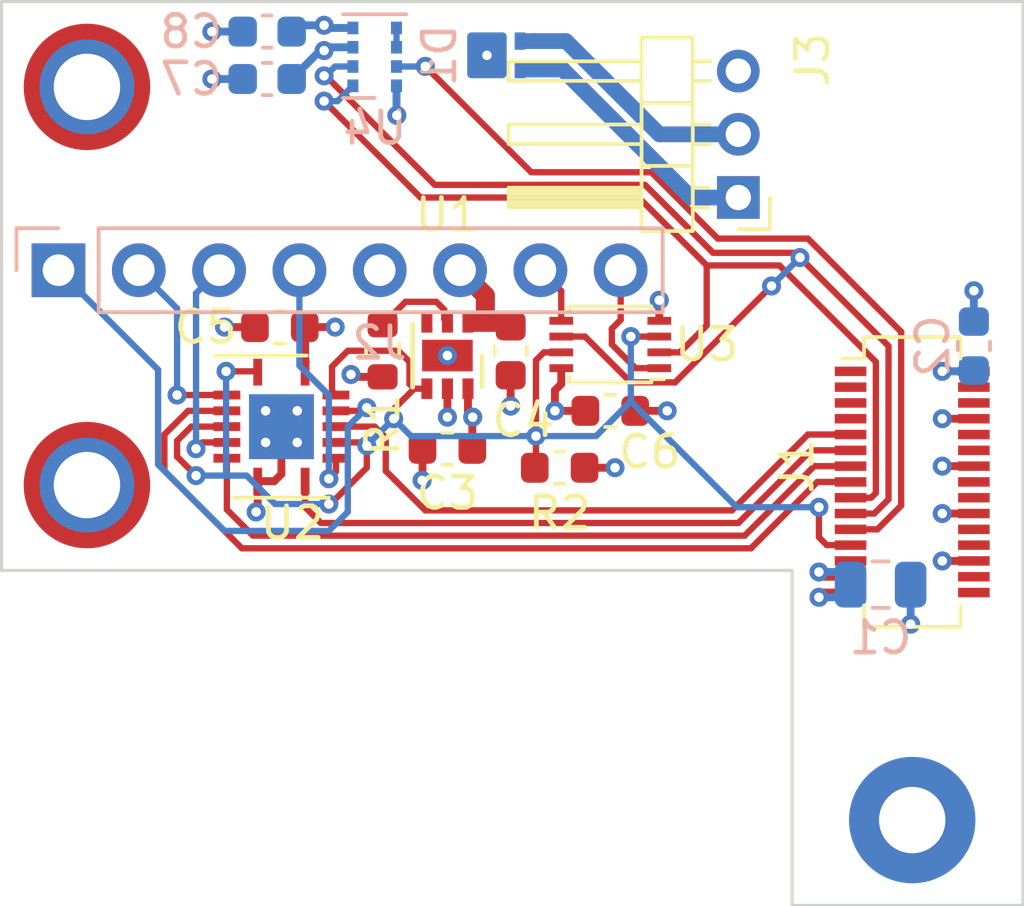
<source format=kicad_pcb>
(kicad_pcb (version 20171130) (host pcbnew "(5.1.9-0-10_14)")

  (general
    (thickness 1.6)
    (drawings 6)
    (tracks 258)
    (zones 0)
    (modules 21)
    (nets 40)
  )

  (page A4)
  (title_block
    (title "mikroPhone camera adapter")
    (date 2024-01-22)
    (rev 4.0)
  )

  (layers
    (0 F.Cu signal)
    (1 GND power)
    (2 PWR power)
    (31 B.Cu signal)
    (32 B.Adhes user)
    (33 F.Adhes user)
    (34 B.Paste user)
    (35 F.Paste user)
    (36 B.SilkS user)
    (37 F.SilkS user)
    (38 B.Mask user)
    (39 F.Mask user)
    (40 Dwgs.User user)
    (41 Cmts.User user)
    (42 Eco1.User user)
    (43 Eco2.User user)
    (44 Edge.Cuts user)
    (45 Margin user)
    (46 B.CrtYd user)
    (47 F.CrtYd user)
    (48 B.Fab user hide)
    (49 F.Fab user hide)
  )

  (setup
    (last_trace_width 0.2)
    (trace_clearance 0.2)
    (zone_clearance 0.2032)
    (zone_45_only no)
    (trace_min 0.1524)
    (via_size 0.6)
    (via_drill 0.3)
    (via_min_size 0.5)
    (via_min_drill 0.2)
    (uvia_size 0.3)
    (uvia_drill 0.1)
    (uvias_allowed no)
    (uvia_min_size 0.2)
    (uvia_min_drill 0.1)
    (edge_width 0.1)
    (segment_width 0.2)
    (pcb_text_width 0.125)
    (pcb_text_size 0.5 0.5)
    (mod_edge_width 0.05)
    (mod_text_size 0.6 0.6)
    (mod_text_width 0.125)
    (pad_size 0.9 0.95)
    (pad_drill 0)
    (pad_to_mask_clearance 0)
    (aux_axis_origin 97.2 71.8)
    (visible_elements FFFFF7FF)
    (pcbplotparams
      (layerselection 0x010f0_ffffffff)
      (usegerberextensions true)
      (usegerberattributes false)
      (usegerberadvancedattributes false)
      (creategerberjobfile false)
      (excludeedgelayer true)
      (linewidth 0.100000)
      (plotframeref false)
      (viasonmask false)
      (mode 1)
      (useauxorigin false)
      (hpglpennumber 1)
      (hpglpenspeed 20)
      (hpglpendiameter 15.000000)
      (psnegative false)
      (psa4output false)
      (plotreference true)
      (plotvalue true)
      (plotinvisibletext false)
      (padsonsilk false)
      (subtractmaskfromsilk true)
      (outputformat 1)
      (mirror false)
      (drillshape 0)
      (scaleselection 1)
      (outputdirectory "fab/"))
  )

  (net 0 "")
  (net 1 GND)
  (net 2 +3V3)
  (net 3 /CAM.SCL)
  (net 4 /CAM.SDA)
  (net 5 /CAM.PWR)
  (net 6 /CAM.SCK)
  (net 7 /CAM.MISO)
  (net 8 /CAM.MOSI)
  (net 9 ENABLE)
  (net 10 +1V8)
  (net 11 APP.CSI.GPIO_6)
  (net 12 APP.CSI.GPIO_5)
  (net 13 APP.CSI.I2C4.SCL)
  (net 14 APP.CSI.I2C4.SDA)
  (net 15 SPI1.SS3)
  (net 16 SPI1.SCK)
  (net 17 SPI1.MISO)
  (net 18 SPI1.MOSI)
  (net 19 I2C0.SCL)
  (net 20 I2C0.SDA)
  (net 21 GPIO_23)
  (net 22 PRIV_LED_K)
  (net 23 APP.CSI2.D3_P)
  (net 24 APP.CSI2.D3_N)
  (net 25 APP.CSI2.D2_P)
  (net 26 APP.CSI2.D2_N)
  (net 27 APP.CSI2.CLK_P)
  (net 28 APP.CSI2.CLK_N)
  (net 29 APP.CSI2.D1_P)
  (net 30 APP.CSI2.D1_N)
  (net 31 APP.CSI2.D0_P)
  (net 32 APP.CSI2.D0_N)
  (net 33 "Net-(R1-Pad1)")
  (net 34 "Net-(U1-Pad3)")
  (net 35 "Net-(U4-Pad3)")
  (net 36 /CAM.CS)
  (net 37 "Net-(D1-Pad1)")
  (net 38 "Net-(D1-Pad2)")
  (net 39 "Net-(J3-Pad3)")

  (net_class Default "This is the default net class."
    (clearance 0.2)
    (trace_width 0.2)
    (via_dia 0.6)
    (via_drill 0.3)
    (uvia_dia 0.3)
    (uvia_drill 0.1)
    (add_net /CAM.CS)
    (add_net /CAM.MISO)
    (add_net /CAM.MOSI)
    (add_net /CAM.PWR)
    (add_net /CAM.SCK)
    (add_net /CAM.SCL)
    (add_net /CAM.SDA)
    (add_net APP.CSI.GPIO_5)
    (add_net APP.CSI.GPIO_6)
    (add_net APP.CSI.I2C4.SCL)
    (add_net APP.CSI.I2C4.SDA)
    (add_net APP.CSI2.CLK_N)
    (add_net APP.CSI2.CLK_P)
    (add_net APP.CSI2.D0_N)
    (add_net APP.CSI2.D0_P)
    (add_net APP.CSI2.D1_N)
    (add_net APP.CSI2.D1_P)
    (add_net APP.CSI2.D2_N)
    (add_net APP.CSI2.D2_P)
    (add_net APP.CSI2.D3_N)
    (add_net APP.CSI2.D3_P)
    (add_net ENABLE)
    (add_net GPIO_23)
    (add_net I2C0.SCL)
    (add_net I2C0.SDA)
    (add_net "Net-(D1-Pad1)")
    (add_net "Net-(D1-Pad2)")
    (add_net "Net-(J3-Pad3)")
    (add_net "Net-(R1-Pad1)")
    (add_net "Net-(U1-Pad3)")
    (add_net "Net-(U4-Pad3)")
    (add_net PRIV_LED_K)
    (add_net SPI1.MISO)
    (add_net SPI1.MOSI)
    (add_net SPI1.SCK)
    (add_net SPI1.SS3)
  )

  (net_class PWR ""
    (clearance 0.2)
    (trace_width 0.25)
    (via_dia 0.6)
    (via_drill 0.3)
    (uvia_dia 0.3)
    (uvia_drill 0.1)
    (add_net +1V8)
    (add_net +3V3)
    (add_net GND)
  )

  (module Connector_Molex:Molex_SlimStack_55560-0301_2x15_P0.50mm_Vertical (layer F.Cu) (tedit 65B707F7) (tstamp 65B76A0B)
    (at 126 87 90)
    (descr "Molex SlimStack Fine-Pitch SMT Board-to-Board Connectors, 55560-0301, 30 Pins (http://www.molex.com/pdm_docs/sd/555600207_sd.pdf), generated with kicad-footprint-generator")
    (tags "connector Molex SlimStack side entry")
    (path /63923BCB)
    (attr smd)
    (fp_text reference J1 (at 0.5 -3.65 90) (layer F.SilkS)
      (effects (font (size 1 1) (thickness 0.15)))
    )
    (fp_text value Camera (at 0 3.65 90) (layer F.Fab)
      (effects (font (size 1 1) (thickness 0.15)))
    )
    (fp_line (start -4.98 -2.95) (end 4.98 -2.95) (layer F.CrtYd) (width 0.05))
    (fp_line (start -4.98 2.95) (end -4.98 -2.95) (layer F.CrtYd) (width 0.05))
    (fp_line (start 4.98 2.95) (end -4.98 2.95) (layer F.CrtYd) (width 0.05))
    (fp_line (start 4.98 -2.95) (end 4.98 2.95) (layer F.CrtYd) (width 0.05))
    (fp_line (start -4.585 -1.525) (end -3.91 -1.525) (layer F.SilkS) (width 0.12))
    (fp_line (start -4.585 1.525) (end -4.585 -1.525) (layer F.SilkS) (width 0.12))
    (fp_line (start -3.91 1.525) (end -4.585 1.525) (layer F.SilkS) (width 0.12))
    (fp_line (start 3.91 -1.525) (end 3.91 -2.215) (layer F.SilkS) (width 0.12))
    (fp_line (start 4.585 -1.525) (end 3.91 -1.525) (layer F.SilkS) (width 0.12))
    (fp_line (start 4.585 1.525) (end 4.585 -1.525) (layer F.SilkS) (width 0.12))
    (fp_line (start 3.91 1.525) (end 4.585 1.525) (layer F.SilkS) (width 0.12))
    (fp_line (start 3.91 -1.525) (end 3.91 -2.215) (layer F.Fab) (width 0.1))
    (fp_line (start -4.475 -1.415) (end 4.475 -1.415) (layer F.Fab) (width 0.1))
    (fp_line (start -4.475 1.415) (end -4.475 -1.415) (layer F.Fab) (width 0.1))
    (fp_line (start 4.475 1.415) (end -4.475 1.415) (layer F.Fab) (width 0.1))
    (fp_line (start 4.475 -1.415) (end 4.475 1.415) (layer F.Fab) (width 0.1))
    (fp_text user %R (at 0 0 90) (layer F.Fab)
      (effects (font (size 1 1) (thickness 0.15)))
    )
    (pad 1 smd rect (at 3.5 -1.95 90) (size 0.3 1) (layers F.Cu F.Paste F.Mask)
      (net 12 APP.CSI.GPIO_5))
    (pad 3 smd rect (at 3 -1.95 90) (size 0.3 1) (layers F.Cu F.Paste F.Mask)
      (net 11 APP.CSI.GPIO_6))
    (pad 5 smd rect (at 2.5 -1.95 90) (size 0.3 1) (layers F.Cu F.Paste F.Mask)
      (net 13 APP.CSI.I2C4.SCL))
    (pad 7 smd rect (at 2 -1.95 90) (size 0.3 1) (layers F.Cu F.Paste F.Mask)
      (net 14 APP.CSI.I2C4.SDA))
    (pad 9 smd rect (at 1.5 -1.95 90) (size 0.3 1) (layers F.Cu F.Paste F.Mask)
      (net 15 SPI1.SS3))
    (pad 11 smd rect (at 1 -1.95 90) (size 0.3 1) (layers F.Cu F.Paste F.Mask)
      (net 16 SPI1.SCK))
    (pad 13 smd rect (at 0.5 -1.95 90) (size 0.3 1) (layers F.Cu F.Paste F.Mask)
      (net 17 SPI1.MISO))
    (pad 15 smd rect (at 0 -1.95 90) (size 0.3 1) (layers F.Cu F.Paste F.Mask)
      (net 18 SPI1.MOSI))
    (pad 17 smd rect (at -0.5 -1.95 90) (size 0.3 1) (layers F.Cu F.Paste F.Mask)
      (net 19 I2C0.SCL))
    (pad 19 smd rect (at -1 -1.95 90) (size 0.3 1) (layers F.Cu F.Paste F.Mask)
      (net 20 I2C0.SDA))
    (pad 21 smd rect (at -1.5 -1.95 90) (size 0.3 1) (layers F.Cu F.Paste F.Mask)
      (net 21 GPIO_23))
    (pad 23 smd rect (at -2 -1.95 90) (size 0.3 1) (layers F.Cu F.Paste F.Mask)
      (net 9 ENABLE))
    (pad 25 smd rect (at -2.5 -1.95 90) (size 0.3 1) (layers F.Cu F.Paste F.Mask)
      (net 22 PRIV_LED_K))
    (pad 27 smd rect (at -3 -1.95 90) (size 0.3 1) (layers F.Cu F.Paste F.Mask)
      (net 2 +3V3))
    (pad 29 smd rect (at -3.5 -1.95 90) (size 0.3 1) (layers F.Cu F.Paste F.Mask)
      (net 2 +3V3))
    (pad 2 smd rect (at 3.5 1.95 90) (size 0.3 1) (layers F.Cu F.Paste F.Mask)
      (net 10 +1V8))
    (pad 4 smd rect (at 3 1.95 90) (size 0.3 1) (layers F.Cu F.Paste F.Mask)
      (net 23 APP.CSI2.D3_P))
    (pad 6 smd rect (at 2.5 1.95 90) (size 0.3 1) (layers F.Cu F.Paste F.Mask)
      (net 24 APP.CSI2.D3_N))
    (pad 8 smd rect (at 2 1.95 90) (size 0.3 1) (layers F.Cu F.Paste F.Mask)
      (net 1 GND))
    (pad 10 smd rect (at 1.5 1.95 90) (size 0.3 1) (layers F.Cu F.Paste F.Mask)
      (net 25 APP.CSI2.D2_P))
    (pad 12 smd rect (at 1 1.95 90) (size 0.3 1) (layers F.Cu F.Paste F.Mask)
      (net 26 APP.CSI2.D2_N))
    (pad 14 smd rect (at 0.5 1.95 90) (size 0.3 1) (layers F.Cu F.Paste F.Mask)
      (net 1 GND))
    (pad 16 smd rect (at 0 1.95 90) (size 0.3 1) (layers F.Cu F.Paste F.Mask)
      (net 27 APP.CSI2.CLK_P))
    (pad 18 smd rect (at -0.5 1.95 90) (size 0.3 1) (layers F.Cu F.Paste F.Mask)
      (net 28 APP.CSI2.CLK_N))
    (pad 20 smd rect (at -1 1.95 90) (size 0.3 1) (layers F.Cu F.Paste F.Mask)
      (net 1 GND))
    (pad 22 smd rect (at -1.5 1.95 90) (size 0.3 1) (layers F.Cu F.Paste F.Mask)
      (net 29 APP.CSI2.D1_P))
    (pad 24 smd rect (at -2 1.95 90) (size 0.3 1) (layers F.Cu F.Paste F.Mask)
      (net 30 APP.CSI2.D1_N))
    (pad 26 smd rect (at -2.5 1.95 90) (size 0.3 1) (layers F.Cu F.Paste F.Mask)
      (net 1 GND))
    (pad 28 smd rect (at -3 1.95 90) (size 0.3 1) (layers F.Cu F.Paste F.Mask)
      (net 31 APP.CSI2.D0_P))
    (pad 30 smd rect (at -3.5 1.95 90) (size 0.3 1) (layers F.Cu F.Paste F.Mask)
      (net 32 APP.CSI2.D0_N))
    (model ${KISYS3DMOD}/Connector_Molex.3dshapes/Molex_SlimStack_55560-0301_2x15_P0.50mm_Vertical.wrl
      (at (xyz 0 0 0))
      (scale (xyz 1 1 1))
      (rotate (xyz 0 0 0))
    )
  )

  (module Capacitor_SMD:C_0603_1608Metric (layer F.Cu) (tedit 5B301BBE) (tstamp 5CB63239)
    (at 106 82.1 180)
    (descr "Capacitor SMD 0603 (1608 Metric), square (rectangular) end terminal, IPC_7351 nominal, (Body size source: http://www.tortai-tech.com/upload/download/2011102023233369053.pdf), generated with kicad-footprint-generator")
    (tags capacitor)
    (path /5C8F0620)
    (attr smd)
    (fp_text reference C5 (at 2.35 0 180) (layer F.SilkS)
      (effects (font (size 1 1) (thickness 0.15)))
    )
    (fp_text value 0.1uF (at 3.65 0.05 180) (layer F.Fab)
      (effects (font (size 1 1) (thickness 0.15)))
    )
    (fp_line (start 1.48 0.73) (end -1.48 0.73) (layer F.CrtYd) (width 0.05))
    (fp_line (start 1.48 -0.73) (end 1.48 0.73) (layer F.CrtYd) (width 0.05))
    (fp_line (start -1.48 -0.73) (end 1.48 -0.73) (layer F.CrtYd) (width 0.05))
    (fp_line (start -1.48 0.73) (end -1.48 -0.73) (layer F.CrtYd) (width 0.05))
    (fp_line (start -0.162779 0.51) (end 0.162779 0.51) (layer F.SilkS) (width 0.12))
    (fp_line (start -0.162779 -0.51) (end 0.162779 -0.51) (layer F.SilkS) (width 0.12))
    (fp_line (start 0.8 0.4) (end -0.8 0.4) (layer F.Fab) (width 0.1))
    (fp_line (start 0.8 -0.4) (end 0.8 0.4) (layer F.Fab) (width 0.1))
    (fp_line (start -0.8 -0.4) (end 0.8 -0.4) (layer F.Fab) (width 0.1))
    (fp_line (start -0.8 0.4) (end -0.8 -0.4) (layer F.Fab) (width 0.1))
    (fp_text user %R (at 0 0 180) (layer F.Fab)
      (effects (font (size 0.4 0.4) (thickness 0.06)))
    )
    (pad 1 smd roundrect (at -0.7875 0 180) (size 0.875 0.95) (layers F.Cu F.Paste F.Mask) (roundrect_rratio 0.25)
      (net 2 +3V3))
    (pad 2 smd roundrect (at 0.7875 0 180) (size 0.875 0.95) (layers F.Cu F.Paste F.Mask) (roundrect_rratio 0.25)
      (net 1 GND))
    (model ${KISYS3DMOD}/Capacitor_SMD.3dshapes/C_0603_1608Metric.wrl
      (at (xyz 0 0 0))
      (scale (xyz 1 1 1))
      (rotate (xyz 0 0 0))
    )
  )

  (module Capacitor_SMD:C_0603_1608Metric (layer F.Cu) (tedit 5B301BBE) (tstamp 5CB63249)
    (at 111.3 85.95 180)
    (descr "Capacitor SMD 0603 (1608 Metric), square (rectangular) end terminal, IPC_7351 nominal, (Body size source: http://www.tortai-tech.com/upload/download/2011102023233369053.pdf), generated with kicad-footprint-generator")
    (tags capacitor)
    (path /5C8F0642)
    (attr smd)
    (fp_text reference C3 (at 0 -1.4 180) (layer F.SilkS)
      (effects (font (size 1 1) (thickness 0.15)))
    )
    (fp_text value 1uF (at 0 -1.5) (layer F.Fab)
      (effects (font (size 1 1) (thickness 0.15)))
    )
    (fp_line (start 1.48 0.73) (end -1.48 0.73) (layer F.CrtYd) (width 0.05))
    (fp_line (start 1.48 -0.73) (end 1.48 0.73) (layer F.CrtYd) (width 0.05))
    (fp_line (start -1.48 -0.73) (end 1.48 -0.73) (layer F.CrtYd) (width 0.05))
    (fp_line (start -1.48 0.73) (end -1.48 -0.73) (layer F.CrtYd) (width 0.05))
    (fp_line (start -0.162779 0.51) (end 0.162779 0.51) (layer F.SilkS) (width 0.12))
    (fp_line (start -0.162779 -0.51) (end 0.162779 -0.51) (layer F.SilkS) (width 0.12))
    (fp_line (start 0.8 0.4) (end -0.8 0.4) (layer F.Fab) (width 0.1))
    (fp_line (start 0.8 -0.4) (end 0.8 0.4) (layer F.Fab) (width 0.1))
    (fp_line (start -0.8 -0.4) (end 0.8 -0.4) (layer F.Fab) (width 0.1))
    (fp_line (start -0.8 0.4) (end -0.8 -0.4) (layer F.Fab) (width 0.1))
    (fp_text user %R (at 0 0) (layer F.Fab)
      (effects (font (size 0.4 0.4) (thickness 0.06)))
    )
    (pad 1 smd roundrect (at -0.7875 0 180) (size 0.875 0.95) (layers F.Cu F.Paste F.Mask) (roundrect_rratio 0.25)
      (net 2 +3V3))
    (pad 2 smd roundrect (at 0.7875 0 180) (size 0.875 0.95) (layers F.Cu F.Paste F.Mask) (roundrect_rratio 0.25)
      (net 1 GND))
    (model ${KISYS3DMOD}/Capacitor_SMD.3dshapes/C_0603_1608Metric.wrl
      (at (xyz 0 0 0))
      (scale (xyz 1 1 1))
      (rotate (xyz 0 0 0))
    )
  )

  (module Capacitor_SMD:C_0603_1608Metric (layer F.Cu) (tedit 5B301BBE) (tstamp 5CB63259)
    (at 116.45 84.75)
    (descr "Capacitor SMD 0603 (1608 Metric), square (rectangular) end terminal, IPC_7351 nominal, (Body size source: http://www.tortai-tech.com/upload/download/2011102023233369053.pdf), generated with kicad-footprint-generator")
    (tags capacitor)
    (path /5C8F0676)
    (attr smd)
    (fp_text reference C6 (at 1.25 1.3) (layer F.SilkS)
      (effects (font (size 1 1) (thickness 0.15)))
    )
    (fp_text value 0.1uF (at 3.6 0) (layer F.Fab)
      (effects (font (size 1 1) (thickness 0.15)))
    )
    (fp_line (start 1.48 0.73) (end -1.48 0.73) (layer F.CrtYd) (width 0.05))
    (fp_line (start 1.48 -0.73) (end 1.48 0.73) (layer F.CrtYd) (width 0.05))
    (fp_line (start -1.48 -0.73) (end 1.48 -0.73) (layer F.CrtYd) (width 0.05))
    (fp_line (start -1.48 0.73) (end -1.48 -0.73) (layer F.CrtYd) (width 0.05))
    (fp_line (start -0.162779 0.51) (end 0.162779 0.51) (layer F.SilkS) (width 0.12))
    (fp_line (start -0.162779 -0.51) (end 0.162779 -0.51) (layer F.SilkS) (width 0.12))
    (fp_line (start 0.8 0.4) (end -0.8 0.4) (layer F.Fab) (width 0.1))
    (fp_line (start 0.8 -0.4) (end 0.8 0.4) (layer F.Fab) (width 0.1))
    (fp_line (start -0.8 -0.4) (end 0.8 -0.4) (layer F.Fab) (width 0.1))
    (fp_line (start -0.8 0.4) (end -0.8 -0.4) (layer F.Fab) (width 0.1))
    (fp_text user %R (at 0 0) (layer F.Fab)
      (effects (font (size 0.4 0.4) (thickness 0.06)))
    )
    (pad 1 smd roundrect (at -0.7875 0) (size 0.875 0.95) (layers F.Cu F.Paste F.Mask) (roundrect_rratio 0.25)
      (net 2 +3V3))
    (pad 2 smd roundrect (at 0.7875 0) (size 0.875 0.95) (layers F.Cu F.Paste F.Mask) (roundrect_rratio 0.25)
      (net 1 GND))
    (model ${KISYS3DMOD}/Capacitor_SMD.3dshapes/C_0603_1608Metric.wrl
      (at (xyz 0 0 0))
      (scale (xyz 1 1 1))
      (rotate (xyz 0 0 0))
    )
  )

  (module Connector_PinHeader_2.54mm:PinHeader_1x08_P2.54mm_Vertical (layer B.Cu) (tedit 59FED5CC) (tstamp 65D4B2C4)
    (at 99 80.3 270)
    (descr "Through hole straight pin header, 1x08, 2.54mm pitch, single row")
    (tags "Through hole pin header THT 1x08 2.54mm single row")
    (path /5CE10D8E)
    (fp_text reference J2 (at 2.3 -10.15) (layer B.SilkS)
      (effects (font (size 1 1) (thickness 0.15)) (justify mirror))
    )
    (fp_text value ArduCAM (at 0 -20.11 270) (layer B.Fab)
      (effects (font (size 1 1) (thickness 0.15)) (justify mirror))
    )
    (fp_line (start -0.635 1.27) (end 1.27 1.27) (layer B.Fab) (width 0.1))
    (fp_line (start 1.27 1.27) (end 1.27 -19.05) (layer B.Fab) (width 0.1))
    (fp_line (start 1.27 -19.05) (end -1.27 -19.05) (layer B.Fab) (width 0.1))
    (fp_line (start -1.27 -19.05) (end -1.27 0.635) (layer B.Fab) (width 0.1))
    (fp_line (start -1.27 0.635) (end -0.635 1.27) (layer B.Fab) (width 0.1))
    (fp_line (start -1.33 -19.11) (end 1.33 -19.11) (layer B.SilkS) (width 0.12))
    (fp_line (start -1.33 -1.27) (end -1.33 -19.11) (layer B.SilkS) (width 0.12))
    (fp_line (start 1.33 -1.27) (end 1.33 -19.11) (layer B.SilkS) (width 0.12))
    (fp_line (start -1.33 -1.27) (end 1.33 -1.27) (layer B.SilkS) (width 0.12))
    (fp_line (start -1.33 0) (end -1.33 1.33) (layer B.SilkS) (width 0.12))
    (fp_line (start -1.33 1.33) (end 0 1.33) (layer B.SilkS) (width 0.12))
    (fp_line (start -1.8 1.8) (end -1.8 -19.55) (layer B.CrtYd) (width 0.05))
    (fp_line (start -1.8 -19.55) (end 1.8 -19.55) (layer B.CrtYd) (width 0.05))
    (fp_line (start 1.8 -19.55) (end 1.8 1.8) (layer B.CrtYd) (width 0.05))
    (fp_line (start 1.8 1.8) (end -1.8 1.8) (layer B.CrtYd) (width 0.05))
    (fp_text user %R (at 0 -8.89 180) (layer B.Fab)
      (effects (font (size 1 1) (thickness 0.15)) (justify mirror))
    )
    (pad 8 thru_hole oval (at 0 -17.78 270) (size 1.7 1.7) (drill 1) (layers *.Cu *.Mask)
      (net 3 /CAM.SCL))
    (pad 7 thru_hole oval (at 0 -15.24 270) (size 1.7 1.7) (drill 1) (layers *.Cu *.Mask)
      (net 4 /CAM.SDA))
    (pad 6 thru_hole oval (at 0 -12.7 270) (size 1.7 1.7) (drill 1) (layers *.Cu *.Mask)
      (net 5 /CAM.PWR))
    (pad 5 thru_hole oval (at 0 -10.16 270) (size 1.7 1.7) (drill 1) (layers *.Cu *.Mask)
      (net 1 GND))
    (pad 4 thru_hole oval (at 0 -7.62 270) (size 1.7 1.7) (drill 1) (layers *.Cu *.Mask)
      (net 6 /CAM.SCK))
    (pad 3 thru_hole oval (at 0 -5.08 270) (size 1.7 1.7) (drill 1) (layers *.Cu *.Mask)
      (net 7 /CAM.MISO))
    (pad 2 thru_hole oval (at 0 -2.54 270) (size 1.7 1.7) (drill 1) (layers *.Cu *.Mask)
      (net 8 /CAM.MOSI))
    (pad 1 thru_hole rect (at 0 0 270) (size 1.7 1.7) (drill 1) (layers *.Cu *.Mask)
      (net 36 /CAM.CS))
    (model ${KISYS3DMOD}/Connector_PinHeader_2.54mm.3dshapes/PinHeader_1x08_P2.54mm_Vertical.wrl
      (at (xyz 0 0 0))
      (scale (xyz 1 1 1))
      (rotate (xyz 0 0 0))
    )
  )

  (module Resistor_SMD:R_0603_1608Metric (layer F.Cu) (tedit 5B301BBD) (tstamp 5CB63831)
    (at 114.85 86.55 180)
    (descr "Resistor SMD 0603 (1608 Metric), square (rectangular) end terminal, IPC_7351 nominal, (Body size source: http://www.tortai-tech.com/upload/download/2011102023233369053.pdf), generated with kicad-footprint-generator")
    (tags resistor)
    (path /5C8F05F3)
    (attr smd)
    (fp_text reference R2 (at 0 -1.43) (layer F.SilkS)
      (effects (font (size 1 1) (thickness 0.15)))
    )
    (fp_text value 100K (at 0.05 -2.85) (layer F.Fab)
      (effects (font (size 1 1) (thickness 0.15)))
    )
    (fp_line (start 1.48 0.73) (end -1.48 0.73) (layer F.CrtYd) (width 0.05))
    (fp_line (start 1.48 -0.73) (end 1.48 0.73) (layer F.CrtYd) (width 0.05))
    (fp_line (start -1.48 -0.73) (end 1.48 -0.73) (layer F.CrtYd) (width 0.05))
    (fp_line (start -1.48 0.73) (end -1.48 -0.73) (layer F.CrtYd) (width 0.05))
    (fp_line (start -0.162779 0.51) (end 0.162779 0.51) (layer F.SilkS) (width 0.12))
    (fp_line (start -0.162779 -0.51) (end 0.162779 -0.51) (layer F.SilkS) (width 0.12))
    (fp_line (start 0.8 0.4) (end -0.8 0.4) (layer F.Fab) (width 0.1))
    (fp_line (start 0.8 -0.4) (end 0.8 0.4) (layer F.Fab) (width 0.1))
    (fp_line (start -0.8 -0.4) (end 0.8 -0.4) (layer F.Fab) (width 0.1))
    (fp_line (start -0.8 0.4) (end -0.8 -0.4) (layer F.Fab) (width 0.1))
    (fp_text user %R (at 0 0) (layer F.Fab)
      (effects (font (size 0.4 0.4) (thickness 0.06)))
    )
    (pad 1 smd roundrect (at -0.7875 0 180) (size 0.875 0.95) (layers F.Cu F.Paste F.Mask) (roundrect_rratio 0.25)
      (net 1 GND))
    (pad 2 smd roundrect (at 0.7875 0 180) (size 0.875 0.95) (layers F.Cu F.Paste F.Mask) (roundrect_rratio 0.25)
      (net 9 ENABLE))
    (model ${KISYS3DMOD}/Resistor_SMD.3dshapes/R_0603_1608Metric.wrl
      (at (xyz 0 0 0))
      (scale (xyz 1 1 1))
      (rotate (xyz 0 0 0))
    )
  )

  (module Package_DFN_QFN:Texas_S-PVQFN-N14_ThermalVias (layer F.Cu) (tedit 5A0AA2C1) (tstamp 5CB63A4C)
    (at 106.05 85.25)
    (descr "Texas_S-PVQFN-N14_ThermalVias  http://www.ti.com/lit/ds/symlink/txb0104.pdf")
    (tags Texas_S-PVQFN-N14_ThermalVias)
    (path /621B60B6)
    (attr smd)
    (fp_text reference U2 (at 0.35 3.05) (layer F.SilkS)
      (effects (font (size 1 1) (thickness 0.15)))
    )
    (fp_text value SN74CBTLV3126RGY (at 0 3.25) (layer F.Fab)
      (effects (font (size 1 1) (thickness 0.15)))
    )
    (fp_line (start 1.75 -1.75) (end 1.75 1.75) (layer F.Fab) (width 0.1))
    (fp_line (start -1.25 -1.75) (end 1.75 -1.75) (layer F.Fab) (width 0.1))
    (fp_line (start -1.75 1.75) (end -1.75 -1.25) (layer F.Fab) (width 0.1))
    (fp_line (start 1.75 1.75) (end -1.75 1.75) (layer F.Fab) (width 0.1))
    (fp_line (start -1.25 -1.75) (end -1.75 -1.25) (layer F.Fab) (width 0.1))
    (fp_line (start 2.4 -2.4) (end 2.4 2.4) (layer F.CrtYd) (width 0.05))
    (fp_line (start -2.4 -2.4) (end 2.4 -2.4) (layer F.CrtYd) (width 0.05))
    (fp_line (start -2.4 2.4) (end -2.4 -2.4) (layer F.CrtYd) (width 0.05))
    (fp_line (start 2.4 2.4) (end -2.4 2.4) (layer F.CrtYd) (width 0.05))
    (fp_line (start 0.8 -2.25) (end -2.1 -2.25) (layer F.SilkS) (width 0.12))
    (fp_line (start -1.5 2.25) (end 1.5 2.25) (layer F.SilkS) (width 0.12))
    (fp_text user %R (at 0 0) (layer F.Fab)
      (effects (font (size 0.8 0.8) (thickness 0.08)))
    )
    (pad 1 smd rect (at -0.75 -1.725 270) (size 0.85 0.28) (layers F.Cu F.Paste F.Mask)
      (net 9 ENABLE))
    (pad 2 smd rect (at -1.725 -1 270) (size 0.28 0.85) (layers F.Cu F.Paste F.Mask)
      (net 8 /CAM.MOSI))
    (pad 3 smd rect (at -1.725 -0.5 270) (size 0.28 0.85) (layers F.Cu F.Paste F.Mask)
      (net 18 SPI1.MOSI))
    (pad 4 smd rect (at -1.725 0 270) (size 0.28 0.85) (layers F.Cu F.Paste F.Mask)
      (net 9 ENABLE))
    (pad 5 smd rect (at -1.725 0.5 270) (size 0.28 0.85) (layers F.Cu F.Paste F.Mask)
      (net 7 /CAM.MISO))
    (pad 6 smd rect (at -1.725 1 270) (size 0.28 0.85) (layers F.Cu F.Paste F.Mask)
      (net 17 SPI1.MISO))
    (pad 7 smd rect (at -0.75 1.725 270) (size 0.85 0.28) (layers F.Cu F.Paste F.Mask)
      (net 1 GND))
    (pad 8 smd rect (at 0.75 1.725 270) (size 0.85 0.28) (layers F.Cu F.Paste F.Mask)
      (net 16 SPI1.SCK))
    (pad 9 smd rect (at 1.725 1 270) (size 0.28 0.85) (layers F.Cu F.Paste F.Mask)
      (net 6 /CAM.SCK))
    (pad 10 smd rect (at 1.725 0.5 270) (size 0.28 0.85) (layers F.Cu F.Paste F.Mask)
      (net 9 ENABLE))
    (pad 11 smd rect (at 1.725 0 270) (size 0.28 0.85) (layers F.Cu F.Paste F.Mask)
      (net 15 SPI1.SS3))
    (pad 12 smd rect (at 1.725 -0.5 270) (size 0.28 0.85) (layers F.Cu F.Paste F.Mask)
      (net 36 /CAM.CS))
    (pad 13 smd rect (at 1.725 -1 270) (size 0.28 0.85) (layers F.Cu F.Paste F.Mask)
      (net 9 ENABLE))
    (pad 14 smd rect (at 0.75 -1.725 270) (size 0.85 0.28) (layers F.Cu F.Paste F.Mask)
      (net 2 +3V3))
    (pad 15 smd rect (at 0 0 270) (size 2.05 2.05) (layers F.Cu F.Mask)
      (net 1 GND))
    (pad 15 thru_hole circle (at 0.5 -0.5 270) (size 0.6 0.6) (drill 0.3) (layers *.Cu)
      (net 1 GND))
    (pad 15 thru_hole circle (at 0.5 0.5 270) (size 0.6 0.6) (drill 0.3) (layers *.Cu)
      (net 1 GND))
    (pad 15 thru_hole circle (at -0.5 0.5 270) (size 0.6 0.6) (drill 0.3) (layers *.Cu)
      (net 1 GND))
    (pad 15 thru_hole circle (at -0.5 -0.5 270) (size 0.6 0.6) (drill 0.3) (layers *.Cu)
      (net 1 GND))
    (pad "" smd rect (at 0.56 0.56 270) (size 0.82 0.82) (layers F.Paste))
    (pad "" smd rect (at 0.56 -0.56 270) (size 0.82 0.82) (layers F.Paste))
    (pad "" smd rect (at -0.56 -0.56 270) (size 0.82 0.82) (layers F.Paste))
    (pad "" smd rect (at -0.56 0.56 270) (size 0.82 0.82) (layers F.Paste))
    (pad 15 smd rect (at 0 0 270) (size 2.05 2.05) (layers B.Cu)
      (net 1 GND))
    (model ${KISYS3DMOD}/Package_DFN_QFN.3dshapes/Texas_S-PVQFN-N14.wrl
      (at (xyz 0 0 0))
      (scale (xyz 1 1 1))
      (rotate (xyz 0 0 0))
    )
  )

  (module Package_SO:VSSOP-8_2.4x2.1mm_P0.5mm (layer F.Cu) (tedit 5A02F25C) (tstamp 5D514A36)
    (at 116.45 82.65 180)
    (descr http://www.ti.com/lit/ml/mpds050d/mpds050d.pdf)
    (tags "VSSOP DCU R-PDSO-G8 Pitch0.5mm")
    (path /62214F88)
    (attr smd)
    (fp_text reference U3 (at -3.05 0 180) (layer F.SilkS)
      (effects (font (size 1 1) (thickness 0.15)))
    )
    (fp_text value SN74LVC2G66DCU (at -3.25 3.5 180) (layer F.Fab)
      (effects (font (size 1 1) (thickness 0.15)))
    )
    (fp_line (start -2.18 1.3) (end -2.18 -1.3) (layer F.CrtYd) (width 0.05))
    (fp_line (start 2.18 1.3) (end -2.18 1.3) (layer F.CrtYd) (width 0.05))
    (fp_line (start 2.18 -1.3) (end 2.18 1.3) (layer F.CrtYd) (width 0.05))
    (fp_line (start -2.18 -1.3) (end 2.18 -1.3) (layer F.CrtYd) (width 0.05))
    (fp_line (start -1.3 1.2) (end -1.3 1) (layer F.SilkS) (width 0.12))
    (fp_line (start -1.3 -1.1) (end -1.7 -1.1) (layer F.SilkS) (width 0.12))
    (fp_line (start -1.3 -1.2) (end -1.3 -1.1) (layer F.SilkS) (width 0.12))
    (fp_line (start 1.3 -1.2) (end -1.3 -1.2) (layer F.SilkS) (width 0.12))
    (fp_line (start 1.3 -1) (end 1.3 -1.2) (layer F.SilkS) (width 0.12))
    (fp_line (start 1.3 1.2) (end 1.3 1) (layer F.SilkS) (width 0.12))
    (fp_line (start -1.3 1.2) (end 1.3 1.2) (layer F.SilkS) (width 0.12))
    (fp_line (start -1.2 -0.7) (end -1.2 1.05) (layer F.Fab) (width 0.1))
    (fp_line (start -0.9 -1.05) (end -1.2 -0.7) (layer F.Fab) (width 0.1))
    (fp_line (start 1.2 -1.05) (end -0.9 -1.05) (layer F.Fab) (width 0.1))
    (fp_line (start 1.2 1.05) (end 1.2 -1.05) (layer F.Fab) (width 0.1))
    (fp_line (start -1.2 1.05) (end 1.2 1.05) (layer F.Fab) (width 0.1))
    (fp_text user %R (at 0 0 180) (layer F.Fab)
      (effects (font (size 0.5 0.5) (thickness 0.1)))
    )
    (pad 8 smd rect (at 1.55 -0.75 180) (size 0.75 0.25) (layers F.Cu F.Paste F.Mask)
      (net 2 +3V3))
    (pad 7 smd rect (at 1.55 -0.25 180) (size 0.75 0.25) (layers F.Cu F.Paste F.Mask)
      (net 9 ENABLE))
    (pad 6 smd rect (at 1.55 0.25 180) (size 0.75 0.25) (layers F.Cu F.Paste F.Mask)
      (net 20 I2C0.SDA))
    (pad 5 smd rect (at 1.55 0.75 180) (size 0.75 0.25) (layers F.Cu F.Paste F.Mask)
      (net 4 /CAM.SDA))
    (pad 4 smd rect (at -1.55 0.75 180) (size 0.75 0.25) (layers F.Cu F.Paste F.Mask)
      (net 1 GND))
    (pad 3 smd rect (at -1.55 0.25 180) (size 0.75 0.25) (layers F.Cu F.Paste F.Mask)
      (net 9 ENABLE))
    (pad 2 smd rect (at -1.55 -0.25 180) (size 0.75 0.25) (layers F.Cu F.Paste F.Mask)
      (net 19 I2C0.SCL))
    (pad 1 smd rect (at -1.55 -0.75 180) (size 0.75 0.25) (layers F.Cu F.Paste F.Mask)
      (net 3 /CAM.SCL))
    (model ${KISYS3DMOD}/Package_SO.3dshapes/VSSOP-8_2.4x2.1mm_P0.5mm.wrl
      (at (xyz 0 0 0))
      (scale (xyz 1 1 1))
      (rotate (xyz 0 0 0))
    )
  )

  (module Capacitor_SMD:C_0805_2012Metric (layer B.Cu) (tedit 5F68FEEE) (tstamp 65B769B6)
    (at 125 90.25)
    (descr "Capacitor SMD 0805 (2012 Metric), square (rectangular) end terminal, IPC_7351 nominal, (Body size source: IPC-SM-782 page 76, https://www.pcb-3d.com/wordpress/wp-content/uploads/ipc-sm-782a_amendment_1_and_2.pdf, https://docs.google.com/spreadsheets/d/1BsfQQcO9C6DZCsRaXUlFlo91Tg2WpOkGARC1WS5S8t0/edit?usp=sharing), generated with kicad-footprint-generator")
    (tags capacitor)
    (path /6649C3C6)
    (attr smd)
    (fp_text reference C1 (at 0 1.68) (layer B.SilkS)
      (effects (font (size 1 1) (thickness 0.15)) (justify mirror))
    )
    (fp_text value 22uF (at 0 -1.68) (layer B.Fab)
      (effects (font (size 1 1) (thickness 0.15)) (justify mirror))
    )
    (fp_line (start 1.7 -0.98) (end -1.7 -0.98) (layer B.CrtYd) (width 0.05))
    (fp_line (start 1.7 0.98) (end 1.7 -0.98) (layer B.CrtYd) (width 0.05))
    (fp_line (start -1.7 0.98) (end 1.7 0.98) (layer B.CrtYd) (width 0.05))
    (fp_line (start -1.7 -0.98) (end -1.7 0.98) (layer B.CrtYd) (width 0.05))
    (fp_line (start -0.261252 -0.735) (end 0.261252 -0.735) (layer B.SilkS) (width 0.12))
    (fp_line (start -0.261252 0.735) (end 0.261252 0.735) (layer B.SilkS) (width 0.12))
    (fp_line (start 1 -0.625) (end -1 -0.625) (layer B.Fab) (width 0.1))
    (fp_line (start 1 0.625) (end 1 -0.625) (layer B.Fab) (width 0.1))
    (fp_line (start -1 0.625) (end 1 0.625) (layer B.Fab) (width 0.1))
    (fp_line (start -1 -0.625) (end -1 0.625) (layer B.Fab) (width 0.1))
    (fp_text user %R (at 0 0) (layer B.Fab)
      (effects (font (size 0.5 0.5) (thickness 0.08)) (justify mirror))
    )
    (pad 1 smd roundrect (at -0.95 0) (size 1 1.45) (layers B.Cu B.Paste B.Mask) (roundrect_rratio 0.25)
      (net 2 +3V3))
    (pad 2 smd roundrect (at 0.95 0) (size 1 1.45) (layers B.Cu B.Paste B.Mask) (roundrect_rratio 0.25)
      (net 1 GND))
    (model ${KISYS3DMOD}/Capacitor_SMD.3dshapes/C_0805_2012Metric.wrl
      (at (xyz 0 0 0))
      (scale (xyz 1 1 1))
      (rotate (xyz 0 0 0))
    )
  )

  (module Capacitor_SMD:C_0603_1608Metric (layer B.Cu) (tedit 5F68FEEE) (tstamp 65B769C7)
    (at 127.95 82.7 90)
    (descr "Capacitor SMD 0603 (1608 Metric), square (rectangular) end terminal, IPC_7351 nominal, (Body size source: IPC-SM-782 page 76, https://www.pcb-3d.com/wordpress/wp-content/uploads/ipc-sm-782a_amendment_1_and_2.pdf), generated with kicad-footprint-generator")
    (tags capacitor)
    (path /66739EDA)
    (attr smd)
    (fp_text reference C2 (at 0 -1.3 90) (layer B.SilkS)
      (effects (font (size 1 1) (thickness 0.15)) (justify mirror))
    )
    (fp_text value DNP (at 0 -1.43 90) (layer B.Fab)
      (effects (font (size 1 1) (thickness 0.15)) (justify mirror))
    )
    (fp_line (start 1.48 -0.73) (end -1.48 -0.73) (layer B.CrtYd) (width 0.05))
    (fp_line (start 1.48 0.73) (end 1.48 -0.73) (layer B.CrtYd) (width 0.05))
    (fp_line (start -1.48 0.73) (end 1.48 0.73) (layer B.CrtYd) (width 0.05))
    (fp_line (start -1.48 -0.73) (end -1.48 0.73) (layer B.CrtYd) (width 0.05))
    (fp_line (start -0.14058 -0.51) (end 0.14058 -0.51) (layer B.SilkS) (width 0.12))
    (fp_line (start -0.14058 0.51) (end 0.14058 0.51) (layer B.SilkS) (width 0.12))
    (fp_line (start 0.8 -0.4) (end -0.8 -0.4) (layer B.Fab) (width 0.1))
    (fp_line (start 0.8 0.4) (end 0.8 -0.4) (layer B.Fab) (width 0.1))
    (fp_line (start -0.8 0.4) (end 0.8 0.4) (layer B.Fab) (width 0.1))
    (fp_line (start -0.8 -0.4) (end -0.8 0.4) (layer B.Fab) (width 0.1))
    (fp_text user %R (at 0 0 90) (layer B.Fab)
      (effects (font (size 0.4 0.4) (thickness 0.06)) (justify mirror))
    )
    (pad 1 smd roundrect (at -0.775 0 90) (size 0.9 0.95) (layers B.Cu B.Paste B.Mask) (roundrect_rratio 0.25)
      (net 10 +1V8))
    (pad 2 smd roundrect (at 0.775 0 90) (size 0.9 0.95) (layers B.Cu B.Paste B.Mask) (roundrect_rratio 0.25)
      (net 1 GND))
    (model ${KISYS3DMOD}/Capacitor_SMD.3dshapes/C_0603_1608Metric.wrl
      (at (xyz 0 0 0))
      (scale (xyz 1 1 1))
      (rotate (xyz 0 0 0))
    )
  )

  (module Capacitor_SMD:C_0603_1608Metric (layer F.Cu) (tedit 5F68FEEE) (tstamp 65B769D8)
    (at 113.3 82.85 270)
    (descr "Capacitor SMD 0603 (1608 Metric), square (rectangular) end terminal, IPC_7351 nominal, (Body size source: IPC-SM-782 page 76, https://www.pcb-3d.com/wordpress/wp-content/uploads/ipc-sm-782a_amendment_1_and_2.pdf), generated with kicad-footprint-generator")
    (tags capacitor)
    (path /66755A76)
    (attr smd)
    (fp_text reference C4 (at 2.2 -0.4 180) (layer F.SilkS)
      (effects (font (size 1 1) (thickness 0.15)))
    )
    (fp_text value 10uF (at 0 1.43 90) (layer F.Fab)
      (effects (font (size 1 1) (thickness 0.15)))
    )
    (fp_line (start -0.8 0.4) (end -0.8 -0.4) (layer F.Fab) (width 0.1))
    (fp_line (start -0.8 -0.4) (end 0.8 -0.4) (layer F.Fab) (width 0.1))
    (fp_line (start 0.8 -0.4) (end 0.8 0.4) (layer F.Fab) (width 0.1))
    (fp_line (start 0.8 0.4) (end -0.8 0.4) (layer F.Fab) (width 0.1))
    (fp_line (start -0.14058 -0.51) (end 0.14058 -0.51) (layer F.SilkS) (width 0.12))
    (fp_line (start -0.14058 0.51) (end 0.14058 0.51) (layer F.SilkS) (width 0.12))
    (fp_line (start -1.48 0.73) (end -1.48 -0.73) (layer F.CrtYd) (width 0.05))
    (fp_line (start -1.48 -0.73) (end 1.48 -0.73) (layer F.CrtYd) (width 0.05))
    (fp_line (start 1.48 -0.73) (end 1.48 0.73) (layer F.CrtYd) (width 0.05))
    (fp_line (start 1.48 0.73) (end -1.48 0.73) (layer F.CrtYd) (width 0.05))
    (fp_text user %R (at 0 0 90) (layer F.Fab)
      (effects (font (size 0.4 0.4) (thickness 0.06)))
    )
    (pad 2 smd roundrect (at 0.775 0 270) (size 0.9 0.95) (layers F.Cu F.Paste F.Mask) (roundrect_rratio 0.25)
      (net 1 GND))
    (pad 1 smd roundrect (at -0.775 0 270) (size 0.9 0.95) (layers F.Cu F.Paste F.Mask) (roundrect_rratio 0.25)
      (net 5 /CAM.PWR))
    (model ${KISYS3DMOD}/Capacitor_SMD.3dshapes/C_0603_1608Metric.wrl
      (at (xyz 0 0 0))
      (scale (xyz 1 1 1))
      (rotate (xyz 0 0 0))
    )
  )

  (module footprints:Spacer_small (layer B.Cu) (tedit 61BFD32E) (tstamp 65B76A11)
    (at 126 97.7)
    (path /65B78261)
    (fp_text reference J4 (at 0 -2.8) (layer B.SilkS) hide
      (effects (font (size 1 1) (thickness 0.15)) (justify mirror))
    )
    (fp_text value Spacer (at 0 2.7) (layer B.Fab)
      (effects (font (size 1 1) (thickness 0.15)) (justify mirror))
    )
    (pad 1 thru_hole circle (at 0 0) (size 3 3) (drill 2.1) (layers *.Cu *.Mask)
      (net 1 GND))
    (pad 1 smd circle (at 0 0) (size 4 4) (layers B.Cu B.Mask)
      (net 1 GND))
  )

  (module Resistor_SMD:R_0603_1608Metric (layer F.Cu) (tedit 5F68FEEE) (tstamp 65B76A28)
    (at 109.25 82.85 270)
    (descr "Resistor SMD 0603 (1608 Metric), square (rectangular) end terminal, IPC_7351 nominal, (Body size source: IPC-SM-782 page 72, https://www.pcb-3d.com/wordpress/wp-content/uploads/ipc-sm-782a_amendment_1_and_2.pdf), generated with kicad-footprint-generator")
    (tags resistor)
    (path /65D7343B)
    (attr smd)
    (fp_text reference R1 (at 2.35 0 90) (layer F.SilkS)
      (effects (font (size 1 1) (thickness 0.15)))
    )
    (fp_text value 100K (at 0 1.43 90) (layer F.Fab)
      (effects (font (size 1 1) (thickness 0.15)))
    )
    (fp_line (start 1.48 0.73) (end -1.48 0.73) (layer F.CrtYd) (width 0.05))
    (fp_line (start 1.48 -0.73) (end 1.48 0.73) (layer F.CrtYd) (width 0.05))
    (fp_line (start -1.48 -0.73) (end 1.48 -0.73) (layer F.CrtYd) (width 0.05))
    (fp_line (start -1.48 0.73) (end -1.48 -0.73) (layer F.CrtYd) (width 0.05))
    (fp_line (start -0.237258 0.5225) (end 0.237258 0.5225) (layer F.SilkS) (width 0.12))
    (fp_line (start -0.237258 -0.5225) (end 0.237258 -0.5225) (layer F.SilkS) (width 0.12))
    (fp_line (start 0.8 0.4125) (end -0.8 0.4125) (layer F.Fab) (width 0.1))
    (fp_line (start 0.8 -0.4125) (end 0.8 0.4125) (layer F.Fab) (width 0.1))
    (fp_line (start -0.8 -0.4125) (end 0.8 -0.4125) (layer F.Fab) (width 0.1))
    (fp_line (start -0.8 0.4125) (end -0.8 -0.4125) (layer F.Fab) (width 0.1))
    (fp_text user %R (at 0 0 90) (layer F.Fab)
      (effects (font (size 0.4 0.4) (thickness 0.06)))
    )
    (pad 1 smd roundrect (at -0.825 0 270) (size 0.8 0.95) (layers F.Cu F.Paste F.Mask) (roundrect_rratio 0.25)
      (net 33 "Net-(R1-Pad1)"))
    (pad 2 smd roundrect (at 0.825 0 270) (size 0.8 0.95) (layers F.Cu F.Paste F.Mask) (roundrect_rratio 0.25)
      (net 1 GND))
    (model ${KISYS3DMOD}/Resistor_SMD.3dshapes/R_0603_1608Metric.wrl
      (at (xyz 0 0 0))
      (scale (xyz 1 1 1))
      (rotate (xyz 0 0 0))
    )
  )

  (module Package_DFN_QFN:DFN-6-1EP_2x2mm_P0.65mm_EP1x1.6mm (layer F.Cu) (tedit 5EA4BCAF) (tstamp 65B76A41)
    (at 111.3 83 270)
    (descr "6-Lead Plastic Dual Flat, No Lead Package (MA) - 2x2x0.9 mm Body [DFN] (see Microchip Packaging Specification 00000049BS.pdf)")
    (tags "DFN 0.65")
    (path /65CEF587)
    (attr smd)
    (fp_text reference U1 (at -4.45 0 180) (layer F.SilkS)
      (effects (font (size 1 1) (thickness 0.15)))
    )
    (fp_text value NCP380HMUAJAA (at 0 2.025 90) (layer F.Fab)
      (effects (font (size 1 1) (thickness 0.15)))
    )
    (fp_line (start 0 -1.1) (end 1 -1.1) (layer F.SilkS) (width 0.15))
    (fp_line (start -1 1.1) (end 1 1.1) (layer F.SilkS) (width 0.15))
    (fp_line (start -1.65 1.25) (end 1.65 1.25) (layer F.CrtYd) (width 0.05))
    (fp_line (start -1.65 -1.25) (end 1.65 -1.25) (layer F.CrtYd) (width 0.05))
    (fp_line (start 1.65 -1.25) (end 1.65 1.25) (layer F.CrtYd) (width 0.05))
    (fp_line (start -1.65 -1.25) (end -1.65 1.25) (layer F.CrtYd) (width 0.05))
    (fp_line (start -1 -0.5) (end -0.5 -1) (layer F.Fab) (width 0.15))
    (fp_line (start -1 1) (end -1 -0.5) (layer F.Fab) (width 0.15))
    (fp_line (start 1 1) (end -1 1) (layer F.Fab) (width 0.15))
    (fp_line (start 1 -1) (end 1 1) (layer F.Fab) (width 0.15))
    (fp_line (start -0.5 -1) (end 1 -1) (layer F.Fab) (width 0.15))
    (fp_text user %R (at 0 0 90) (layer F.Fab)
      (effects (font (size 0.5 0.5) (thickness 0.075)))
    )
    (pad 1 smd rect (at -1.05 -0.65 270) (size 0.65 0.35) (layers F.Cu F.Paste F.Mask)
      (net 5 /CAM.PWR))
    (pad 2 smd rect (at -1.05 0 270) (size 0.65 0.35) (layers F.Cu F.Paste F.Mask)
      (net 33 "Net-(R1-Pad1)"))
    (pad 3 smd rect (at -1.05 0.65 270) (size 0.65 0.35) (layers F.Cu F.Paste F.Mask)
      (net 34 "Net-(U1-Pad3)"))
    (pad 4 smd rect (at 1.05 0.65 270) (size 0.65 0.35) (layers F.Cu F.Paste F.Mask)
      (net 9 ENABLE))
    (pad 5 smd rect (at 1.05 0 270) (size 0.65 0.35) (layers F.Cu F.Paste F.Mask)
      (net 1 GND))
    (pad 6 smd rect (at 1.05 -0.65 270) (size 0.65 0.35) (layers F.Cu F.Paste F.Mask)
      (net 2 +3V3))
    (pad 7 smd rect (at 0 0 270) (size 1 1.6) (layers F.Cu F.Mask)
      (net 1 GND))
    (pad "" smd rect (at 0 -0.4 270) (size 0.82 0.63) (layers F.Paste))
    (pad "" smd rect (at 0 0.4 270) (size 0.82 0.63) (layers F.Paste))
    (model ${KISYS3DMOD}/Package_DFN_QFN.3dshapes/DFN-6-1EP_2x2mm_P0.65mm_EP1x1.6mm.wrl
      (at (xyz 0 0 0))
      (scale (xyz 1 1 1))
      (rotate (xyz 0 0 0))
    )
  )

  (module Capacitor_SMD:C_0603_1608Metric (layer B.Cu) (tedit 5F68FEEE) (tstamp 65B717C1)
    (at 105.6 74.25 180)
    (descr "Capacitor SMD 0603 (1608 Metric), square (rectangular) end terminal, IPC_7351 nominal, (Body size source: IPC-SM-782 page 76, https://www.pcb-3d.com/wordpress/wp-content/uploads/ipc-sm-782a_amendment_1_and_2.pdf), generated with kicad-footprint-generator")
    (tags capacitor)
    (path /65B81494)
    (attr smd)
    (fp_text reference C7 (at 2.4 0) (layer B.SilkS)
      (effects (font (size 1 1) (thickness 0.15)) (justify mirror))
    )
    (fp_text value 4.7uF (at 0 -1.43) (layer B.Fab)
      (effects (font (size 1 1) (thickness 0.15)) (justify mirror))
    )
    (fp_line (start 1.48 -0.73) (end -1.48 -0.73) (layer B.CrtYd) (width 0.05))
    (fp_line (start 1.48 0.73) (end 1.48 -0.73) (layer B.CrtYd) (width 0.05))
    (fp_line (start -1.48 0.73) (end 1.48 0.73) (layer B.CrtYd) (width 0.05))
    (fp_line (start -1.48 -0.73) (end -1.48 0.73) (layer B.CrtYd) (width 0.05))
    (fp_line (start -0.14058 -0.51) (end 0.14058 -0.51) (layer B.SilkS) (width 0.12))
    (fp_line (start -0.14058 0.51) (end 0.14058 0.51) (layer B.SilkS) (width 0.12))
    (fp_line (start 0.8 -0.4) (end -0.8 -0.4) (layer B.Fab) (width 0.1))
    (fp_line (start 0.8 0.4) (end 0.8 -0.4) (layer B.Fab) (width 0.1))
    (fp_line (start -0.8 0.4) (end 0.8 0.4) (layer B.Fab) (width 0.1))
    (fp_line (start -0.8 -0.4) (end -0.8 0.4) (layer B.Fab) (width 0.1))
    (fp_text user %R (at 0 0) (layer B.Fab)
      (effects (font (size 0.4 0.4) (thickness 0.06)) (justify mirror))
    )
    (pad 1 smd roundrect (at -0.775 0 180) (size 0.9 0.95) (layers B.Cu B.Paste B.Mask) (roundrect_rratio 0.25)
      (net 2 +3V3))
    (pad 2 smd roundrect (at 0.775 0 180) (size 0.9 0.95) (layers B.Cu B.Paste B.Mask) (roundrect_rratio 0.25)
      (net 1 GND))
    (model ${KISYS3DMOD}/Capacitor_SMD.3dshapes/C_0603_1608Metric.wrl
      (at (xyz 0 0 0))
      (scale (xyz 1 1 1))
      (rotate (xyz 0 0 0))
    )
  )

  (module Capacitor_SMD:C_0603_1608Metric (layer B.Cu) (tedit 5F68FEEE) (tstamp 65B717D2)
    (at 105.6 72.75 180)
    (descr "Capacitor SMD 0603 (1608 Metric), square (rectangular) end terminal, IPC_7351 nominal, (Body size source: IPC-SM-782 page 76, https://www.pcb-3d.com/wordpress/wp-content/uploads/ipc-sm-782a_amendment_1_and_2.pdf), generated with kicad-footprint-generator")
    (tags capacitor)
    (path /65B89C97)
    (attr smd)
    (fp_text reference C8 (at 2.4 0) (layer B.SilkS)
      (effects (font (size 1 1) (thickness 0.15)) (justify mirror))
    )
    (fp_text value 4.7uF (at 0 -1.43) (layer B.Fab)
      (effects (font (size 1 1) (thickness 0.15)) (justify mirror))
    )
    (fp_line (start -0.8 -0.4) (end -0.8 0.4) (layer B.Fab) (width 0.1))
    (fp_line (start -0.8 0.4) (end 0.8 0.4) (layer B.Fab) (width 0.1))
    (fp_line (start 0.8 0.4) (end 0.8 -0.4) (layer B.Fab) (width 0.1))
    (fp_line (start 0.8 -0.4) (end -0.8 -0.4) (layer B.Fab) (width 0.1))
    (fp_line (start -0.14058 0.51) (end 0.14058 0.51) (layer B.SilkS) (width 0.12))
    (fp_line (start -0.14058 -0.51) (end 0.14058 -0.51) (layer B.SilkS) (width 0.12))
    (fp_line (start -1.48 -0.73) (end -1.48 0.73) (layer B.CrtYd) (width 0.05))
    (fp_line (start -1.48 0.73) (end 1.48 0.73) (layer B.CrtYd) (width 0.05))
    (fp_line (start 1.48 0.73) (end 1.48 -0.73) (layer B.CrtYd) (width 0.05))
    (fp_line (start 1.48 -0.73) (end -1.48 -0.73) (layer B.CrtYd) (width 0.05))
    (fp_text user %R (at 0 0) (layer B.Fab)
      (effects (font (size 0.4 0.4) (thickness 0.06)) (justify mirror))
    )
    (pad 2 smd roundrect (at 0.775 0 180) (size 0.9 0.95) (layers B.Cu B.Paste B.Mask) (roundrect_rratio 0.25)
      (net 1 GND))
    (pad 1 smd roundrect (at -0.775 0 180) (size 0.9 0.95) (layers B.Cu B.Paste B.Mask) (roundrect_rratio 0.25)
      (net 2 +3V3))
    (model ${KISYS3DMOD}/Capacitor_SMD.3dshapes/C_0603_1608Metric.wrl
      (at (xyz 0 0 0))
      (scale (xyz 1 1 1))
      (rotate (xyz 0 0 0))
    )
  )

  (module footprints:LGA-8_2.0x2.5mm_P0.61mm_Clockwise (layer B.Cu) (tedit 65B6EFC0) (tstamp 65B717EA)
    (at 109 73.55)
    (path /65B78D77)
    (fp_text reference U4 (at 0 2.25) (layer B.SilkS)
      (effects (font (size 1 1) (thickness 0.15)) (justify mirror))
    )
    (fp_text value APDS-9151 (at 0 -2.3) (layer B.Fab)
      (effects (font (size 1 1) (thickness 0.15)) (justify mirror))
    )
    (fp_line (start 1 1.25) (end 1 -1.25) (layer B.Fab) (width 0.1))
    (fp_line (start -1 0.75) (end -0.5 1.25) (layer B.Fab) (width 0.1))
    (fp_line (start -1 1.3) (end 0 1.3) (layer B.SilkS) (width 0.12))
    (fp_line (start -1 -1.25) (end -1 0.75) (layer B.Fab) (width 0.1))
    (fp_line (start -1.3 1.55) (end -1.3 -1.55) (layer B.CrtYd) (width 0.05))
    (fp_line (start -1 -1.35) (end 1 -1.35) (layer B.SilkS) (width 0.12))
    (fp_line (start -0.5 1.25) (end 1 1.25) (layer B.Fab) (width 0.1))
    (fp_line (start 1.3 -1.55) (end 1.3 1.55) (layer B.CrtYd) (width 0.05))
    (fp_line (start 1.3 1.55) (end -1.3 1.55) (layer B.CrtYd) (width 0.05))
    (fp_line (start -1.3 -1.55) (end 1.3 -1.55) (layer B.CrtYd) (width 0.05))
    (fp_line (start 1 -1.25) (end -1 -1.25) (layer B.Fab) (width 0.1))
    (fp_text user %R (at 0 0) (layer B.Fab)
      (effects (font (size 0.5 0.5) (thickness 0.08)) (justify mirror))
    )
    (pad 6 smd rect (at -0.69 -0.305) (size 0.35 0.4) (layers B.Cu B.Paste B.Mask)
      (net 2 +3V3))
    (pad 7 smd rect (at -0.69 0.305) (size 0.35 0.4) (layers B.Cu B.Paste B.Mask)
      (net 20 I2C0.SDA))
    (pad 3 smd rect (at 0.69 -0.305) (size 0.35 0.4) (layers B.Cu B.Paste B.Mask)
      (net 35 "Net-(U4-Pad3)"))
    (pad 2 smd rect (at 0.69 0.305) (size 0.35 0.4) (layers B.Cu B.Paste B.Mask)
      (net 21 GPIO_23))
    (pad 4 smd rect (at 0.69 -0.915) (size 0.35 0.4) (layers B.Cu B.Paste B.Mask)
      (net 35 "Net-(U4-Pad3)"))
    (pad 1 smd rect (at 0.69 0.915) (size 0.35 0.4) (layers B.Cu B.Paste B.Mask)
      (net 1 GND))
    (pad 5 smd rect (at -0.69 -0.915) (size 0.35 0.4) (layers B.Cu B.Paste B.Mask)
      (net 2 +3V3))
    (pad 8 smd rect (at -0.69 0.915) (size 0.35 0.4) (layers B.Cu B.Paste B.Mask)
      (net 19 I2C0.SCL))
  )

  (module footprints:Spacer_small (layer F.Cu) (tedit 61BFD32E) (tstamp 65BD40B5)
    (at 99.9 87.1)
    (path /65CF1005)
    (fp_text reference J5 (at 0 2.8) (layer F.SilkS) hide
      (effects (font (size 1 1) (thickness 0.15)))
    )
    (fp_text value Spacer (at 0 -2.7) (layer F.Fab)
      (effects (font (size 1 1) (thickness 0.15)))
    )
    (pad 1 thru_hole circle (at 0 0) (size 3 3) (drill 2.1) (layers *.Cu *.Mask)
      (net 1 GND))
    (pad 1 smd circle (at 0 0) (size 4 4) (layers F.Cu F.Mask)
      (net 1 GND))
  )

  (module footprints:Spacer_small (layer F.Cu) (tedit 61BFD32E) (tstamp 65BD40BB)
    (at 99.9 74.5)
    (path /65CFB05E)
    (fp_text reference J6 (at 0 2.8) (layer F.SilkS) hide
      (effects (font (size 1 1) (thickness 0.15)))
    )
    (fp_text value Spacer (at 0 -2.7) (layer F.Fab)
      (effects (font (size 1 1) (thickness 0.15)))
    )
    (pad 1 smd circle (at 0 0) (size 4 4) (layers F.Cu F.Mask)
      (net 1 GND))
    (pad 1 thru_hole circle (at 0 0) (size 3 3) (drill 2.1) (layers *.Cu *.Mask)
      (net 1 GND))
  )

  (module footprints:Lumileds_LXZ2 (layer B.Cu) (tedit 64F93078) (tstamp 65D40561)
    (at 113.6 73.5 270)
    (path /65DA390C)
    (fp_text reference D1 (at 0 2.55 90) (layer B.SilkS)
      (effects (font (size 1 1) (thickness 0.15)) (justify mirror))
    )
    (fp_text value LXZ2-5790 (at 0 -1.275 90) (layer B.Fab)
      (effects (font (size 1 1) (thickness 0.15)) (justify mirror))
    )
    (fp_line (start 1.025 1.95) (end -1.025 1.95) (layer B.CrtYd) (width 0.05))
    (fp_line (start 1.025 -0.45) (end 1.025 1.95) (layer B.CrtYd) (width 0.05))
    (fp_line (start -1.025 -0.45) (end 1.025 -0.45) (layer B.CrtYd) (width 0.05))
    (fp_line (start -1.025 1.95) (end -1.025 -0.45) (layer B.CrtYd) (width 0.05))
    (fp_line (start -0.825 1.75) (end -0.825 -0.25) (layer B.Fab) (width 0.1))
    (fp_line (start 0.825 1.75) (end -0.825 1.75) (layer B.Fab) (width 0.1))
    (fp_line (start 0.825 -0.25) (end 0.825 1.75) (layer B.Fab) (width 0.1))
    (fp_line (start -0.825 -0.25) (end 0.825 -0.25) (layer B.Fab) (width 0.1))
    (pad 1 smd roundrect (at -0.45 0 270) (size 0.55 0.35) (layers B.Cu B.Paste B.Mask) (roundrect_rratio 0.1)
      (net 37 "Net-(D1-Pad1)"))
    (pad 2 smd roundrect (at 0.45 0 270) (size 0.55 0.35) (layers B.Cu B.Paste B.Mask) (roundrect_rratio 0.1)
      (net 38 "Net-(D1-Pad2)"))
    (pad 3 smd roundrect (at 0 1.05 270) (size 1.45 1.25) (layers B.Cu B.Paste B.Mask) (roundrect_rratio 0.1)
      (net 1 GND))
  )

  (module Connector_PinHeader_2.00mm:PinHeader_1x03_P2.00mm_Horizontal (layer F.Cu) (tedit 59FED667) (tstamp 65D421C7)
    (at 120.5 78 180)
    (descr "Through hole angled pin header, 1x03, 2.00mm pitch, 4.2mm pin length, single row")
    (tags "Through hole angled pin header THT 1x03 2.00mm single row")
    (path /65DA41E2)
    (fp_text reference J3 (at -2.35 4.35 90) (layer F.SilkS)
      (effects (font (size 1 1) (thickness 0.15)))
    )
    (fp_text value Flash (at 3.1 6) (layer F.Fab)
      (effects (font (size 1 1) (thickness 0.15)))
    )
    (fp_line (start 7.7 -1.5) (end -1.5 -1.5) (layer F.CrtYd) (width 0.05))
    (fp_line (start 7.7 5.5) (end 7.7 -1.5) (layer F.CrtYd) (width 0.05))
    (fp_line (start -1.5 5.5) (end 7.7 5.5) (layer F.CrtYd) (width 0.05))
    (fp_line (start -1.5 -1.5) (end -1.5 5.5) (layer F.CrtYd) (width 0.05))
    (fp_line (start -1 -1) (end 0 -1) (layer F.SilkS) (width 0.12))
    (fp_line (start -1 0) (end -1 -1) (layer F.SilkS) (width 0.12))
    (fp_line (start 0.882114 4.31) (end 1.44 4.31) (layer F.SilkS) (width 0.12))
    (fp_line (start 0.882114 3.69) (end 1.44 3.69) (layer F.SilkS) (width 0.12))
    (fp_line (start 7.26 4.31) (end 3.06 4.31) (layer F.SilkS) (width 0.12))
    (fp_line (start 7.26 3.69) (end 7.26 4.31) (layer F.SilkS) (width 0.12))
    (fp_line (start 3.06 3.69) (end 7.26 3.69) (layer F.SilkS) (width 0.12))
    (fp_line (start 1.44 3) (end 3.06 3) (layer F.SilkS) (width 0.12))
    (fp_line (start 0.882114 2.31) (end 1.44 2.31) (layer F.SilkS) (width 0.12))
    (fp_line (start 0.882114 1.69) (end 1.44 1.69) (layer F.SilkS) (width 0.12))
    (fp_line (start 7.26 2.31) (end 3.06 2.31) (layer F.SilkS) (width 0.12))
    (fp_line (start 7.26 1.69) (end 7.26 2.31) (layer F.SilkS) (width 0.12))
    (fp_line (start 3.06 1.69) (end 7.26 1.69) (layer F.SilkS) (width 0.12))
    (fp_line (start 1.44 1) (end 3.06 1) (layer F.SilkS) (width 0.12))
    (fp_line (start 0.935 0.31) (end 1.44 0.31) (layer F.SilkS) (width 0.12))
    (fp_line (start 0.935 -0.31) (end 1.44 -0.31) (layer F.SilkS) (width 0.12))
    (fp_line (start 3.06 0.23) (end 7.26 0.23) (layer F.SilkS) (width 0.12))
    (fp_line (start 3.06 0.11) (end 7.26 0.11) (layer F.SilkS) (width 0.12))
    (fp_line (start 3.06 -0.01) (end 7.26 -0.01) (layer F.SilkS) (width 0.12))
    (fp_line (start 3.06 -0.13) (end 7.26 -0.13) (layer F.SilkS) (width 0.12))
    (fp_line (start 3.06 -0.25) (end 7.26 -0.25) (layer F.SilkS) (width 0.12))
    (fp_line (start 7.26 0.31) (end 3.06 0.31) (layer F.SilkS) (width 0.12))
    (fp_line (start 7.26 -0.31) (end 7.26 0.31) (layer F.SilkS) (width 0.12))
    (fp_line (start 3.06 -0.31) (end 7.26 -0.31) (layer F.SilkS) (width 0.12))
    (fp_line (start 3.06 -1.06) (end 1.44 -1.06) (layer F.SilkS) (width 0.12))
    (fp_line (start 3.06 5.06) (end 3.06 -1.06) (layer F.SilkS) (width 0.12))
    (fp_line (start 1.44 5.06) (end 3.06 5.06) (layer F.SilkS) (width 0.12))
    (fp_line (start 1.44 -1.06) (end 1.44 5.06) (layer F.SilkS) (width 0.12))
    (fp_line (start 3 4.25) (end 7.2 4.25) (layer F.Fab) (width 0.1))
    (fp_line (start 7.2 3.75) (end 7.2 4.25) (layer F.Fab) (width 0.1))
    (fp_line (start 3 3.75) (end 7.2 3.75) (layer F.Fab) (width 0.1))
    (fp_line (start -0.25 4.25) (end 1.5 4.25) (layer F.Fab) (width 0.1))
    (fp_line (start -0.25 3.75) (end -0.25 4.25) (layer F.Fab) (width 0.1))
    (fp_line (start -0.25 3.75) (end 1.5 3.75) (layer F.Fab) (width 0.1))
    (fp_line (start 3 2.25) (end 7.2 2.25) (layer F.Fab) (width 0.1))
    (fp_line (start 7.2 1.75) (end 7.2 2.25) (layer F.Fab) (width 0.1))
    (fp_line (start 3 1.75) (end 7.2 1.75) (layer F.Fab) (width 0.1))
    (fp_line (start -0.25 2.25) (end 1.5 2.25) (layer F.Fab) (width 0.1))
    (fp_line (start -0.25 1.75) (end -0.25 2.25) (layer F.Fab) (width 0.1))
    (fp_line (start -0.25 1.75) (end 1.5 1.75) (layer F.Fab) (width 0.1))
    (fp_line (start 3 0.25) (end 7.2 0.25) (layer F.Fab) (width 0.1))
    (fp_line (start 7.2 -0.25) (end 7.2 0.25) (layer F.Fab) (width 0.1))
    (fp_line (start 3 -0.25) (end 7.2 -0.25) (layer F.Fab) (width 0.1))
    (fp_line (start -0.25 0.25) (end 1.5 0.25) (layer F.Fab) (width 0.1))
    (fp_line (start -0.25 -0.25) (end -0.25 0.25) (layer F.Fab) (width 0.1))
    (fp_line (start -0.25 -0.25) (end 1.5 -0.25) (layer F.Fab) (width 0.1))
    (fp_line (start 1.5 -0.625) (end 1.875 -1) (layer F.Fab) (width 0.1))
    (fp_line (start 1.5 5) (end 1.5 -0.625) (layer F.Fab) (width 0.1))
    (fp_line (start 3 5) (end 1.5 5) (layer F.Fab) (width 0.1))
    (fp_line (start 3 -1) (end 3 5) (layer F.Fab) (width 0.1))
    (fp_line (start 1.875 -1) (end 3 -1) (layer F.Fab) (width 0.1))
    (fp_text user %R (at 2.25 2 90) (layer F.Fab)
      (effects (font (size 0.9 0.9) (thickness 0.135)))
    )
    (pad 1 thru_hole rect (at 0 0 180) (size 1.35 1.35) (drill 0.8) (layers *.Cu *.Mask)
      (net 38 "Net-(D1-Pad2)"))
    (pad 2 thru_hole oval (at 0 2 180) (size 1.35 1.35) (drill 0.8) (layers *.Cu *.Mask)
      (net 37 "Net-(D1-Pad1)"))
    (pad 3 thru_hole oval (at 0 4 180) (size 1.35 1.35) (drill 0.8) (layers *.Cu *.Mask)
      (net 39 "Net-(J3-Pad3)"))
    (model ${KISYS3DMOD}/Connector_PinHeader_2.00mm.3dshapes/PinHeader_1x03_P2.00mm_Horizontal.wrl
      (at (xyz 0 0 0))
      (scale (xyz 1 1 1))
      (rotate (xyz 0 0 0))
    )
  )

  (gr_line (start 122.2 89.8) (end 122.2 100.4) (layer Edge.Cuts) (width 0.1) (tstamp 65B78B76))
  (gr_line (start 97.2 89.8) (end 122.2 89.8) (layer Edge.Cuts) (width 0.1))
  (gr_line (start 97.2 71.8) (end 97.2 89.8) (layer Edge.Cuts) (width 0.1))
  (gr_line (start 129.5 71.8) (end 97.2 71.8) (layer Edge.Cuts) (width 0.1))
  (gr_line (start 129.5 100.4) (end 129.5 71.8) (layer Edge.Cuts) (width 0.1))
  (gr_line (start 122.2 100.4) (end 129.5 100.4) (layer Edge.Cuts) (width 0.1))

  (segment (start 105.3 86.975) (end 105.3 87.9) (width 0.25) (layer F.Cu) (net 1))
  (segment (start 105.3 87.9) (end 105.25 87.95) (width 0.25) (layer F.Cu) (net 1))
  (via (at 105.25 87.95) (size 0.6) (drill 0.3) (layers F.Cu B.Cu) (net 1))
  (segment (start 106.05 85.25) (end 106.05 86.75) (width 0.25) (layer F.Cu) (net 1))
  (segment (start 105.825 86.975) (end 105.3 86.975) (width 0.25) (layer F.Cu) (net 1))
  (segment (start 106.05 86.75) (end 105.825 86.975) (width 0.25) (layer F.Cu) (net 1))
  (via (at 104.25 82.1) (size 0.6) (drill 0.3) (layers F.Cu B.Cu) (net 1))
  (segment (start 104.25 82.1) (end 105.2125 82.1) (width 0.25) (layer F.Cu) (net 1))
  (via (at 127.95 80.95) (size 0.6) (drill 0.3) (layers F.Cu B.Cu) (net 1))
  (segment (start 127.95 81.925) (end 127.95 80.95) (width 0.25) (layer B.Cu) (net 1))
  (via (at 111.3 84.95) (size 0.6) (drill 0.3) (layers F.Cu B.Cu) (net 1))
  (segment (start 111.3 84.05) (end 111.3 84.95) (width 0.25) (layer F.Cu) (net 1))
  (via (at 113.3 84.6) (size 0.6) (drill 0.3) (layers F.Cu B.Cu) (net 1))
  (segment (start 113.3 83.625) (end 113.3 84.6) (width 0.25) (layer F.Cu) (net 1))
  (via (at 126.95 89.5) (size 0.6) (drill 0.3) (layers F.Cu B.Cu) (net 1))
  (segment (start 127.95 89.5) (end 126.95 89.5) (width 0.25) (layer F.Cu) (net 1))
  (via (at 126.95 88) (size 0.6) (drill 0.3) (layers F.Cu B.Cu) (net 1))
  (segment (start 127.95 88) (end 126.95 88) (width 0.25) (layer F.Cu) (net 1))
  (via (at 126.95 86.5) (size 0.6) (drill 0.3) (layers F.Cu B.Cu) (net 1))
  (segment (start 127.95 86.5) (end 126.95 86.5) (width 0.25) (layer F.Cu) (net 1))
  (via (at 126.95 85) (size 0.6) (drill 0.3) (layers F.Cu B.Cu) (net 1))
  (segment (start 127.95 85) (end 126.95 85) (width 0.25) (layer F.Cu) (net 1))
  (via (at 125.95 91.5) (size 0.6) (drill 0.3) (layers F.Cu B.Cu) (net 1))
  (segment (start 125.95 90.25) (end 125.95 91.5) (width 0.25) (layer B.Cu) (net 1))
  (via (at 118.25 84.75) (size 0.6) (drill 0.3) (layers F.Cu B.Cu) (net 1))
  (segment (start 117.2375 84.75) (end 118.25 84.75) (width 0.25) (layer F.Cu) (net 1))
  (via (at 111.3 83) (size 0.6) (drill 0.3) (layers F.Cu B.Cu) (net 1))
  (segment (start 108.325 83.675) (end 108.25 83.6) (width 0.25) (layer F.Cu) (net 1))
  (via (at 108.25 83.6) (size 0.6) (drill 0.3) (layers F.Cu B.Cu) (net 1))
  (segment (start 109.25 83.675) (end 108.325 83.675) (width 0.25) (layer F.Cu) (net 1))
  (via (at 110.5 86.95) (size 0.6) (drill 0.3) (layers F.Cu B.Cu) (net 1))
  (segment (start 110.5125 86.9375) (end 110.5 86.95) (width 0.25) (layer F.Cu) (net 1))
  (segment (start 110.5125 85.95) (end 110.5125 86.9375) (width 0.25) (layer F.Cu) (net 1))
  (via (at 118 81.25) (size 0.6) (drill 0.3) (layers F.Cu B.Cu) (net 1))
  (segment (start 118 81.9) (end 118 81.25) (width 0.25) (layer F.Cu) (net 1))
  (via (at 116.6 86.55) (size 0.6) (drill 0.3) (layers F.Cu B.Cu) (net 1))
  (segment (start 115.6375 86.55) (end 116.6 86.55) (width 0.25) (layer F.Cu) (net 1))
  (via (at 103.85 72.75) (size 0.6) (drill 0.3) (layers F.Cu B.Cu) (net 1))
  (segment (start 104.825 72.75) (end 103.85 72.75) (width 0.25) (layer B.Cu) (net 1))
  (via (at 103.85 74.25) (size 0.6) (drill 0.3) (layers F.Cu B.Cu) (net 1))
  (segment (start 104.825 74.25) (end 103.85 74.25) (width 0.25) (layer B.Cu) (net 1))
  (via (at 112.55 73.5) (size 0.6) (drill 0.3) (layers F.Cu B.Cu) (net 1))
  (via (at 109.7 75.4) (size 0.6) (drill 0.3) (layers F.Cu B.Cu) (net 1))
  (segment (start 109.69 75.39) (end 109.7 75.4) (width 0.25) (layer B.Cu) (net 1))
  (segment (start 109.69 74.465) (end 109.69 75.39) (width 0.25) (layer B.Cu) (net 1))
  (segment (start 106.8 82.1125) (end 106.8 83.525) (width 0.25) (layer F.Cu) (net 2))
  (segment (start 106.7875 82.1) (end 106.8 82.1125) (width 0.25) (layer F.Cu) (net 2))
  (via (at 107.75 82.1) (size 0.6) (drill 0.3) (layers F.Cu B.Cu) (net 2))
  (segment (start 106.7875 82.1) (end 107.75 82.1) (width 0.25) (layer F.Cu) (net 2))
  (segment (start 111.95 84.8) (end 112.1 84.95) (width 0.25) (layer F.Cu) (net 2))
  (via (at 112.1 84.95) (size 0.6) (drill 0.3) (layers F.Cu B.Cu) (net 2))
  (segment (start 111.95 84.05) (end 111.95 84.8) (width 0.25) (layer F.Cu) (net 2))
  (segment (start 112.0875 84.9625) (end 112.0875 85.95) (width 0.25) (layer F.Cu) (net 2))
  (segment (start 112.1 84.95) (end 112.0875 84.9625) (width 0.25) (layer F.Cu) (net 2))
  (via (at 123.05 90.65) (size 0.6) (drill 0.3) (layers F.Cu B.Cu) (net 2))
  (via (at 123.05 89.85) (size 0.6) (drill 0.3) (layers F.Cu B.Cu) (net 2))
  (segment (start 123.2 90.5) (end 123.05 90.65) (width 0.25) (layer F.Cu) (net 2))
  (segment (start 124.05 90.5) (end 123.2 90.5) (width 0.25) (layer F.Cu) (net 2))
  (segment (start 123.2 90) (end 123.05 89.85) (width 0.25) (layer F.Cu) (net 2))
  (segment (start 124.05 90) (end 123.2 90) (width 0.25) (layer F.Cu) (net 2))
  (via (at 114.7 84.75) (size 0.6) (drill 0.3) (layers F.Cu B.Cu) (net 2))
  (segment (start 115.6625 84.75) (end 114.7 84.75) (width 0.25) (layer F.Cu) (net 2))
  (segment (start 114.9 83.4) (end 114.9 83.9) (width 0.25) (layer F.Cu) (net 2))
  (segment (start 114.7 84.1) (end 114.7 84.75) (width 0.25) (layer F.Cu) (net 2))
  (segment (start 114.9 83.9) (end 114.7 84.1) (width 0.25) (layer F.Cu) (net 2))
  (segment (start 123.65 89.85) (end 124.05 90.25) (width 0.25) (layer B.Cu) (net 2))
  (segment (start 123.05 89.85) (end 123.65 89.85) (width 0.25) (layer B.Cu) (net 2))
  (segment (start 123.65 90.65) (end 124.05 90.25) (width 0.25) (layer B.Cu) (net 2))
  (segment (start 123.05 90.65) (end 123.65 90.65) (width 0.25) (layer B.Cu) (net 2))
  (via (at 107.4 73.35) (size 0.6) (drill 0.3) (layers F.Cu B.Cu) (net 2))
  (segment (start 107.505 73.245) (end 107.4 73.35) (width 0.25) (layer B.Cu) (net 2))
  (segment (start 108.31 73.245) (end 107.505 73.245) (width 0.25) (layer B.Cu) (net 2))
  (via (at 107.4 72.55) (size 0.6) (drill 0.3) (layers F.Cu B.Cu) (net 2))
  (segment (start 107.485 72.635) (end 107.4 72.55) (width 0.25) (layer B.Cu) (net 2))
  (segment (start 108.31 72.635) (end 107.485 72.635) (width 0.25) (layer B.Cu) (net 2))
  (segment (start 107.275 73.35) (end 106.375 74.25) (width 0.25) (layer B.Cu) (net 2))
  (segment (start 107.4 73.35) (end 107.275 73.35) (width 0.25) (layer B.Cu) (net 2))
  (segment (start 106.575 72.55) (end 106.375 72.75) (width 0.25) (layer B.Cu) (net 2))
  (segment (start 107.4 72.55) (end 106.575 72.55) (width 0.25) (layer B.Cu) (net 2))
  (segment (start 118 83.4) (end 117.25 83.4) (width 0.2) (layer F.Cu) (net 3))
  (segment (start 117.25 83.4) (end 116.5 82.65) (width 0.2) (layer F.Cu) (net 3))
  (segment (start 116.5 82.65) (end 116.5 82.15) (width 0.2) (layer F.Cu) (net 3))
  (segment (start 116.5 82.15) (end 116.78 81.87) (width 0.2) (layer F.Cu) (net 3))
  (segment (start 116.78 81.87) (end 116.78 80.3) (width 0.2) (layer F.Cu) (net 3))
  (segment (start 114.9 80.96) (end 114.24 80.3) (width 0.2) (layer F.Cu) (net 4))
  (segment (start 114.9 81.9) (end 114.9 80.96) (width 0.2) (layer F.Cu) (net 4))
  (segment (start 113.3 82.075) (end 113.175 81.95) (width 0.6) (layer F.Cu) (net 5))
  (segment (start 111.95 81.95) (end 112.15 81.95) (width 0.2) (layer F.Cu) (net 5))
  (segment (start 112.5 81.1) (end 112.5 81.95) (width 0.6) (layer F.Cu) (net 5))
  (segment (start 111.7 80.3) (end 112.5 81.1) (width 0.6) (layer F.Cu) (net 5))
  (segment (start 112.5 81.95) (end 112.15 81.95) (width 0.6) (layer F.Cu) (net 5))
  (segment (start 113.175 81.95) (end 112.5 81.95) (width 0.6) (layer F.Cu) (net 5))
  (via (at 107.55 86.9) (size 0.6) (drill 0.3) (layers F.Cu B.Cu) (net 6))
  (segment (start 107.775 86.675) (end 107.55 86.9) (width 0.2) (layer F.Cu) (net 6))
  (segment (start 107.775 86.25) (end 107.775 86.675) (width 0.2) (layer F.Cu) (net 6))
  (segment (start 107.55 86.9) (end 107.55 84.25) (width 0.2) (layer B.Cu) (net 6))
  (segment (start 107.55 84.25) (end 106.62 83.32) (width 0.2) (layer B.Cu) (net 6))
  (segment (start 106.62 83.32) (end 106.62 80.3) (width 0.2) (layer B.Cu) (net 6))
  (segment (start 103.55 85.75) (end 103.35 85.95) (width 0.2) (layer F.Cu) (net 7))
  (via (at 103.35 85.95) (size 0.6) (drill 0.3) (layers F.Cu B.Cu) (net 7))
  (segment (start 104.325 85.75) (end 103.55 85.75) (width 0.2) (layer F.Cu) (net 7))
  (segment (start 103.35 85.95) (end 103.35 85.9) (width 0.2) (layer B.Cu) (net 7))
  (segment (start 103.35 81.03) (end 104.08 80.3) (width 0.2) (layer B.Cu) (net 7))
  (segment (start 103.35 85.95) (end 103.35 81.03) (width 0.2) (layer B.Cu) (net 7))
  (segment (start 104.325 84.25) (end 102.75 84.25) (width 0.2) (layer F.Cu) (net 8))
  (via (at 102.75 84.25) (size 0.6) (drill 0.3) (layers F.Cu B.Cu) (net 8))
  (segment (start 102.75 81.51) (end 101.54 80.3) (width 0.2) (layer B.Cu) (net 8))
  (segment (start 102.75 84.25) (end 102.75 81.51) (width 0.2) (layer B.Cu) (net 8))
  (via (at 104.3 83.5) (size 0.6) (drill 0.3) (layers F.Cu B.Cu) (net 9))
  (segment (start 105.275 83.5) (end 105.3 83.525) (width 0.2) (layer F.Cu) (net 9))
  (segment (start 104.3 83.5) (end 105.275 83.5) (width 0.2) (layer F.Cu) (net 9))
  (segment (start 104.325 85.25) (end 103.2 85.25) (width 0.2) (layer F.Cu) (net 9))
  (segment (start 103.2 85.25) (end 102.75 85.7) (width 0.2) (layer F.Cu) (net 9))
  (segment (start 102.75 85.7) (end 102.75 86.2) (width 0.2) (layer F.Cu) (net 9))
  (via (at 103.35 86.8) (size 0.6) (drill 0.3) (layers F.Cu B.Cu) (net 9))
  (segment (start 102.75 86.2) (end 103.35 86.8) (width 0.2) (layer F.Cu) (net 9))
  (via (at 108.75 85.85) (size 0.6) (drill 0.3) (layers F.Cu B.Cu) (net 9))
  (segment (start 108.65 85.75) (end 108.75 85.85) (width 0.2) (layer F.Cu) (net 9))
  (segment (start 107.775 85.75) (end 108.65 85.75) (width 0.2) (layer F.Cu) (net 9))
  (segment (start 108.75 85.85) (end 108.75 86.55) (width 0.2) (layer F.Cu) (net 9))
  (via (at 107.55 87.7) (size 0.6) (drill 0.3) (layers F.Cu B.Cu) (net 9))
  (segment (start 107.6 87.7) (end 107.55 87.7) (width 0.2) (layer F.Cu) (net 9))
  (segment (start 108.75 86.55) (end 107.6 87.7) (width 0.2) (layer F.Cu) (net 9))
  (segment (start 107.55 87.7) (end 105.85 87.7) (width 0.2) (layer B.Cu) (net 9))
  (segment (start 104.95 86.8) (end 105.85 87.7) (width 0.2) (layer B.Cu) (net 9))
  (segment (start 104.3 83.5) (end 104.3 86.8) (width 0.2) (layer B.Cu) (net 9))
  (segment (start 104.3 86.8) (end 104.95 86.8) (width 0.2) (layer B.Cu) (net 9))
  (segment (start 103.35 86.8) (end 104.3 86.8) (width 0.2) (layer B.Cu) (net 9))
  (segment (start 110.65 84.05) (end 110.65 84.2) (width 0.2) (layer F.Cu) (net 9))
  (via (at 109.6 85) (size 0.6) (drill 0.3) (layers F.Cu B.Cu) (net 9))
  (segment (start 108.75 85.85) (end 109.6 85) (width 0.2) (layer B.Cu) (net 9))
  (segment (start 110.65 84.05) (end 110.25 84.05) (width 0.2) (layer F.Cu) (net 9))
  (segment (start 110.25 84.05) (end 110.1 83.9) (width 0.2) (layer F.Cu) (net 9))
  (segment (start 110.1 83.9) (end 110.1 83.2) (width 0.2) (layer F.Cu) (net 9))
  (segment (start 110.1 83.2) (end 109.75 82.85) (width 0.2) (layer F.Cu) (net 9))
  (segment (start 109.75 82.85) (end 108.15 82.85) (width 0.2) (layer F.Cu) (net 9))
  (segment (start 108.15 82.85) (end 107.65 83.35) (width 0.2) (layer F.Cu) (net 9))
  (segment (start 107.65 84.125) (end 107.775 84.25) (width 0.2) (layer F.Cu) (net 9))
  (segment (start 107.65 83.35) (end 107.65 84.125) (width 0.2) (layer F.Cu) (net 9))
  (segment (start 109.6 84.7) (end 110.25 84.05) (width 0.2) (layer F.Cu) (net 9))
  (segment (start 109.6 85) (end 109.6 84.7) (width 0.2) (layer F.Cu) (net 9))
  (segment (start 114.9 82.9) (end 114.35 82.9) (width 0.2) (layer F.Cu) (net 9))
  (segment (start 114.35 82.9) (end 114.1 83.15) (width 0.2) (layer F.Cu) (net 9))
  (via (at 117.1 82.4) (size 0.6) (drill 0.3) (layers F.Cu B.Cu) (net 9))
  (segment (start 118 82.4) (end 117.1 82.4) (width 0.2) (layer F.Cu) (net 9))
  (segment (start 117.1 82.4) (end 117.1 84.45) (width 0.2) (layer B.Cu) (net 9))
  (segment (start 109.6 85) (end 110.15 85.55) (width 0.2) (layer B.Cu) (net 9))
  (via (at 114.1 85.55) (size 0.6) (drill 0.3) (layers F.Cu B.Cu) (net 9))
  (segment (start 110.15 85.55) (end 114.1 85.55) (width 0.2) (layer B.Cu) (net 9))
  (segment (start 116 85.55) (end 117.1 84.45) (width 0.2) (layer B.Cu) (net 9))
  (segment (start 114.1 85.55) (end 116 85.55) (width 0.2) (layer B.Cu) (net 9))
  (segment (start 114.1 83.15) (end 114.1 85.55) (width 0.2) (layer F.Cu) (net 9))
  (segment (start 114.1 86.5125) (end 114.0625 86.55) (width 0.2) (layer F.Cu) (net 9))
  (segment (start 114.1 85.55) (end 114.1 86.5125) (width 0.2) (layer F.Cu) (net 9))
  (segment (start 124.05 89) (end 123.3 89) (width 0.2) (layer F.Cu) (net 9))
  (via (at 123.05 87.8) (size 0.6) (drill 0.3) (layers F.Cu B.Cu) (net 9))
  (segment (start 123.05 88.75) (end 123.05 87.8) (width 0.2) (layer F.Cu) (net 9))
  (segment (start 123.3 89) (end 123.05 88.75) (width 0.2) (layer F.Cu) (net 9))
  (segment (start 120.45 87.8) (end 117.1 84.45) (width 0.2) (layer B.Cu) (net 9))
  (segment (start 123.05 87.8) (end 120.45 87.8) (width 0.2) (layer B.Cu) (net 9))
  (via (at 126.95 83.5) (size 0.6) (drill 0.3) (layers F.Cu B.Cu) (net 10))
  (segment (start 127.95 83.5) (end 126.95 83.5) (width 0.25) (layer F.Cu) (net 10))
  (segment (start 127.925 83.5) (end 127.95 83.475) (width 0.25) (layer B.Cu) (net 10))
  (segment (start 126.95 83.5) (end 127.925 83.5) (width 0.25) (layer B.Cu) (net 10))
  (segment (start 107.775 85.25) (end 109 85.25) (width 0.2) (layer F.Cu) (net 15))
  (segment (start 122.7 85.5) (end 124.05 85.5) (width 0.2) (layer F.Cu) (net 15))
  (segment (start 109 85.25) (end 109.35 85.6) (width 0.2) (layer F.Cu) (net 15))
  (segment (start 109.35 85.6) (end 109.35 86.65) (width 0.2) (layer F.Cu) (net 15))
  (segment (start 109.35 86.65) (end 110.6 87.9) (width 0.2) (layer F.Cu) (net 15))
  (segment (start 120.3 87.9) (end 122.7 85.5) (width 0.2) (layer F.Cu) (net 15))
  (segment (start 110.6 87.9) (end 120.3 87.9) (width 0.2) (layer F.Cu) (net 15))
  (segment (start 106.8 86.975) (end 106.8 87.8) (width 0.2) (layer F.Cu) (net 16))
  (segment (start 106.8 87.8) (end 107.3 88.3) (width 0.2) (layer F.Cu) (net 16))
  (segment (start 124.05 86) (end 122.8 86) (width 0.2) (layer F.Cu) (net 16))
  (segment (start 120.5 88.3) (end 122.8 86) (width 0.2) (layer F.Cu) (net 16))
  (segment (start 107.3 88.3) (end 120.5 88.3) (width 0.2) (layer F.Cu) (net 16))
  (segment (start 104.325 87.875) (end 104.325 86.25) (width 0.2) (layer F.Cu) (net 17))
  (segment (start 124.05 86.5) (end 122.9 86.5) (width 0.2) (layer F.Cu) (net 17))
  (segment (start 105.15 88.7) (end 104.325 87.875) (width 0.2) (layer F.Cu) (net 17))
  (segment (start 120.7 88.7) (end 122.9 86.5) (width 0.2) (layer F.Cu) (net 17))
  (segment (start 105.15 88.7) (end 120.7 88.7) (width 0.2) (layer F.Cu) (net 17))
  (segment (start 104.325 84.75) (end 103.1 84.75) (width 0.2) (layer F.Cu) (net 18))
  (segment (start 103.1 84.75) (end 102.35 85.5) (width 0.2) (layer F.Cu) (net 18))
  (segment (start 102.35 85.5) (end 102.35 86.65) (width 0.2) (layer F.Cu) (net 18))
  (segment (start 124.05 87) (end 123 87) (width 0.2) (layer F.Cu) (net 18))
  (segment (start 102.35 86.65) (end 104.8 89.1) (width 0.2) (layer F.Cu) (net 18))
  (segment (start 120.9 89.1) (end 123 87) (width 0.2) (layer F.Cu) (net 18))
  (segment (start 104.8 89.1) (end 120.9 89.1) (width 0.2) (layer F.Cu) (net 18))
  (segment (start 124.05 87.5) (end 124.7 87.5) (width 0.2) (layer F.Cu) (net 19))
  (segment (start 124.7 87.5) (end 124.85 87.35) (width 0.2) (layer F.Cu) (net 19))
  (segment (start 124.85 87.35) (end 124.85 83.2) (width 0.2) (layer F.Cu) (net 19))
  (via (at 107.4 74.95) (size 0.6) (drill 0.3) (layers F.Cu B.Cu) (net 19))
  (segment (start 107.825 74.95) (end 107.4 74.95) (width 0.2) (layer B.Cu) (net 19))
  (segment (start 108.31 74.465) (end 107.825 74.95) (width 0.2) (layer B.Cu) (net 19))
  (segment (start 124.85 83.2) (end 121.8 80.15) (width 0.2) (layer F.Cu) (net 19))
  (segment (start 121.8 80.15) (end 119.5 80.15) (width 0.2) (layer F.Cu) (net 19))
  (segment (start 119.5 80.15) (end 117.35 78) (width 0.2) (layer F.Cu) (net 19))
  (segment (start 110.45 78) (end 107.4 74.95) (width 0.2) (layer F.Cu) (net 19))
  (segment (start 117.35 78) (end 110.45 78) (width 0.2) (layer F.Cu) (net 19))
  (segment (start 118 82.9) (end 118.65 82.9) (width 0.2) (layer F.Cu) (net 19))
  (segment (start 119.5 82.05) (end 119.5 80.15) (width 0.2) (layer F.Cu) (net 19))
  (segment (start 118.65 82.9) (end 119.5 82.05) (width 0.2) (layer F.Cu) (net 19))
  (segment (start 124.05 88) (end 124.8 88) (width 0.2) (layer F.Cu) (net 20))
  (segment (start 124.8 88) (end 125.25 87.55) (width 0.2) (layer F.Cu) (net 20))
  (via (at 121.55 80.8) (size 0.6) (drill 0.3) (layers F.Cu B.Cu) (net 20) (tstamp 65BD4AC2))
  (via (at 122.45 79.9) (size 0.6) (drill 0.3) (layers F.Cu B.Cu) (net 20) (tstamp 65BD4AC5))
  (segment (start 121.55 80.8) (end 122.45 79.9) (width 0.2) (layer B.Cu) (net 20))
  (segment (start 125.25 82.7) (end 125.25 87.55) (width 0.2) (layer F.Cu) (net 20))
  (segment (start 118.5 83.85) (end 121.55 80.8) (width 0.2) (layer F.Cu) (net 20))
  (segment (start 122.45 79.9) (end 125.25 82.7) (width 0.2) (layer F.Cu) (net 20))
  (segment (start 114.9 82.4) (end 115.65 82.4) (width 0.2) (layer F.Cu) (net 20))
  (segment (start 117.1 83.85) (end 118.5 83.85) (width 0.2) (layer F.Cu) (net 20))
  (segment (start 115.65 82.4) (end 117.1 83.85) (width 0.2) (layer F.Cu) (net 20))
  (segment (start 108.31 73.855) (end 107.745 73.855) (width 0.2) (layer B.Cu) (net 20))
  (via (at 107.4 74.15) (size 0.6) (drill 0.3) (layers F.Cu B.Cu) (net 20))
  (segment (start 107.45 74.15) (end 107.4 74.15) (width 0.2) (layer B.Cu) (net 20))
  (segment (start 107.745 73.855) (end 107.45 74.15) (width 0.2) (layer B.Cu) (net 20))
  (segment (start 122.45 79.9) (end 122.3 79.75) (width 0.2) (layer F.Cu) (net 20))
  (segment (start 122.3 79.75) (end 119.7 79.75) (width 0.2) (layer F.Cu) (net 20))
  (segment (start 107.4 74.15) (end 107.45 74.15) (width 0.2) (layer F.Cu) (net 20))
  (segment (start 107.45 74.15) (end 110.9 77.6) (width 0.2) (layer F.Cu) (net 20))
  (segment (start 117.55 77.6) (end 119.7 79.75) (width 0.2) (layer F.Cu) (net 20))
  (segment (start 110.9 77.6) (end 117.55 77.6) (width 0.2) (layer F.Cu) (net 20))
  (segment (start 124.05 88.5) (end 124.9 88.5) (width 0.2) (layer F.Cu) (net 21))
  (segment (start 124.9 88.5) (end 125.65 87.75) (width 0.2) (layer F.Cu) (net 21))
  (segment (start 125.65 87.75) (end 125.65 82.25) (width 0.2) (layer F.Cu) (net 21))
  (segment (start 122.7 79.3) (end 125.65 82.25) (width 0.2) (layer F.Cu) (net 21))
  (segment (start 119.85 79.3) (end 122.7 79.3) (width 0.2) (layer F.Cu) (net 21))
  (segment (start 119.85 79.3) (end 117.75 77.2) (width 0.2) (layer F.Cu) (net 21))
  (segment (start 110.595 73.855) (end 110.6 73.85) (width 0.2) (layer B.Cu) (net 21))
  (via (at 110.6 73.85) (size 0.6) (drill 0.3) (layers F.Cu B.Cu) (net 21))
  (segment (start 109.69 73.855) (end 110.595 73.855) (width 0.2) (layer B.Cu) (net 21))
  (segment (start 113.95 77.2) (end 117.75 77.2) (width 0.2) (layer F.Cu) (net 21))
  (segment (start 110.6 73.85) (end 113.95 77.2) (width 0.2) (layer F.Cu) (net 21))
  (segment (start 111.3 81.95) (end 111.2 81.85) (width 0.2) (layer F.Cu) (net 33))
  (segment (start 111.2 81.85) (end 111.2 81.55) (width 0.2) (layer F.Cu) (net 33))
  (segment (start 111.2 81.55) (end 110.95 81.3) (width 0.2) (layer F.Cu) (net 33))
  (segment (start 109.975 81.3) (end 109.25 82.025) (width 0.2) (layer F.Cu) (net 33))
  (segment (start 110.95 81.3) (end 109.975 81.3) (width 0.2) (layer F.Cu) (net 33))
  (segment (start 109.69 72.635) (end 109.69 73.245) (width 0.2) (layer B.Cu) (net 35))
  (via (at 108.75 84.65) (size 0.6) (drill 0.3) (layers F.Cu B.Cu) (net 36))
  (segment (start 108.65 84.75) (end 108.75 84.65) (width 0.2) (layer F.Cu) (net 36))
  (segment (start 107.775 84.75) (end 108.65 84.75) (width 0.2) (layer F.Cu) (net 36))
  (segment (start 108.75 84.65) (end 108.15 85.25) (width 0.2) (layer B.Cu) (net 36))
  (segment (start 104.25 88.55) (end 102.15 86.45) (width 0.2) (layer B.Cu) (net 36))
  (segment (start 104.25 88.55) (end 107.55 88.55) (width 0.2) (layer B.Cu) (net 36))
  (segment (start 108.15 87.95) (end 108.15 85.25) (width 0.2) (layer B.Cu) (net 36))
  (segment (start 107.55 88.55) (end 108.15 87.95) (width 0.2) (layer B.Cu) (net 36))
  (segment (start 102.15 83.45) (end 99 80.3) (width 0.2) (layer B.Cu) (net 36))
  (segment (start 102.15 86.45) (end 102.15 83.45) (width 0.2) (layer B.Cu) (net 36))
  (segment (start 115.05 73.05) (end 114.05 73.05) (width 0.5) (layer B.Cu) (net 37))
  (segment (start 113.6 73.05) (end 114.05 73.05) (width 0.2) (layer B.Cu) (net 37))
  (segment (start 118 76) (end 120.5 76) (width 0.5) (layer B.Cu) (net 37))
  (segment (start 115.05 73.05) (end 118 76) (width 0.5) (layer B.Cu) (net 37))
  (segment (start 114.95 73.95) (end 114.05 73.95) (width 0.5) (layer B.Cu) (net 38))
  (segment (start 113.6 73.95) (end 114.05 73.95) (width 0.2) (layer B.Cu) (net 38))
  (segment (start 119 78) (end 120.5 78) (width 0.5) (layer B.Cu) (net 38))
  (segment (start 114.95 73.95) (end 119 78) (width 0.5) (layer B.Cu) (net 38))

  (zone (net 1) (net_name GND) (layer GND) (tstamp 65D5B346) (hatch edge 0.508)
    (connect_pads (clearance 0.2032))
    (min_thickness 0.254)
    (fill yes (arc_segments 32) (thermal_gap 0.254) (thermal_bridge_width 0.381))
    (polygon
      (pts
        (xy 129.5 100.4) (xy 122.2 100.4) (xy 122.2 89.8) (xy 97.2 89.8) (xy 97.2 71.8)
        (xy 129.5 71.8)
      )
    )
    (filled_polygon
      (pts
        (xy 106.841524 72.251488) (xy 106.794018 72.366178) (xy 106.7698 72.487931) (xy 106.7698 72.612069) (xy 106.794018 72.733822)
        (xy 106.841524 72.848512) (xy 106.909337 72.95) (xy 106.841524 73.051488) (xy 106.794018 73.166178) (xy 106.7698 73.287931)
        (xy 106.7698 73.412069) (xy 106.794018 73.533822) (xy 106.841524 73.648512) (xy 106.909337 73.75) (xy 106.841524 73.851488)
        (xy 106.794018 73.966178) (xy 106.7698 74.087931) (xy 106.7698 74.212069) (xy 106.794018 74.333822) (xy 106.841524 74.448512)
        (xy 106.909337 74.55) (xy 106.841524 74.651488) (xy 106.794018 74.766178) (xy 106.7698 74.887931) (xy 106.7698 75.012069)
        (xy 106.794018 75.133822) (xy 106.841524 75.248512) (xy 106.910492 75.351729) (xy 106.998271 75.439508) (xy 107.101488 75.508476)
        (xy 107.216178 75.555982) (xy 107.337931 75.5802) (xy 107.462069 75.5802) (xy 107.583822 75.555982) (xy 107.698512 75.508476)
        (xy 107.801729 75.439508) (xy 107.889508 75.351729) (xy 107.958476 75.248512) (xy 108.005982 75.133822) (xy 108.0302 75.012069)
        (xy 108.0302 74.887931) (xy 108.005982 74.766178) (xy 107.958476 74.651488) (xy 107.890663 74.55) (xy 107.958476 74.448512)
        (xy 108.005982 74.333822) (xy 108.0302 74.212069) (xy 108.0302 74.087931) (xy 108.005982 73.966178) (xy 107.958476 73.851488)
        (xy 107.916009 73.787931) (xy 109.9698 73.787931) (xy 109.9698 73.912069) (xy 109.994018 74.033822) (xy 110.041524 74.148512)
        (xy 110.110492 74.251729) (xy 110.198271 74.339508) (xy 110.301488 74.408476) (xy 110.416178 74.455982) (xy 110.537931 74.4802)
        (xy 110.662069 74.4802) (xy 110.783822 74.455982) (xy 110.898512 74.408476) (xy 111.001729 74.339508) (xy 111.089508 74.251729)
        (xy 111.158476 74.148512) (xy 111.205982 74.033822) (xy 111.2302 73.912069) (xy 111.2302 73.787931) (xy 111.205982 73.666178)
        (xy 111.158476 73.551488) (xy 111.089508 73.448271) (xy 111.001729 73.360492) (xy 110.898512 73.291524) (xy 110.783822 73.244018)
        (xy 110.662069 73.2198) (xy 110.537931 73.2198) (xy 110.416178 73.244018) (xy 110.301488 73.291524) (xy 110.198271 73.360492)
        (xy 110.110492 73.448271) (xy 110.041524 73.551488) (xy 109.994018 73.666178) (xy 109.9698 73.787931) (xy 107.916009 73.787931)
        (xy 107.890663 73.75) (xy 107.958476 73.648512) (xy 108.005982 73.533822) (xy 108.0302 73.412069) (xy 108.0302 73.287931)
        (xy 108.005982 73.166178) (xy 107.958476 73.051488) (xy 107.890663 72.95) (xy 107.958476 72.848512) (xy 108.005982 72.733822)
        (xy 108.0302 72.612069) (xy 108.0302 72.487931) (xy 108.005982 72.366178) (xy 107.958476 72.251488) (xy 107.910842 72.1802)
        (xy 129.119801 72.1802) (xy 129.1198 100.0198) (xy 122.5802 100.0198) (xy 122.5802 99.013258) (xy 124.776545 99.013258)
        (xy 124.941026 99.265585) (xy 125.266805 99.442098) (xy 125.620759 99.551664) (xy 125.989287 99.590071) (xy 126.358228 99.555843)
        (xy 126.713401 99.450297) (xy 127.04116 99.277488) (xy 127.058974 99.265585) (xy 127.223455 99.013258) (xy 126 97.789803)
        (xy 124.776545 99.013258) (xy 122.5802 99.013258) (xy 122.5802 97.689287) (xy 124.109929 97.689287) (xy 124.144157 98.058228)
        (xy 124.249703 98.413401) (xy 124.422512 98.74116) (xy 124.434415 98.758974) (xy 124.686742 98.923455) (xy 125.910197 97.7)
        (xy 126.089803 97.7) (xy 127.313258 98.923455) (xy 127.565585 98.758974) (xy 127.742098 98.433195) (xy 127.851664 98.079241)
        (xy 127.890071 97.710713) (xy 127.855843 97.341772) (xy 127.750297 96.986599) (xy 127.577488 96.65884) (xy 127.565585 96.641026)
        (xy 127.313258 96.476545) (xy 126.089803 97.7) (xy 125.910197 97.7) (xy 124.686742 96.476545) (xy 124.434415 96.641026)
        (xy 124.257902 96.966805) (xy 124.148336 97.320759) (xy 124.109929 97.689287) (xy 122.5802 97.689287) (xy 122.5802 96.386742)
        (xy 124.776545 96.386742) (xy 126 97.610197) (xy 127.223455 96.386742) (xy 127.058974 96.134415) (xy 126.733195 95.957902)
        (xy 126.379241 95.848336) (xy 126.010713 95.809929) (xy 125.641772 95.844157) (xy 125.286599 95.949703) (xy 124.95884 96.122512)
        (xy 124.941026 96.134415) (xy 124.776545 96.386742) (xy 122.5802 96.386742) (xy 122.5802 91.071437) (xy 122.648271 91.139508)
        (xy 122.751488 91.208476) (xy 122.866178 91.255982) (xy 122.987931 91.2802) (xy 123.112069 91.2802) (xy 123.233822 91.255982)
        (xy 123.348512 91.208476) (xy 123.451729 91.139508) (xy 123.539508 91.051729) (xy 123.608476 90.948512) (xy 123.655982 90.833822)
        (xy 123.6802 90.712069) (xy 123.6802 90.587931) (xy 123.655982 90.466178) (xy 123.608476 90.351488) (xy 123.540663 90.25)
        (xy 123.608476 90.148512) (xy 123.655982 90.033822) (xy 123.6802 89.912069) (xy 123.6802 89.787931) (xy 123.655982 89.666178)
        (xy 123.608476 89.551488) (xy 123.539508 89.448271) (xy 123.451729 89.360492) (xy 123.348512 89.291524) (xy 123.233822 89.244018)
        (xy 123.112069 89.2198) (xy 122.987931 89.2198) (xy 122.866178 89.244018) (xy 122.751488 89.291524) (xy 122.648271 89.360492)
        (xy 122.560492 89.448271) (xy 122.491524 89.551488) (xy 122.490306 89.554428) (xy 122.470142 89.529858) (xy 122.412249 89.482346)
        (xy 122.3462 89.447042) (xy 122.274532 89.425302) (xy 122.218671 89.4198) (xy 122.2 89.417961) (xy 122.181329 89.4198)
        (xy 97.5802 89.4198) (xy 97.5802 88.413258) (xy 98.676545 88.413258) (xy 98.841026 88.665585) (xy 99.166805 88.842098)
        (xy 99.520759 88.951664) (xy 99.889287 88.990071) (xy 100.258228 88.955843) (xy 100.613401 88.850297) (xy 100.94116 88.677488)
        (xy 100.958974 88.665585) (xy 101.123455 88.413258) (xy 99.9 87.189803) (xy 98.676545 88.413258) (xy 97.5802 88.413258)
        (xy 97.5802 87.089287) (xy 98.009929 87.089287) (xy 98.044157 87.458228) (xy 98.149703 87.813401) (xy 98.322512 88.14116)
        (xy 98.334415 88.158974) (xy 98.586742 88.323455) (xy 99.810197 87.1) (xy 99.989803 87.1) (xy 101.213258 88.323455)
        (xy 101.465585 88.158974) (xy 101.642098 87.833195) (xy 101.751664 87.479241) (xy 101.790071 87.110713) (xy 101.755843 86.741772)
        (xy 101.650297 86.386599) (xy 101.477488 86.05884) (xy 101.465585 86.041026) (xy 101.230726 85.887931) (xy 102.7198 85.887931)
        (xy 102.7198 86.012069) (xy 102.744018 86.133822) (xy 102.791524 86.248512) (xy 102.860492 86.351729) (xy 102.883763 86.375)
        (xy 102.860492 86.398271) (xy 102.791524 86.501488) (xy 102.744018 86.616178) (xy 102.7198 86.737931) (xy 102.7198 86.862069)
        (xy 102.744018 86.983822) (xy 102.791524 87.098512) (xy 102.860492 87.201729) (xy 102.948271 87.289508) (xy 103.051488 87.358476)
        (xy 103.166178 87.405982) (xy 103.287931 87.4302) (xy 103.412069 87.4302) (xy 103.533822 87.405982) (xy 103.648512 87.358476)
        (xy 103.751729 87.289508) (xy 103.839508 87.201729) (xy 103.908476 87.098512) (xy 103.955982 86.983822) (xy 103.9802 86.862069)
        (xy 103.9802 86.837931) (xy 106.9198 86.837931) (xy 106.9198 86.962069) (xy 106.944018 87.083822) (xy 106.991524 87.198512)
        (xy 107.059337 87.3) (xy 106.991524 87.401488) (xy 106.944018 87.516178) (xy 106.9198 87.637931) (xy 106.9198 87.762069)
        (xy 106.944018 87.883822) (xy 106.991524 87.998512) (xy 107.060492 88.101729) (xy 107.148271 88.189508) (xy 107.251488 88.258476)
        (xy 107.366178 88.305982) (xy 107.487931 88.3302) (xy 107.612069 88.3302) (xy 107.733822 88.305982) (xy 107.848512 88.258476)
        (xy 107.951729 88.189508) (xy 108.039508 88.101729) (xy 108.108476 87.998512) (xy 108.155982 87.883822) (xy 108.1802 87.762069)
        (xy 108.1802 87.737931) (xy 122.4198 87.737931) (xy 122.4198 87.862069) (xy 122.444018 87.983822) (xy 122.491524 88.098512)
        (xy 122.560492 88.201729) (xy 122.648271 88.289508) (xy 122.751488 88.358476) (xy 122.866178 88.405982) (xy 122.987931 88.4302)
        (xy 123.112069 88.4302) (xy 123.233822 88.405982) (xy 123.348512 88.358476) (xy 123.451729 88.289508) (xy 123.539508 88.201729)
        (xy 123.608476 88.098512) (xy 123.655982 87.983822) (xy 123.6802 87.862069) (xy 123.6802 87.737931) (xy 123.655982 87.616178)
        (xy 123.608476 87.501488) (xy 123.539508 87.398271) (xy 123.451729 87.310492) (xy 123.348512 87.241524) (xy 123.233822 87.194018)
        (xy 123.112069 87.1698) (xy 122.987931 87.1698) (xy 122.866178 87.194018) (xy 122.751488 87.241524) (xy 122.648271 87.310492)
        (xy 122.560492 87.398271) (xy 122.491524 87.501488) (xy 122.444018 87.616178) (xy 122.4198 87.737931) (xy 108.1802 87.737931)
        (xy 108.1802 87.637931) (xy 108.155982 87.516178) (xy 108.108476 87.401488) (xy 108.040663 87.3) (xy 108.108476 87.198512)
        (xy 108.155982 87.083822) (xy 108.1802 86.962069) (xy 108.1802 86.837931) (xy 108.155982 86.716178) (xy 108.108476 86.601488)
        (xy 108.039508 86.498271) (xy 107.951729 86.410492) (xy 107.848512 86.341524) (xy 107.733822 86.294018) (xy 107.612069 86.2698)
        (xy 107.487931 86.2698) (xy 107.366178 86.294018) (xy 107.251488 86.341524) (xy 107.148271 86.410492) (xy 107.060492 86.498271)
        (xy 106.991524 86.601488) (xy 106.944018 86.716178) (xy 106.9198 86.837931) (xy 103.9802 86.837931) (xy 103.9802 86.737931)
        (xy 103.955982 86.616178) (xy 103.908476 86.501488) (xy 103.839508 86.398271) (xy 103.816237 86.375) (xy 103.839508 86.351729)
        (xy 103.908476 86.248512) (xy 103.924846 86.208991) (xy 105.180811 86.208991) (xy 105.20089 86.338542) (xy 105.322417 86.395342)
        (xy 105.45269 86.427341) (xy 105.586702 86.433311) (xy 105.719305 86.413021) (xy 105.8454 86.367251) (xy 105.89911 86.338542)
        (xy 105.919189 86.208991) (xy 106.180811 86.208991) (xy 106.20089 86.338542) (xy 106.322417 86.395342) (xy 106.45269 86.427341)
        (xy 106.586702 86.433311) (xy 106.719305 86.413021) (xy 106.8454 86.367251) (xy 106.89911 86.338542) (xy 106.919189 86.208991)
        (xy 106.55 85.839803) (xy 106.180811 86.208991) (xy 105.919189 86.208991) (xy 105.55 85.839803) (xy 105.180811 86.208991)
        (xy 103.924846 86.208991) (xy 103.955982 86.133822) (xy 103.9802 86.012069) (xy 103.9802 85.887931) (xy 103.960065 85.786702)
        (xy 104.866689 85.786702) (xy 104.886979 85.919305) (xy 104.932749 86.0454) (xy 104.961458 86.09911) (xy 105.091009 86.119189)
        (xy 105.460197 85.75) (xy 105.639803 85.75) (xy 105.931351 86.041549) (xy 105.932749 86.0454) (xy 105.961458 86.09911)
        (xy 105.993948 86.104146) (xy 106.008991 86.119189) (xy 106.05 86.112833) (xy 106.091009 86.119189) (xy 106.106052 86.104146)
        (xy 106.138542 86.09911) (xy 106.162634 86.047564) (xy 106.460197 85.75) (xy 106.639803 85.75) (xy 107.008991 86.119189)
        (xy 107.138542 86.09911) (xy 107.195342 85.977583) (xy 107.227341 85.84731) (xy 107.233311 85.713298) (xy 107.213021 85.580695)
        (xy 107.167251 85.4546) (xy 107.138542 85.40089) (xy 107.008991 85.380811) (xy 106.639803 85.75) (xy 106.460197 85.75)
        (xy 106.168649 85.458451) (xy 106.167251 85.4546) (xy 106.138542 85.40089) (xy 106.106052 85.395854) (xy 106.091009 85.380811)
        (xy 106.05 85.387167) (xy 106.008991 85.380811) (xy 105.993948 85.395854) (xy 105.961458 85.40089) (xy 105.937366 85.452436)
        (xy 105.639803 85.75) (xy 105.460197 85.75) (xy 105.091009 85.380811) (xy 104.961458 85.40089) (xy 104.904658 85.522417)
        (xy 104.872659 85.65269) (xy 104.866689 85.786702) (xy 103.960065 85.786702) (xy 103.955982 85.766178) (xy 103.908476 85.651488)
        (xy 103.839508 85.548271) (xy 103.751729 85.460492) (xy 103.648512 85.391524) (xy 103.533822 85.344018) (xy 103.412069 85.3198)
        (xy 103.287931 85.3198) (xy 103.166178 85.344018) (xy 103.051488 85.391524) (xy 102.948271 85.460492) (xy 102.860492 85.548271)
        (xy 102.791524 85.651488) (xy 102.744018 85.766178) (xy 102.7198 85.887931) (xy 101.230726 85.887931) (xy 101.213258 85.876545)
        (xy 99.989803 87.1) (xy 99.810197 87.1) (xy 98.586742 85.876545) (xy 98.334415 86.041026) (xy 98.157902 86.366805)
        (xy 98.048336 86.720759) (xy 98.009929 87.089287) (xy 97.5802 87.089287) (xy 97.5802 85.786742) (xy 98.676545 85.786742)
        (xy 99.9 87.010197) (xy 101.123455 85.786742) (xy 100.958974 85.534415) (xy 100.633195 85.357902) (xy 100.279241 85.248336)
        (xy 99.910713 85.209929) (xy 99.541772 85.244157) (xy 99.186599 85.349703) (xy 98.85884 85.522512) (xy 98.841026 85.534415)
        (xy 98.676545 85.786742) (xy 97.5802 85.786742) (xy 97.5802 85.208991) (xy 105.180811 85.208991) (xy 105.187167 85.25)
        (xy 105.180811 85.291009) (xy 105.195854 85.306052) (xy 105.20089 85.338542) (xy 105.252436 85.362634) (xy 105.55 85.660197)
        (xy 105.841549 85.368649) (xy 105.8454 85.367251) (xy 105.89911 85.338542) (xy 105.904146 85.306052) (xy 105.919189 85.291009)
        (xy 105.912833 85.25) (xy 105.919189 85.208991) (xy 106.180811 85.208991) (xy 106.187167 85.25) (xy 106.180811 85.291009)
        (xy 106.195854 85.306052) (xy 106.20089 85.338542) (xy 106.252436 85.362634) (xy 106.55 85.660197) (xy 106.841549 85.368649)
        (xy 106.8454 85.367251) (xy 106.89911 85.338542) (xy 106.904146 85.306052) (xy 106.919189 85.291009) (xy 106.912833 85.25)
        (xy 106.919189 85.208991) (xy 106.904146 85.193948) (xy 106.89911 85.161458) (xy 106.847564 85.137366) (xy 106.55 84.839803)
        (xy 106.258451 85.131351) (xy 106.2546 85.132749) (xy 106.20089 85.161458) (xy 106.195854 85.193948) (xy 106.180811 85.208991)
        (xy 105.919189 85.208991) (xy 105.904146 85.193948) (xy 105.89911 85.161458) (xy 105.847564 85.137366) (xy 105.55 84.839803)
        (xy 105.258451 85.131351) (xy 105.2546 85.132749) (xy 105.20089 85.161458) (xy 105.195854 85.193948) (xy 105.180811 85.208991)
        (xy 97.5802 85.208991) (xy 97.5802 84.187931) (xy 102.1198 84.187931) (xy 102.1198 84.312069) (xy 102.144018 84.433822)
        (xy 102.191524 84.548512) (xy 102.260492 84.651729) (xy 102.348271 84.739508) (xy 102.451488 84.808476) (xy 102.566178 84.855982)
        (xy 102.687931 84.8802) (xy 102.812069 84.8802) (xy 102.933822 84.855982) (xy 103.048512 84.808476) (xy 103.081098 84.786702)
        (xy 104.866689 84.786702) (xy 104.886979 84.919305) (xy 104.932749 85.0454) (xy 104.961458 85.09911) (xy 105.091009 85.119189)
        (xy 105.460197 84.75) (xy 105.639803 84.75) (xy 105.931351 85.041549) (xy 105.932749 85.0454) (xy 105.961458 85.09911)
        (xy 105.993948 85.104146) (xy 106.008991 85.119189) (xy 106.05 85.112833) (xy 106.091009 85.119189) (xy 106.106052 85.104146)
        (xy 106.138542 85.09911) (xy 106.162634 85.047564) (xy 106.460197 84.75) (xy 106.639803 84.75) (xy 107.008991 85.119189)
        (xy 107.138542 85.09911) (xy 107.195342 84.977583) (xy 107.227341 84.84731) (xy 107.233311 84.713298) (xy 107.214129 84.587931)
        (xy 108.1198 84.587931) (xy 108.1198 84.712069) (xy 108.144018 84.833822) (xy 108.191524 84.948512) (xy 108.260492 85.051729)
        (xy 108.348271 85.139508) (xy 108.451488 85.208476) (xy 108.551736 85.25) (xy 108.451488 85.291524) (xy 108.348271 85.360492)
        (xy 108.260492 85.448271) (xy 108.191524 85.551488) (xy 108.144018 85.666178) (xy 108.1198 85.787931) (xy 108.1198 85.912069)
        (xy 108.144018 86.033822) (xy 108.191524 86.148512) (xy 108.260492 86.251729) (xy 108.348271 86.339508) (xy 108.451488 86.408476)
        (xy 108.566178 86.455982) (xy 108.687931 86.4802) (xy 108.812069 86.4802) (xy 108.933822 86.455982) (xy 109.048512 86.408476)
        (xy 109.151729 86.339508) (xy 109.239508 86.251729) (xy 109.308476 86.148512) (xy 109.355982 86.033822) (xy 109.3802 85.912069)
        (xy 109.3802 85.787931) (xy 109.355982 85.666178) (xy 109.313417 85.563417) (xy 109.416178 85.605982) (xy 109.537931 85.6302)
        (xy 109.662069 85.6302) (xy 109.783822 85.605982) (xy 109.898512 85.558476) (xy 110.001729 85.489508) (xy 110.089508 85.401729)
        (xy 110.158476 85.298512) (xy 110.205982 85.183822) (xy 110.2302 85.062069) (xy 110.2302 84.937931) (xy 110.220255 84.887931)
        (xy 111.4698 84.887931) (xy 111.4698 85.012069) (xy 111.494018 85.133822) (xy 111.541524 85.248512) (xy 111.610492 85.351729)
        (xy 111.698271 85.439508) (xy 111.801488 85.508476) (xy 111.916178 85.555982) (xy 112.037931 85.5802) (xy 112.162069 85.5802)
        (xy 112.283822 85.555982) (xy 112.398512 85.508476) (xy 112.429259 85.487931) (xy 113.4698 85.487931) (xy 113.4698 85.612069)
        (xy 113.494018 85.733822) (xy 113.541524 85.848512) (xy 113.610492 85.951729) (xy 113.698271 86.039508) (xy 113.801488 86.108476)
        (xy 113.916178 86.155982) (xy 114.037931 86.1802) (xy 114.162069 86.1802) (xy 114.283822 86.155982) (xy 114.398512 86.108476)
        (xy 114.501729 86.039508) (xy 114.589508 85.951729) (xy 114.658476 85.848512) (xy 114.705982 85.733822) (xy 114.7302 85.612069)
        (xy 114.7302 85.487931) (xy 114.708771 85.3802) (xy 114.762069 85.3802) (xy 114.883822 85.355982) (xy 114.998512 85.308476)
        (xy 115.101729 85.239508) (xy 115.189508 85.151729) (xy 115.258476 85.048512) (xy 115.305982 84.933822) (xy 115.3302 84.812069)
        (xy 115.3302 84.687931) (xy 115.305982 84.566178) (xy 115.258476 84.451488) (xy 115.189508 84.348271) (xy 115.101729 84.260492)
        (xy 114.998512 84.191524) (xy 114.883822 84.144018) (xy 114.762069 84.1198) (xy 114.637931 84.1198) (xy 114.516178 84.144018)
        (xy 114.401488 84.191524) (xy 114.298271 84.260492) (xy 114.210492 84.348271) (xy 114.141524 84.451488) (xy 114.094018 84.566178)
        (xy 114.0698 84.687931) (xy 114.0698 84.812069) (xy 114.091229 84.9198) (xy 114.037931 84.9198) (xy 113.916178 84.944018)
        (xy 113.801488 84.991524) (xy 113.698271 85.060492) (xy 113.610492 85.148271) (xy 113.541524 85.251488) (xy 113.494018 85.366178)
        (xy 113.4698 85.487931) (xy 112.429259 85.487931) (xy 112.501729 85.439508) (xy 112.589508 85.351729) (xy 112.658476 85.248512)
        (xy 112.705982 85.133822) (xy 112.7302 85.012069) (xy 112.7302 84.887931) (xy 112.705982 84.766178) (xy 112.658476 84.651488)
        (xy 112.589508 84.548271) (xy 112.501729 84.460492) (xy 112.398512 84.391524) (xy 112.283822 84.344018) (xy 112.162069 84.3198)
        (xy 112.037931 84.3198) (xy 111.916178 84.344018) (xy 111.801488 84.391524) (xy 111.698271 84.460492) (xy 111.610492 84.548271)
        (xy 111.541524 84.651488) (xy 111.494018 84.766178) (xy 111.4698 84.887931) (xy 110.220255 84.887931) (xy 110.205982 84.816178)
        (xy 110.158476 84.701488) (xy 110.089508 84.598271) (xy 110.001729 84.510492) (xy 109.898512 84.441524) (xy 109.783822 84.394018)
        (xy 109.662069 84.3698) (xy 109.537931 84.3698) (xy 109.416178 84.394018) (xy 109.339285 84.425868) (xy 109.308476 84.351488)
        (xy 109.239508 84.248271) (xy 109.151729 84.160492) (xy 109.048512 84.091524) (xy 108.933822 84.044018) (xy 108.812069 84.0198)
        (xy 108.687931 84.0198) (xy 108.566178 84.044018) (xy 108.451488 84.091524) (xy 108.348271 84.160492) (xy 108.260492 84.248271)
        (xy 108.191524 84.351488) (xy 108.144018 84.466178) (xy 108.1198 84.587931) (xy 107.214129 84.587931) (xy 107.213021 84.580695)
        (xy 107.167251 84.4546) (xy 107.138542 84.40089) (xy 107.008991 84.380811) (xy 106.639803 84.75) (xy 106.460197 84.75)
        (xy 106.168649 84.458451) (xy 106.167251 84.4546) (xy 106.138542 84.40089) (xy 106.106052 84.395854) (xy 106.091009 84.380811)
        (xy 106.05 84.387167) (xy 106.008991 84.380811) (xy 105.993948 84.395854) (xy 105.961458 84.40089) (xy 105.937366 84.452436)
        (xy 105.639803 84.75) (xy 105.460197 84.75) (xy 105.091009 84.380811) (xy 104.961458 84.40089) (xy 104.904658 84.522417)
        (xy 104.872659 84.65269) (xy 104.866689 84.786702) (xy 103.081098 84.786702) (xy 103.151729 84.739508) (xy 103.239508 84.651729)
        (xy 103.308476 84.548512) (xy 103.355982 84.433822) (xy 103.3802 84.312069) (xy 103.3802 84.291009) (xy 105.180811 84.291009)
        (xy 105.55 84.660197) (xy 105.919189 84.291009) (xy 106.180811 84.291009) (xy 106.55 84.660197) (xy 106.919189 84.291009)
        (xy 106.89911 84.161458) (xy 106.777583 84.104658) (xy 106.64731 84.072659) (xy 106.513298 84.066689) (xy 106.380695 84.086979)
        (xy 106.2546 84.132749) (xy 106.20089 84.161458) (xy 106.180811 84.291009) (xy 105.919189 84.291009) (xy 105.89911 84.161458)
        (xy 105.777583 84.104658) (xy 105.64731 84.072659) (xy 105.513298 84.066689) (xy 105.380695 84.086979) (xy 105.2546 84.132749)
        (xy 105.20089 84.161458) (xy 105.180811 84.291009) (xy 103.3802 84.291009) (xy 103.3802 84.187931) (xy 103.355982 84.066178)
        (xy 103.308476 83.951488) (xy 103.239508 83.848271) (xy 103.151729 83.760492) (xy 103.048512 83.691524) (xy 102.933822 83.644018)
        (xy 102.812069 83.6198) (xy 102.687931 83.6198) (xy 102.566178 83.644018) (xy 102.451488 83.691524) (xy 102.348271 83.760492)
        (xy 102.260492 83.848271) (xy 102.191524 83.951488) (xy 102.144018 84.066178) (xy 102.1198 84.187931) (xy 97.5802 84.187931)
        (xy 97.5802 83.437931) (xy 103.6698 83.437931) (xy 103.6698 83.562069) (xy 103.694018 83.683822) (xy 103.741524 83.798512)
        (xy 103.810492 83.901729) (xy 103.898271 83.989508) (xy 104.001488 84.058476) (xy 104.116178 84.105982) (xy 104.237931 84.1302)
        (xy 104.362069 84.1302) (xy 104.483822 84.105982) (xy 104.598512 84.058476) (xy 104.701729 83.989508) (xy 104.789508 83.901729)
        (xy 104.858476 83.798512) (xy 104.905982 83.683822) (xy 104.9302 83.562069) (xy 104.9302 83.437931) (xy 126.3198 83.437931)
        (xy 126.3198 83.562069) (xy 126.344018 83.683822) (xy 126.391524 83.798512) (xy 126.460492 83.901729) (xy 126.548271 83.989508)
        (xy 126.651488 84.058476) (xy 126.766178 84.105982) (xy 126.887931 84.1302) (xy 127.012069 84.1302) (xy 127.133822 84.105982)
        (xy 127.248512 84.058476) (xy 127.351729 83.989508) (xy 127.439508 83.901729) (xy 127.508476 83.798512) (xy 127.555982 83.683822)
        (xy 127.5802 83.562069) (xy 127.5802 83.437931) (xy 127.555982 83.316178) (xy 127.508476 83.201488) (xy 127.439508 83.098271)
        (xy 127.351729 83.010492) (xy 127.248512 82.941524) (xy 127.133822 82.894018) (xy 127.012069 82.8698) (xy 126.887931 82.8698)
        (xy 126.766178 82.894018) (xy 126.651488 82.941524) (xy 126.548271 83.010492) (xy 126.460492 83.098271) (xy 126.391524 83.201488)
        (xy 126.344018 83.316178) (xy 126.3198 83.437931) (xy 104.9302 83.437931) (xy 104.905982 83.316178) (xy 104.858476 83.201488)
        (xy 104.789508 83.098271) (xy 104.701729 83.010492) (xy 104.598512 82.941524) (xy 104.483822 82.894018) (xy 104.362069 82.8698)
        (xy 104.237931 82.8698) (xy 104.116178 82.894018) (xy 104.001488 82.941524) (xy 103.898271 83.010492) (xy 103.810492 83.098271)
        (xy 103.741524 83.201488) (xy 103.694018 83.316178) (xy 103.6698 83.437931) (xy 97.5802 83.437931) (xy 97.5802 82.037931)
        (xy 107.1198 82.037931) (xy 107.1198 82.162069) (xy 107.144018 82.283822) (xy 107.191524 82.398512) (xy 107.260492 82.501729)
        (xy 107.348271 82.589508) (xy 107.451488 82.658476) (xy 107.566178 82.705982) (xy 107.687931 82.7302) (xy 107.812069 82.7302)
        (xy 107.933822 82.705982) (xy 108.048512 82.658476) (xy 108.151729 82.589508) (xy 108.239508 82.501729) (xy 108.308476 82.398512)
        (xy 108.333569 82.337931) (xy 116.4698 82.337931) (xy 116.4698 82.462069) (xy 116.494018 82.583822) (xy 116.541524 82.698512)
        (xy 116.610492 82.801729) (xy 116.698271 82.889508) (xy 116.801488 82.958476) (xy 116.916178 83.005982) (xy 117.037931 83.0302)
        (xy 117.162069 83.0302) (xy 117.283822 83.005982) (xy 117.398512 82.958476) (xy 117.501729 82.889508) (xy 117.589508 82.801729)
        (xy 117.658476 82.698512) (xy 117.705982 82.583822) (xy 117.7302 82.462069) (xy 117.7302 82.337931) (xy 117.705982 82.216178)
        (xy 117.658476 82.101488) (xy 117.589508 81.998271) (xy 117.501729 81.910492) (xy 117.398512 81.841524) (xy 117.283822 81.794018)
        (xy 117.162069 81.7698) (xy 117.037931 81.7698) (xy 116.916178 81.794018) (xy 116.801488 81.841524) (xy 116.698271 81.910492)
        (xy 116.610492 81.998271) (xy 116.541524 82.101488) (xy 116.494018 82.216178) (xy 116.4698 82.337931) (xy 108.333569 82.337931)
        (xy 108.355982 82.283822) (xy 108.3802 82.162069) (xy 108.3802 82.037931) (xy 108.355982 81.916178) (xy 108.308476 81.801488)
        (xy 108.239508 81.698271) (xy 108.151729 81.610492) (xy 108.048512 81.541524) (xy 107.933822 81.494018) (xy 107.812069 81.4698)
        (xy 107.687931 81.4698) (xy 107.566178 81.494018) (xy 107.451488 81.541524) (xy 107.348271 81.610492) (xy 107.260492 81.698271)
        (xy 107.191524 81.801488) (xy 107.144018 81.916178) (xy 107.1198 82.037931) (xy 97.5802 82.037931) (xy 97.5802 79.45)
        (xy 97.818203 79.45) (xy 97.818203 81.15) (xy 97.824578 81.21473) (xy 97.84346 81.276973) (xy 97.874121 81.334337)
        (xy 97.915384 81.384616) (xy 97.965663 81.425879) (xy 98.023027 81.45654) (xy 98.08527 81.475422) (xy 98.15 81.481797)
        (xy 99.85 81.481797) (xy 99.91473 81.475422) (xy 99.976973 81.45654) (xy 100.034337 81.425879) (xy 100.084616 81.384616)
        (xy 100.125879 81.334337) (xy 100.15654 81.276973) (xy 100.175422 81.21473) (xy 100.181797 81.15) (xy 100.181797 80.18376)
        (xy 100.3598 80.18376) (xy 100.3598 80.41624) (xy 100.405155 80.644252) (xy 100.494121 80.859034) (xy 100.623279 81.052333)
        (xy 100.787667 81.216721) (xy 100.980966 81.345879) (xy 101.195748 81.434845) (xy 101.42376 81.4802) (xy 101.65624 81.4802)
        (xy 101.884252 81.434845) (xy 102.099034 81.345879) (xy 102.292333 81.216721) (xy 102.456721 81.052333) (xy 102.585879 80.859034)
        (xy 102.674845 80.644252) (xy 102.7202 80.41624) (xy 102.7202 80.18376) (xy 102.8998 80.18376) (xy 102.8998 80.41624)
        (xy 102.945155 80.644252) (xy 103.034121 80.859034) (xy 103.163279 81.052333) (xy 103.327667 81.216721) (xy 103.520966 81.345879)
        (xy 103.735748 81.434845) (xy 103.96376 81.4802) (xy 104.19624 81.4802) (xy 104.424252 81.434845) (xy 104.639034 81.345879)
        (xy 104.832333 81.216721) (xy 104.996721 81.052333) (xy 105.125879 80.859034) (xy 105.214845 80.644252) (xy 105.2602 80.41624)
        (xy 105.2602 80.18376) (xy 105.4398 80.18376) (xy 105.4398 80.41624) (xy 105.485155 80.644252) (xy 105.574121 80.859034)
        (xy 105.703279 81.052333) (xy 105.867667 81.216721) (xy 106.060966 81.345879) (xy 106.275748 81.434845) (xy 106.50376 81.4802)
        (xy 106.73624 81.4802) (xy 106.964252 81.434845) (xy 107.179034 81.345879) (xy 107.372333 81.216721) (xy 107.536721 81.052333)
        (xy 107.665879 80.859034) (xy 107.754845 80.644252) (xy 107.772591 80.555033) (xy 107.955705 80.555033) (xy 108.0286 80.785079)
        (xy 108.144974 80.996484) (xy 108.300355 81.181123) (xy 108.488771 81.331901) (xy 108.702982 81.443024) (xy 108.904967 81.504292)
        (xy 109.0965 81.433973) (xy 109.0965 80.3635) (xy 109.2235 80.3635) (xy 109.2235 81.433973) (xy 109.415033 81.504292)
        (xy 109.617018 81.443024) (xy 109.831229 81.331901) (xy 110.019645 81.181123) (xy 110.175026 80.996484) (xy 110.2914 80.785079)
        (xy 110.364295 80.555033) (xy 110.294114 80.3635) (xy 109.2235 80.3635) (xy 109.0965 80.3635) (xy 108.025886 80.3635)
        (xy 107.955705 80.555033) (xy 107.772591 80.555033) (xy 107.8002 80.41624) (xy 107.8002 80.18376) (xy 107.772592 80.044967)
        (xy 107.955705 80.044967) (xy 108.025886 80.2365) (xy 109.0965 80.2365) (xy 109.0965 79.166027) (xy 109.2235 79.166027)
        (xy 109.2235 80.2365) (xy 110.294114 80.2365) (xy 110.313438 80.18376) (xy 110.5198 80.18376) (xy 110.5198 80.41624)
        (xy 110.565155 80.644252) (xy 110.654121 80.859034) (xy 110.783279 81.052333) (xy 110.947667 81.216721) (xy 111.140966 81.345879)
        (xy 111.355748 81.434845) (xy 111.58376 81.4802) (xy 111.81624 81.4802) (xy 112.044252 81.434845) (xy 112.259034 81.345879)
        (xy 112.452333 81.216721) (xy 112.616721 81.052333) (xy 112.745879 80.859034) (xy 112.834845 80.644252) (xy 112.8802 80.41624)
        (xy 112.8802 80.18376) (xy 113.0598 80.18376) (xy 113.0598 80.41624) (xy 113.105155 80.644252) (xy 113.194121 80.859034)
        (xy 113.323279 81.052333) (xy 113.487667 81.216721) (xy 113.680966 81.345879) (xy 113.895748 81.434845) (xy 114.12376 81.4802)
        (xy 114.35624 81.4802) (xy 114.584252 81.434845) (xy 114.799034 81.345879) (xy 114.992333 81.216721) (xy 115.156721 81.052333)
        (xy 115.285879 80.859034) (xy 115.374845 80.644252) (xy 115.4202 80.41624) (xy 115.4202 80.18376) (xy 115.5998 80.18376)
        (xy 115.5998 80.41624) (xy 115.645155 80.644252) (xy 115.734121 80.859034) (xy 115.863279 81.052333) (xy 116.027667 81.216721)
        (xy 116.220966 81.345879) (xy 116.435748 81.434845) (xy 116.66376 81.4802) (xy 116.89624 81.4802) (xy 117.124252 81.434845)
        (xy 117.339034 81.345879) (xy 117.532333 81.216721) (xy 117.696721 81.052333) (xy 117.825879 80.859034) (xy 117.876041 80.737931)
        (xy 120.9198 80.737931) (xy 120.9198 80.862069) (xy 120.944018 80.983822) (xy 120.991524 81.098512) (xy 121.060492 81.201729)
        (xy 121.148271 81.289508) (xy 121.251488 81.358476) (xy 121.366178 81.405982) (xy 121.487931 81.4302) (xy 121.612069 81.4302)
        (xy 121.733822 81.405982) (xy 121.848512 81.358476) (xy 121.951729 81.289508) (xy 122.039508 81.201729) (xy 122.108476 81.098512)
        (xy 122.155982 80.983822) (xy 122.1802 80.862069) (xy 122.1802 80.737931) (xy 122.155982 80.616178) (xy 122.108476 80.501488)
        (xy 122.039508 80.398271) (xy 121.951729 80.310492) (xy 121.848512 80.241524) (xy 121.733822 80.194018) (xy 121.612069 80.1698)
        (xy 121.487931 80.1698) (xy 121.366178 80.194018) (xy 121.251488 80.241524) (xy 121.148271 80.310492) (xy 121.060492 80.398271)
        (xy 120.991524 80.501488) (xy 120.944018 80.616178) (xy 120.9198 80.737931) (xy 117.876041 80.737931) (xy 117.914845 80.644252)
        (xy 117.9602 80.41624) (xy 117.9602 80.18376) (xy 117.914845 79.955748) (xy 117.866044 79.837931) (xy 121.8198 79.837931)
        (xy 121.8198 79.962069) (xy 121.844018 80.083822) (xy 121.891524 80.198512) (xy 121.960492 80.301729) (xy 122.048271 80.389508)
        (xy 122.151488 80.458476) (xy 122.266178 80.505982) (xy 122.387931 80.5302) (xy 122.512069 80.5302) (xy 122.633822 80.505982)
        (xy 122.748512 80.458476) (xy 122.851729 80.389508) (xy 122.939508 80.301729) (xy 123.008476 80.198512) (xy 123.055982 80.083822)
        (xy 123.0802 79.962069) (xy 123.0802 79.837931) (xy 123.055982 79.716178) (xy 123.008476 79.601488) (xy 122.939508 79.498271)
        (xy 122.851729 79.410492) (xy 122.748512 79.341524) (xy 122.633822 79.294018) (xy 122.512069 79.2698) (xy 122.387931 79.2698)
        (xy 122.266178 79.294018) (xy 122.151488 79.341524) (xy 122.048271 79.410492) (xy 121.960492 79.498271) (xy 121.891524 79.601488)
        (xy 121.844018 79.716178) (xy 121.8198 79.837931) (xy 117.866044 79.837931) (xy 117.825879 79.740966) (xy 117.696721 79.547667)
        (xy 117.532333 79.383279) (xy 117.339034 79.254121) (xy 117.124252 79.165155) (xy 116.89624 79.1198) (xy 116.66376 79.1198)
        (xy 116.435748 79.165155) (xy 116.220966 79.254121) (xy 116.027667 79.383279) (xy 115.863279 79.547667) (xy 115.734121 79.740966)
        (xy 115.645155 79.955748) (xy 115.5998 80.18376) (xy 115.4202 80.18376) (xy 115.374845 79.955748) (xy 115.285879 79.740966)
        (xy 115.156721 79.547667) (xy 114.992333 79.383279) (xy 114.799034 79.254121) (xy 114.584252 79.165155) (xy 114.35624 79.1198)
        (xy 114.12376 79.1198) (xy 113.895748 79.165155) (xy 113.680966 79.254121) (xy 113.487667 79.383279) (xy 113.323279 79.547667)
        (xy 113.194121 79.740966) (xy 113.105155 79.955748) (xy 113.0598 80.18376) (xy 112.8802 80.18376) (xy 112.834845 79.955748)
        (xy 112.745879 79.740966) (xy 112.616721 79.547667) (xy 112.452333 79.383279) (xy 112.259034 79.254121) (xy 112.044252 79.165155)
        (xy 111.81624 79.1198) (xy 111.58376 79.1198) (xy 111.355748 79.165155) (xy 111.140966 79.254121) (xy 110.947667 79.383279)
        (xy 110.783279 79.547667) (xy 110.654121 79.740966) (xy 110.565155 79.955748) (xy 110.5198 80.18376) (xy 110.313438 80.18376)
        (xy 110.364295 80.044967) (xy 110.2914 79.814921) (xy 110.175026 79.603516) (xy 110.019645 79.418877) (xy 109.831229 79.268099)
        (xy 109.617018 79.156976) (xy 109.415033 79.095708) (xy 109.2235 79.166027) (xy 109.0965 79.166027) (xy 108.904967 79.095708)
        (xy 108.702982 79.156976) (xy 108.488771 79.268099) (xy 108.300355 79.418877) (xy 108.144974 79.603516) (xy 108.0286 79.814921)
        (xy 107.955705 80.044967) (xy 107.772592 80.044967) (xy 107.754845 79.955748) (xy 107.665879 79.740966) (xy 107.536721 79.547667)
        (xy 107.372333 79.383279) (xy 107.179034 79.254121) (xy 106.964252 79.165155) (xy 106.73624 79.1198) (xy 106.50376 79.1198)
        (xy 106.275748 79.165155) (xy 106.060966 79.254121) (xy 105.867667 79.383279) (xy 105.703279 79.547667) (xy 105.574121 79.740966)
        (xy 105.485155 79.955748) (xy 105.4398 80.18376) (xy 105.2602 80.18376) (xy 105.214845 79.955748) (xy 105.125879 79.740966)
        (xy 104.996721 79.547667) (xy 104.832333 79.383279) (xy 104.639034 79.254121) (xy 104.424252 79.165155) (xy 104.19624 79.1198)
        (xy 103.96376 79.1198) (xy 103.735748 79.165155) (xy 103.520966 79.254121) (xy 103.327667 79.383279) (xy 103.163279 79.547667)
        (xy 103.034121 79.740966) (xy 102.945155 79.955748) (xy 102.8998 80.18376) (xy 102.7202 80.18376) (xy 102.674845 79.955748)
        (xy 102.585879 79.740966) (xy 102.456721 79.547667) (xy 102.292333 79.383279) (xy 102.099034 79.254121) (xy 101.884252 79.165155)
        (xy 101.65624 79.1198) (xy 101.42376 79.1198) (xy 101.195748 79.165155) (xy 100.980966 79.254121) (xy 100.787667 79.383279)
        (xy 100.623279 79.547667) (xy 100.494121 79.740966) (xy 100.405155 79.955748) (xy 100.3598 80.18376) (xy 100.181797 80.18376)
        (xy 100.181797 79.45) (xy 100.175422 79.38527) (xy 100.15654 79.323027) (xy 100.125879 79.265663) (xy 100.084616 79.215384)
        (xy 100.034337 79.174121) (xy 99.976973 79.14346) (xy 99.91473 79.124578) (xy 99.85 79.118203) (xy 98.15 79.118203)
        (xy 98.08527 79.124578) (xy 98.023027 79.14346) (xy 97.965663 79.174121) (xy 97.915384 79.215384) (xy 97.874121 79.265663)
        (xy 97.84346 79.323027) (xy 97.824578 79.38527) (xy 97.818203 79.45) (xy 97.5802 79.45) (xy 97.5802 77.325)
        (xy 119.493203 77.325) (xy 119.493203 78.675) (xy 119.499578 78.73973) (xy 119.51846 78.801973) (xy 119.549121 78.859337)
        (xy 119.590384 78.909616) (xy 119.640663 78.950879) (xy 119.698027 78.98154) (xy 119.76027 79.000422) (xy 119.825 79.006797)
        (xy 121.175 79.006797) (xy 121.23973 79.000422) (xy 121.301973 78.98154) (xy 121.359337 78.950879) (xy 121.409616 78.909616)
        (xy 121.450879 78.859337) (xy 121.48154 78.801973) (xy 121.500422 78.73973) (xy 121.506797 78.675) (xy 121.506797 77.325)
        (xy 121.500422 77.26027) (xy 121.48154 77.198027) (xy 121.450879 77.140663) (xy 121.409616 77.090384) (xy 121.359337 77.049121)
        (xy 121.301973 77.01846) (xy 121.23973 76.999578) (xy 121.175 76.993203) (xy 120.659317 76.993203) (xy 120.793206 76.966571)
        (xy 120.976141 76.890797) (xy 121.140778 76.78079) (xy 121.28079 76.640778) (xy 121.390797 76.476141) (xy 121.466571 76.293206)
        (xy 121.5052 76.099004) (xy 121.5052 75.900996) (xy 121.466571 75.706794) (xy 121.390797 75.523859) (xy 121.28079 75.359222)
        (xy 121.140778 75.21921) (xy 120.976141 75.109203) (xy 120.793206 75.033429) (xy 120.625146 75) (xy 120.793206 74.966571)
        (xy 120.976141 74.890797) (xy 121.140778 74.78079) (xy 121.28079 74.640778) (xy 121.390797 74.476141) (xy 121.466571 74.293206)
        (xy 121.5052 74.099004) (xy 121.5052 73.900996) (xy 121.466571 73.706794) (xy 121.390797 73.523859) (xy 121.28079 73.359222)
        (xy 121.140778 73.21921) (xy 120.976141 73.109203) (xy 120.793206 73.033429) (xy 120.599004 72.9948) (xy 120.400996 72.9948)
        (xy 120.206794 73.033429) (xy 120.023859 73.109203) (xy 119.859222 73.21921) (xy 119.71921 73.359222) (xy 119.609203 73.523859)
        (xy 119.533429 73.706794) (xy 119.4948 73.900996) (xy 119.4948 74.099004) (xy 119.533429 74.293206) (xy 119.609203 74.476141)
        (xy 119.71921 74.640778) (xy 119.859222 74.78079) (xy 120.023859 74.890797) (xy 120.206794 74.966571) (xy 120.374854 75)
        (xy 120.206794 75.033429) (xy 120.023859 75.109203) (xy 119.859222 75.21921) (xy 119.71921 75.359222) (xy 119.609203 75.523859)
        (xy 119.533429 75.706794) (xy 119.4948 75.900996) (xy 119.4948 76.099004) (xy 119.533429 76.293206) (xy 119.609203 76.476141)
        (xy 119.71921 76.640778) (xy 119.859222 76.78079) (xy 120.023859 76.890797) (xy 120.206794 76.966571) (xy 120.340683 76.993203)
        (xy 119.825 76.993203) (xy 119.76027 76.999578) (xy 119.698027 77.01846) (xy 119.640663 77.049121) (xy 119.590384 77.090384)
        (xy 119.549121 77.140663) (xy 119.51846 77.198027) (xy 119.499578 77.26027) (xy 119.493203 77.325) (xy 97.5802 77.325)
        (xy 97.5802 75.813258) (xy 98.676545 75.813258) (xy 98.841026 76.065585) (xy 99.166805 76.242098) (xy 99.520759 76.351664)
        (xy 99.889287 76.390071) (xy 100.258228 76.355843) (xy 100.613401 76.250297) (xy 100.94116 76.077488) (xy 100.958974 76.065585)
        (xy 101.123455 75.813258) (xy 99.9 74.589803) (xy 98.676545 75.813258) (xy 97.5802 75.813258) (xy 97.5802 74.489287)
        (xy 98.009929 74.489287) (xy 98.044157 74.858228) (xy 98.149703 75.213401) (xy 98.322512 75.54116) (xy 98.334415 75.558974)
        (xy 98.586742 75.723455) (xy 99.810197 74.5) (xy 99.989803 74.5) (xy 101.213258 75.723455) (xy 101.465585 75.558974)
        (xy 101.642098 75.233195) (xy 101.751664 74.879241) (xy 101.790071 74.510713) (xy 101.755843 74.141772) (xy 101.650297 73.786599)
        (xy 101.477488 73.45884) (xy 101.465585 73.441026) (xy 101.213258 73.276545) (xy 99.989803 74.5) (xy 99.810197 74.5)
        (xy 98.586742 73.276545) (xy 98.334415 73.441026) (xy 98.157902 73.766805) (xy 98.048336 74.120759) (xy 98.009929 74.489287)
        (xy 97.5802 74.489287) (xy 97.5802 73.186742) (xy 98.676545 73.186742) (xy 99.9 74.410197) (xy 101.123455 73.186742)
        (xy 100.958974 72.934415) (xy 100.633195 72.757902) (xy 100.279241 72.648336) (xy 99.910713 72.609929) (xy 99.541772 72.644157)
        (xy 99.186599 72.749703) (xy 98.85884 72.922512) (xy 98.841026 72.934415) (xy 98.676545 73.186742) (xy 97.5802 73.186742)
        (xy 97.5802 72.1802) (xy 106.889158 72.1802)
      )
    )
  )
  (zone (net 2) (net_name +3V3) (layer PWR) (tstamp 65D5B343) (hatch edge 0.508)
    (connect_pads (clearance 0.2032))
    (min_thickness 0.254)
    (fill yes (arc_segments 32) (thermal_gap 0.254) (thermal_bridge_width 0.381))
    (polygon
      (pts
        (xy 129.5 100.4) (xy 122.2 100.4) (xy 122.2 89.8) (xy 97.2 89.8) (xy 97.2 71.8)
        (xy 129.5 71.8)
      )
    )
    (filled_polygon
      (pts
        (xy 103.551488 72.191524) (xy 103.448271 72.260492) (xy 103.360492 72.348271) (xy 103.291524 72.451488) (xy 103.244018 72.566178)
        (xy 103.2198 72.687931) (xy 103.2198 72.812069) (xy 103.244018 72.933822) (xy 103.291524 73.048512) (xy 103.360492 73.151729)
        (xy 103.448271 73.239508) (xy 103.551488 73.308476) (xy 103.666178 73.355982) (xy 103.787931 73.3802) (xy 103.912069 73.3802)
        (xy 104.033822 73.355982) (xy 104.148512 73.308476) (xy 104.251729 73.239508) (xy 104.339508 73.151729) (xy 104.408476 73.048512)
        (xy 104.455982 72.933822) (xy 104.4802 72.812069) (xy 104.4802 72.687931) (xy 104.455982 72.566178) (xy 104.408476 72.451488)
        (xy 104.339508 72.348271) (xy 104.251729 72.260492) (xy 104.148512 72.191524) (xy 104.121173 72.1802) (xy 129.119801 72.1802)
        (xy 129.1198 100.0198) (xy 122.5802 100.0198) (xy 122.5802 97.519741) (xy 124.1698 97.519741) (xy 124.1698 97.880259)
        (xy 124.240133 98.23385) (xy 124.378097 98.566925) (xy 124.57839 98.866685) (xy 124.833315 99.12161) (xy 125.133075 99.321903)
        (xy 125.46615 99.459867) (xy 125.819741 99.5302) (xy 126.180259 99.5302) (xy 126.53385 99.459867) (xy 126.866925 99.321903)
        (xy 127.166685 99.12161) (xy 127.42161 98.866685) (xy 127.621903 98.566925) (xy 127.759867 98.23385) (xy 127.8302 97.880259)
        (xy 127.8302 97.519741) (xy 127.759867 97.16615) (xy 127.621903 96.833075) (xy 127.42161 96.533315) (xy 127.166685 96.27839)
        (xy 126.866925 96.078097) (xy 126.53385 95.940133) (xy 126.180259 95.8698) (xy 125.819741 95.8698) (xy 125.46615 95.940133)
        (xy 125.133075 96.078097) (xy 124.833315 96.27839) (xy 124.57839 96.533315) (xy 124.378097 96.833075) (xy 124.240133 97.16615)
        (xy 124.1698 97.519741) (xy 122.5802 97.519741) (xy 122.5802 91.437931) (xy 125.3198 91.437931) (xy 125.3198 91.562069)
        (xy 125.344018 91.683822) (xy 125.391524 91.798512) (xy 125.460492 91.901729) (xy 125.548271 91.989508) (xy 125.651488 92.058476)
        (xy 125.766178 92.105982) (xy 125.887931 92.1302) (xy 126.012069 92.1302) (xy 126.133822 92.105982) (xy 126.248512 92.058476)
        (xy 126.351729 91.989508) (xy 126.439508 91.901729) (xy 126.508476 91.798512) (xy 126.555982 91.683822) (xy 126.5802 91.562069)
        (xy 126.5802 91.437931) (xy 126.555982 91.316178) (xy 126.508476 91.201488) (xy 126.439508 91.098271) (xy 126.351729 91.010492)
        (xy 126.248512 90.941524) (xy 126.133822 90.894018) (xy 126.012069 90.8698) (xy 125.887931 90.8698) (xy 125.766178 90.894018)
        (xy 125.651488 90.941524) (xy 125.548271 91.010492) (xy 125.460492 91.098271) (xy 125.391524 91.201488) (xy 125.344018 91.316178)
        (xy 125.3198 91.437931) (xy 122.5802 91.437931) (xy 122.5802 89.818671) (xy 122.582039 89.8) (xy 122.574698 89.725468)
        (xy 122.552958 89.6538) (xy 122.517654 89.587751) (xy 122.470142 89.529858) (xy 122.412249 89.482346) (xy 122.3462 89.447042)
        (xy 122.316165 89.437931) (xy 126.3198 89.437931) (xy 126.3198 89.562069) (xy 126.344018 89.683822) (xy 126.391524 89.798512)
        (xy 126.460492 89.901729) (xy 126.548271 89.989508) (xy 126.651488 90.058476) (xy 126.766178 90.105982) (xy 126.887931 90.1302)
        (xy 127.012069 90.1302) (xy 127.133822 90.105982) (xy 127.248512 90.058476) (xy 127.351729 89.989508) (xy 127.439508 89.901729)
        (xy 127.508476 89.798512) (xy 127.555982 89.683822) (xy 127.5802 89.562069) (xy 127.5802 89.437931) (xy 127.555982 89.316178)
        (xy 127.508476 89.201488) (xy 127.439508 89.098271) (xy 127.351729 89.010492) (xy 127.248512 88.941524) (xy 127.133822 88.894018)
        (xy 127.012069 88.8698) (xy 126.887931 88.8698) (xy 126.766178 88.894018) (xy 126.651488 88.941524) (xy 126.548271 89.010492)
        (xy 126.460492 89.098271) (xy 126.391524 89.201488) (xy 126.344018 89.316178) (xy 126.3198 89.437931) (xy 122.316165 89.437931)
        (xy 122.274532 89.425302) (xy 122.218671 89.4198) (xy 122.2 89.417961) (xy 122.181329 89.4198) (xy 97.5802 89.4198)
        (xy 97.5802 86.919741) (xy 98.0698 86.919741) (xy 98.0698 87.280259) (xy 98.140133 87.63385) (xy 98.278097 87.966925)
        (xy 98.47839 88.266685) (xy 98.733315 88.52161) (xy 99.033075 88.721903) (xy 99.36615 88.859867) (xy 99.719741 88.9302)
        (xy 100.080259 88.9302) (xy 100.43385 88.859867) (xy 100.766925 88.721903) (xy 101.066685 88.52161) (xy 101.32161 88.266685)
        (xy 101.521903 87.966925) (xy 101.554623 87.887931) (xy 104.6198 87.887931) (xy 104.6198 88.012069) (xy 104.644018 88.133822)
        (xy 104.691524 88.248512) (xy 104.760492 88.351729) (xy 104.848271 88.439508) (xy 104.951488 88.508476) (xy 105.066178 88.555982)
        (xy 105.187931 88.5802) (xy 105.312069 88.5802) (xy 105.433822 88.555982) (xy 105.548512 88.508476) (xy 105.651729 88.439508)
        (xy 105.739508 88.351729) (xy 105.808476 88.248512) (xy 105.855982 88.133822) (xy 105.8802 88.012069) (xy 105.8802 87.887931)
        (xy 105.855982 87.766178) (xy 105.808476 87.651488) (xy 105.739508 87.548271) (xy 105.651729 87.460492) (xy 105.548512 87.391524)
        (xy 105.433822 87.344018) (xy 105.312069 87.3198) (xy 105.187931 87.3198) (xy 105.066178 87.344018) (xy 104.951488 87.391524)
        (xy 104.848271 87.460492) (xy 104.760492 87.548271) (xy 104.691524 87.651488) (xy 104.644018 87.766178) (xy 104.6198 87.887931)
        (xy 101.554623 87.887931) (xy 101.659867 87.63385) (xy 101.7302 87.280259) (xy 101.7302 86.919741) (xy 101.659867 86.56615)
        (xy 101.521903 86.233075) (xy 101.32161 85.933315) (xy 101.276226 85.887931) (xy 102.7198 85.887931) (xy 102.7198 86.012069)
        (xy 102.744018 86.133822) (xy 102.791524 86.248512) (xy 102.860492 86.351729) (xy 102.883763 86.375) (xy 102.860492 86.398271)
        (xy 102.791524 86.501488) (xy 102.744018 86.616178) (xy 102.7198 86.737931) (xy 102.7198 86.862069) (xy 102.744018 86.983822)
        (xy 102.791524 87.098512) (xy 102.860492 87.201729) (xy 102.948271 87.289508) (xy 103.051488 87.358476) (xy 103.166178 87.405982)
        (xy 103.287931 87.4302) (xy 103.412069 87.4302) (xy 103.533822 87.405982) (xy 103.648512 87.358476) (xy 103.751729 87.289508)
        (xy 103.839508 87.201729) (xy 103.908476 87.098512) (xy 103.955982 86.983822) (xy 103.9802 86.862069) (xy 103.9802 86.837931)
        (xy 106.9198 86.837931) (xy 106.9198 86.962069) (xy 106.944018 87.083822) (xy 106.991524 87.198512) (xy 107.059337 87.3)
        (xy 106.991524 87.401488) (xy 106.944018 87.516178) (xy 106.9198 87.637931) (xy 106.9198 87.762069) (xy 106.944018 87.883822)
        (xy 106.991524 87.998512) (xy 107.060492 88.101729) (xy 107.148271 88.189508) (xy 107.251488 88.258476) (xy 107.366178 88.305982)
        (xy 107.487931 88.3302) (xy 107.612069 88.3302) (xy 107.733822 88.305982) (xy 107.848512 88.258476) (xy 107.951729 88.189508)
        (xy 108.039508 88.101729) (xy 108.108476 87.998512) (xy 108.155982 87.883822) (xy 108.1802 87.762069) (xy 108.1802 87.737931)
        (xy 122.4198 87.737931) (xy 122.4198 87.862069) (xy 122.444018 87.983822) (xy 122.491524 88.098512) (xy 122.560492 88.201729)
        (xy 122.648271 88.289508) (xy 122.751488 88.358476) (xy 122.866178 88.405982) (xy 122.987931 88.4302) (xy 123.112069 88.4302)
        (xy 123.233822 88.405982) (xy 123.348512 88.358476) (xy 123.451729 88.289508) (xy 123.539508 88.201729) (xy 123.608476 88.098512)
        (xy 123.655982 87.983822) (xy 123.66511 87.937931) (xy 126.3198 87.937931) (xy 126.3198 88.062069) (xy 126.344018 88.183822)
        (xy 126.391524 88.298512) (xy 126.460492 88.401729) (xy 126.548271 88.489508) (xy 126.651488 88.558476) (xy 126.766178 88.605982)
        (xy 126.887931 88.6302) (xy 127.012069 88.6302) (xy 127.133822 88.605982) (xy 127.248512 88.558476) (xy 127.351729 88.489508)
        (xy 127.439508 88.401729) (xy 127.508476 88.298512) (xy 127.555982 88.183822) (xy 127.5802 88.062069) (xy 127.5802 87.937931)
        (xy 127.555982 87.816178) (xy 127.508476 87.701488) (xy 127.439508 87.598271) (xy 127.351729 87.510492) (xy 127.248512 87.441524)
        (xy 127.133822 87.394018) (xy 127.012069 87.3698) (xy 126.887931 87.3698) (xy 126.766178 87.394018) (xy 126.651488 87.441524)
        (xy 126.548271 87.510492) (xy 126.460492 87.598271) (xy 126.391524 87.701488) (xy 126.344018 87.816178) (xy 126.3198 87.937931)
        (xy 123.66511 87.937931) (xy 123.6802 87.862069) (xy 123.6802 87.737931) (xy 123.655982 87.616178) (xy 123.608476 87.501488)
        (xy 123.539508 87.398271) (xy 123.451729 87.310492) (xy 123.348512 87.241524) (xy 123.233822 87.194018) (xy 123.112069 87.1698)
        (xy 122.987931 87.1698) (xy 122.866178 87.194018) (xy 122.751488 87.241524) (xy 122.648271 87.310492) (xy 122.560492 87.398271)
        (xy 122.491524 87.501488) (xy 122.444018 87.616178) (xy 122.4198 87.737931) (xy 108.1802 87.737931) (xy 108.1802 87.637931)
        (xy 108.155982 87.516178) (xy 108.108476 87.401488) (xy 108.040663 87.3) (xy 108.108476 87.198512) (xy 108.155982 87.083822)
        (xy 108.1802 86.962069) (xy 108.1802 86.887931) (xy 109.8698 86.887931) (xy 109.8698 87.012069) (xy 109.894018 87.133822)
        (xy 109.941524 87.248512) (xy 110.010492 87.351729) (xy 110.098271 87.439508) (xy 110.201488 87.508476) (xy 110.316178 87.555982)
        (xy 110.437931 87.5802) (xy 110.562069 87.5802) (xy 110.683822 87.555982) (xy 110.798512 87.508476) (xy 110.901729 87.439508)
        (xy 110.989508 87.351729) (xy 111.058476 87.248512) (xy 111.105982 87.133822) (xy 111.1302 87.012069) (xy 111.1302 86.887931)
        (xy 111.105982 86.766178) (xy 111.058476 86.651488) (xy 110.989508 86.548271) (xy 110.929168 86.487931) (xy 115.9698 86.487931)
        (xy 115.9698 86.612069) (xy 115.994018 86.733822) (xy 116.041524 86.848512) (xy 116.110492 86.951729) (xy 116.198271 87.039508)
        (xy 116.301488 87.108476) (xy 116.416178 87.155982) (xy 116.537931 87.1802) (xy 116.662069 87.1802) (xy 116.783822 87.155982)
        (xy 116.898512 87.108476) (xy 117.001729 87.039508) (xy 117.089508 86.951729) (xy 117.158476 86.848512) (xy 117.205982 86.733822)
        (xy 117.2302 86.612069) (xy 117.2302 86.487931) (xy 117.220255 86.437931) (xy 126.3198 86.437931) (xy 126.3198 86.562069)
        (xy 126.344018 86.683822) (xy 126.391524 86.798512) (xy 126.460492 86.901729) (xy 126.548271 86.989508) (xy 126.651488 87.058476)
        (xy 126.766178 87.105982) (xy 126.887931 87.1302) (xy 127.012069 87.1302) (xy 127.133822 87.105982) (xy 127.248512 87.058476)
        (xy 127.351729 86.989508) (xy 127.439508 86.901729) (xy 127.508476 86.798512) (xy 127.555982 86.683822) (xy 127.5802 86.562069)
        (xy 127.5802 86.437931) (xy 127.555982 86.316178) (xy 127.508476 86.201488) (xy 127.439508 86.098271) (xy 127.351729 86.010492)
        (xy 127.248512 85.941524) (xy 127.133822 85.894018) (xy 127.012069 85.8698) (xy 126.887931 85.8698) (xy 126.766178 85.894018)
        (xy 126.651488 85.941524) (xy 126.548271 86.010492) (xy 126.460492 86.098271) (xy 126.391524 86.201488) (xy 126.344018 86.316178)
        (xy 126.3198 86.437931) (xy 117.220255 86.437931) (xy 117.205982 86.366178) (xy 117.158476 86.251488) (xy 117.089508 86.148271)
        (xy 117.001729 86.060492) (xy 116.898512 85.991524) (xy 116.783822 85.944018) (xy 116.662069 85.9198) (xy 116.537931 85.9198)
        (xy 116.416178 85.944018) (xy 116.301488 85.991524) (xy 116.198271 86.060492) (xy 116.110492 86.148271) (xy 116.041524 86.251488)
        (xy 115.994018 86.366178) (xy 115.9698 86.487931) (xy 110.929168 86.487931) (xy 110.901729 86.460492) (xy 110.798512 86.391524)
        (xy 110.683822 86.344018) (xy 110.562069 86.3198) (xy 110.437931 86.3198) (xy 110.316178 86.344018) (xy 110.201488 86.391524)
        (xy 110.098271 86.460492) (xy 110.010492 86.548271) (xy 109.941524 86.651488) (xy 109.894018 86.766178) (xy 109.8698 86.887931)
        (xy 108.1802 86.887931) (xy 108.1802 86.837931) (xy 108.155982 86.716178) (xy 108.108476 86.601488) (xy 108.039508 86.498271)
        (xy 107.951729 86.410492) (xy 107.848512 86.341524) (xy 107.733822 86.294018) (xy 107.612069 86.2698) (xy 107.487931 86.2698)
        (xy 107.366178 86.294018) (xy 107.251488 86.341524) (xy 107.148271 86.410492) (xy 107.060492 86.498271) (xy 106.991524 86.601488)
        (xy 106.944018 86.716178) (xy 106.9198 86.837931) (xy 103.9802 86.837931) (xy 103.9802 86.737931) (xy 103.955982 86.616178)
        (xy 103.908476 86.501488) (xy 103.839508 86.398271) (xy 103.816237 86.375) (xy 103.839508 86.351729) (xy 103.908476 86.248512)
        (xy 103.955982 86.133822) (xy 103.9802 86.012069) (xy 103.9802 85.887931) (xy 103.955982 85.766178) (xy 103.908476 85.651488)
        (xy 103.839508 85.548271) (xy 103.751729 85.460492) (xy 103.648512 85.391524) (xy 103.533822 85.344018) (xy 103.412069 85.3198)
        (xy 103.287931 85.3198) (xy 103.166178 85.344018) (xy 103.051488 85.391524) (xy 102.948271 85.460492) (xy 102.860492 85.548271)
        (xy 102.791524 85.651488) (xy 102.744018 85.766178) (xy 102.7198 85.887931) (xy 101.276226 85.887931) (xy 101.066685 85.67839)
        (xy 100.766925 85.478097) (xy 100.43385 85.340133) (xy 100.080259 85.2698) (xy 99.719741 85.2698) (xy 99.36615 85.340133)
        (xy 99.033075 85.478097) (xy 98.733315 85.67839) (xy 98.47839 85.933315) (xy 98.278097 86.233075) (xy 98.140133 86.56615)
        (xy 98.0698 86.919741) (xy 97.5802 86.919741) (xy 97.5802 84.187931) (xy 102.1198 84.187931) (xy 102.1198 84.312069)
        (xy 102.144018 84.433822) (xy 102.191524 84.548512) (xy 102.260492 84.651729) (xy 102.348271 84.739508) (xy 102.451488 84.808476)
        (xy 102.566178 84.855982) (xy 102.687931 84.8802) (xy 102.812069 84.8802) (xy 102.933822 84.855982) (xy 103.048512 84.808476)
        (xy 103.151729 84.739508) (xy 103.203306 84.687931) (xy 104.9198 84.687931) (xy 104.9198 84.812069) (xy 104.944018 84.933822)
        (xy 104.991524 85.048512) (xy 105.060492 85.151729) (xy 105.148271 85.239508) (xy 105.163973 85.25) (xy 105.148271 85.260492)
        (xy 105.060492 85.348271) (xy 104.991524 85.451488) (xy 104.944018 85.566178) (xy 104.9198 85.687931) (xy 104.9198 85.812069)
        (xy 104.944018 85.933822) (xy 104.991524 86.048512) (xy 105.060492 86.151729) (xy 105.148271 86.239508) (xy 105.251488 86.308476)
        (xy 105.366178 86.355982) (xy 105.487931 86.3802) (xy 105.612069 86.3802) (xy 105.733822 86.355982) (xy 105.848512 86.308476)
        (xy 105.951729 86.239508) (xy 106.039508 86.151729) (xy 106.05 86.136027) (xy 106.060492 86.151729) (xy 106.148271 86.239508)
        (xy 106.251488 86.308476) (xy 106.366178 86.355982) (xy 106.487931 86.3802) (xy 106.612069 86.3802) (xy 106.733822 86.355982)
        (xy 106.848512 86.308476) (xy 106.951729 86.239508) (xy 107.039508 86.151729) (xy 107.108476 86.048512) (xy 107.155982 85.933822)
        (xy 107.1802 85.812069) (xy 107.1802 85.687931) (xy 107.155982 85.566178) (xy 107.108476 85.451488) (xy 107.039508 85.348271)
        (xy 106.951729 85.260492) (xy 106.936027 85.25) (xy 106.951729 85.239508) (xy 107.039508 85.151729) (xy 107.108476 85.048512)
        (xy 107.155982 84.933822) (xy 107.1802 84.812069) (xy 107.1802 84.687931) (xy 107.155982 84.566178) (xy 107.108476 84.451488)
        (xy 107.039508 84.348271) (xy 106.951729 84.260492) (xy 106.848512 84.191524) (xy 106.733822 84.144018) (xy 106.612069 84.1198)
        (xy 106.487931 84.1198) (xy 106.366178 84.144018) (xy 106.251488 84.191524) (xy 106.148271 84.260492) (xy 106.060492 84.348271)
        (xy 106.05 84.363973) (xy 106.039508 84.348271) (xy 105.951729 84.260492) (xy 105.848512 84.191524) (xy 105.733822 84.144018)
        (xy 105.612069 84.1198) (xy 105.487931 84.1198) (xy 105.366178 84.144018) (xy 105.251488 84.191524) (xy 105.148271 84.260492)
        (xy 105.060492 84.348271) (xy 104.991524 84.451488) (xy 104.944018 84.566178) (xy 104.9198 84.687931) (xy 103.203306 84.687931)
        (xy 103.239508 84.651729) (xy 103.308476 84.548512) (xy 103.355982 84.433822) (xy 103.3802 84.312069) (xy 103.3802 84.187931)
        (xy 103.355982 84.066178) (xy 103.308476 83.951488) (xy 103.239508 83.848271) (xy 103.151729 83.760492) (xy 103.048512 83.691524)
        (xy 102.933822 83.644018) (xy 102.812069 83.6198) (xy 102.687931 83.6198) (xy 102.566178 83.644018) (xy 102.451488 83.691524)
        (xy 102.348271 83.760492) (xy 102.260492 83.848271) (xy 102.191524 83.951488) (xy 102.144018 84.066178) (xy 102.1198 84.187931)
        (xy 97.5802 84.187931) (xy 97.5802 83.437931) (xy 103.6698 83.437931) (xy 103.6698 83.562069) (xy 103.694018 83.683822)
        (xy 103.741524 83.798512) (xy 103.810492 83.901729) (xy 103.898271 83.989508) (xy 104.001488 84.058476) (xy 104.116178 84.105982)
        (xy 104.237931 84.1302) (xy 104.362069 84.1302) (xy 104.483822 84.105982) (xy 104.598512 84.058476) (xy 104.701729 83.989508)
        (xy 104.789508 83.901729) (xy 104.858476 83.798512) (xy 104.905982 83.683822) (xy 104.9302 83.562069) (xy 104.9302 83.537931)
        (xy 107.6198 83.537931) (xy 107.6198 83.662069) (xy 107.644018 83.783822) (xy 107.691524 83.898512) (xy 107.760492 84.001729)
        (xy 107.848271 84.089508) (xy 107.951488 84.158476) (xy 108.066178 84.205982) (xy 108.187931 84.2302) (xy 108.278563 84.2302)
        (xy 108.260492 84.248271) (xy 108.191524 84.351488) (xy 108.144018 84.466178) (xy 108.1198 84.587931) (xy 108.1198 84.712069)
        (xy 108.144018 84.833822) (xy 108.191524 84.948512) (xy 108.260492 85.051729) (xy 108.348271 85.139508) (xy 108.451488 85.208476)
        (xy 108.551736 85.25) (xy 108.451488 85.291524) (xy 108.348271 85.360492) (xy 108.260492 85.448271) (xy 108.191524 85.551488)
        (xy 108.144018 85.666178) (xy 108.1198 85.787931) (xy 108.1198 85.912069) (xy 108.144018 86.033822) (xy 108.191524 86.148512)
        (xy 108.260492 86.251729) (xy 108.348271 86.339508) (xy 108.451488 86.408476) (xy 108.566178 86.455982) (xy 108.687931 86.4802)
        (xy 108.812069 86.4802) (xy 108.933822 86.455982) (xy 109.048512 86.408476) (xy 109.151729 86.339508) (xy 109.239508 86.251729)
        (xy 109.308476 86.148512) (xy 109.355982 86.033822) (xy 109.3802 85.912069) (xy 109.3802 85.787931) (xy 109.355982 85.666178)
        (xy 109.313417 85.563417) (xy 109.416178 85.605982) (xy 109.537931 85.6302) (xy 109.662069 85.6302) (xy 109.783822 85.605982)
        (xy 109.898512 85.558476) (xy 110.001729 85.489508) (xy 110.089508 85.401729) (xy 110.158476 85.298512) (xy 110.205982 85.183822)
        (xy 110.2302 85.062069) (xy 110.2302 84.937931) (xy 110.220255 84.887931) (xy 110.6698 84.887931) (xy 110.6698 85.012069)
        (xy 110.694018 85.133822) (xy 110.741524 85.248512) (xy 110.810492 85.351729) (xy 110.898271 85.439508) (xy 111.001488 85.508476)
        (xy 111.116178 85.555982) (xy 111.237931 85.5802) (xy 111.362069 85.5802) (xy 111.483822 85.555982) (xy 111.598512 85.508476)
        (xy 111.701729 85.439508) (xy 111.789508 85.351729) (xy 111.858476 85.248512) (xy 111.905982 85.133822) (xy 111.9302 85.012069)
        (xy 111.9302 84.887931) (xy 111.905982 84.766178) (xy 111.858476 84.651488) (xy 111.789508 84.548271) (xy 111.779168 84.537931)
        (xy 112.6698 84.537931) (xy 112.6698 84.662069) (xy 112.694018 84.783822) (xy 112.741524 84.898512) (xy 112.810492 85.001729)
        (xy 112.898271 85.089508) (xy 113.001488 85.158476) (xy 113.116178 85.205982) (xy 113.237931 85.2302) (xy 113.362069 85.2302)
        (xy 113.483822 85.205982) (xy 113.598512 85.158476) (xy 113.607836 85.152246) (xy 113.541524 85.251488) (xy 113.494018 85.366178)
        (xy 113.4698 85.487931) (xy 113.4698 85.612069) (xy 113.494018 85.733822) (xy 113.541524 85.848512) (xy 113.610492 85.951729)
        (xy 113.698271 86.039508) (xy 113.801488 86.108476) (xy 113.916178 86.155982) (xy 114.037931 86.1802) (xy 114.162069 86.1802)
        (xy 114.283822 86.155982) (xy 114.398512 86.108476) (xy 114.501729 86.039508) (xy 114.589508 85.951729) (xy 114.658476 85.848512)
        (xy 114.705982 85.733822) (xy 114.7302 85.612069) (xy 114.7302 85.487931) (xy 114.705982 85.366178) (xy 114.658476 85.251488)
        (xy 114.589508 85.148271) (xy 114.501729 85.060492) (xy 114.398512 84.991524) (xy 114.283822 84.944018) (xy 114.162069 84.9198)
        (xy 114.037931 84.9198) (xy 113.916178 84.944018) (xy 113.801488 84.991524) (xy 113.792164 84.997754) (xy 113.858476 84.898512)
        (xy 113.905982 84.783822) (xy 113.925055 84.687931) (xy 117.6198 84.687931) (xy 117.6198 84.812069) (xy 117.644018 84.933822)
        (xy 117.691524 85.048512) (xy 117.760492 85.151729) (xy 117.848271 85.239508) (xy 117.951488 85.308476) (xy 118.066178 85.355982)
        (xy 118.187931 85.3802) (xy 118.312069 85.3802) (xy 118.433822 85.355982) (xy 118.548512 85.308476) (xy 118.651729 85.239508)
        (xy 118.739508 85.151729) (xy 118.808476 85.048512) (xy 118.85428 84.937931) (xy 126.3198 84.937931) (xy 126.3198 85.062069)
        (xy 126.344018 85.183822) (xy 126.391524 85.298512) (xy 126.460492 85.401729) (xy 126.548271 85.489508) (xy 126.651488 85.558476)
        (xy 126.766178 85.605982) (xy 126.887931 85.6302) (xy 127.012069 85.6302) (xy 127.133822 85.605982) (xy 127.248512 85.558476)
        (xy 127.351729 85.489508) (xy 127.439508 85.401729) (xy 127.508476 85.298512) (xy 127.555982 85.183822) (xy 127.5802 85.062069)
        (xy 127.5802 84.937931) (xy 127.555982 84.816178) (xy 127.508476 84.701488) (xy 127.439508 84.598271) (xy 127.351729 84.510492)
        (xy 127.248512 84.441524) (xy 127.133822 84.394018) (xy 127.012069 84.3698) (xy 126.887931 84.3698) (xy 126.766178 84.394018)
        (xy 126.651488 84.441524) (xy 126.548271 84.510492) (xy 126.460492 84.598271) (xy 126.391524 84.701488) (xy 126.344018 84.816178)
        (xy 126.3198 84.937931) (xy 118.85428 84.937931) (xy 118.855982 84.933822) (xy 118.8802 84.812069) (xy 118.8802 84.687931)
        (xy 118.855982 84.566178) (xy 118.808476 84.451488) (xy 118.739508 84.348271) (xy 118.651729 84.260492) (xy 118.548512 84.191524)
        (xy 118.433822 84.144018) (xy 118.312069 84.1198) (xy 118.187931 84.1198) (xy 118.066178 84.144018) (xy 117.951488 84.191524)
        (xy 117.848271 84.260492) (xy 117.760492 84.348271) (xy 117.691524 84.451488) (xy 117.644018 84.566178) (xy 117.6198 84.687931)
        (xy 113.925055 84.687931) (xy 113.9302 84.662069) (xy 113.9302 84.537931) (xy 113.905982 84.416178) (xy 113.858476 84.301488)
        (xy 113.789508 84.198271) (xy 113.701729 84.110492) (xy 113.598512 84.041524) (xy 113.483822 83.994018) (xy 113.362069 83.9698)
        (xy 113.237931 83.9698) (xy 113.116178 83.994018) (xy 113.001488 84.041524) (xy 112.898271 84.110492) (xy 112.810492 84.198271)
        (xy 112.741524 84.301488) (xy 112.694018 84.416178) (xy 112.6698 84.537931) (xy 111.779168 84.537931) (xy 111.701729 84.460492)
        (xy 111.598512 84.391524) (xy 111.483822 84.344018) (xy 111.362069 84.3198) (xy 111.237931 84.3198) (xy 111.116178 84.344018)
        (xy 111.001488 84.391524) (xy 110.898271 84.460492) (xy 110.810492 84.548271) (xy 110.741524 84.651488) (xy 110.694018 84.766178)
        (xy 110.6698 84.887931) (xy 110.220255 84.887931) (xy 110.205982 84.816178) (xy 110.158476 84.701488) (xy 110.089508 84.598271)
        (xy 110.001729 84.510492) (xy 109.898512 84.441524) (xy 109.783822 84.394018) (xy 109.662069 84.3698) (xy 109.537931 84.3698)
        (xy 109.416178 84.394018) (xy 109.339285 84.425868) (xy 109.308476 84.351488) (xy 109.239508 84.248271) (xy 109.151729 84.160492)
        (xy 109.048512 84.091524) (xy 108.933822 84.044018) (xy 108.812069 84.0198) (xy 108.721437 84.0198) (xy 108.739508 84.001729)
        (xy 108.808476 83.898512) (xy 108.855982 83.783822) (xy 108.8802 83.662069) (xy 108.8802 83.537931) (xy 108.855982 83.416178)
        (xy 108.808476 83.301488) (xy 108.739508 83.198271) (xy 108.651729 83.110492) (xy 108.548512 83.041524) (xy 108.433822 82.994018)
        (xy 108.312069 82.9698) (xy 108.187931 82.9698) (xy 108.066178 82.994018) (xy 107.951488 83.041524) (xy 107.848271 83.110492)
        (xy 107.760492 83.198271) (xy 107.691524 83.301488) (xy 107.644018 83.416178) (xy 107.6198 83.537931) (xy 104.9302 83.537931)
        (xy 104.9302 83.437931) (xy 104.905982 83.316178) (xy 104.858476 83.201488) (xy 104.789508 83.098271) (xy 104.701729 83.010492)
        (xy 104.598512 82.941524) (xy 104.589838 82.937931) (xy 110.6698 82.937931) (xy 110.6698 83.062069) (xy 110.694018 83.183822)
        (xy 110.741524 83.298512) (xy 110.810492 83.401729) (xy 110.898271 83.489508) (xy 111.001488 83.558476) (xy 111.116178 83.605982)
        (xy 111.237931 83.6302) (xy 111.362069 83.6302) (xy 111.483822 83.605982) (xy 111.598512 83.558476) (xy 111.701729 83.489508)
        (xy 111.753306 83.437931) (xy 126.3198 83.437931) (xy 126.3198 83.562069) (xy 126.344018 83.683822) (xy 126.391524 83.798512)
        (xy 126.460492 83.901729) (xy 126.548271 83.989508) (xy 126.651488 84.058476) (xy 126.766178 84.105982) (xy 126.887931 84.1302)
        (xy 127.012069 84.1302) (xy 127.133822 84.105982) (xy 127.248512 84.058476) (xy 127.351729 83.989508) (xy 127.439508 83.901729)
        (xy 127.508476 83.798512) (xy 127.555982 83.683822) (xy 127.5802 83.562069) (xy 127.5802 83.437931) (xy 127.555982 83.316178)
        (xy 127.508476 83.201488) (xy 127.439508 83.098271) (xy 127.351729 83.010492) (xy 127.248512 82.941524) (xy 127.133822 82.894018)
        (xy 127.012069 82.8698) (xy 126.887931 82.8698) (xy 126.766178 82.894018) (xy 126.651488 82.941524) (xy 126.548271 83.010492)
        (xy 126.460492 83.098271) (xy 126.391524 83.201488) (xy 126.344018 83.316178) (xy 126.3198 83.437931) (xy 111.753306 83.437931)
        (xy 111.789508 83.401729) (xy 111.858476 83.298512) (xy 111.905982 83.183822) (xy 111.9302 83.062069) (xy 111.9302 82.937931)
        (xy 111.905982 82.816178) (xy 111.858476 82.701488) (xy 111.789508 82.598271) (xy 111.701729 82.510492) (xy 111.598512 82.441524)
        (xy 111.483822 82.394018) (xy 111.362069 82.3698) (xy 111.237931 82.3698) (xy 111.116178 82.394018) (xy 111.001488 82.441524)
        (xy 110.898271 82.510492) (xy 110.810492 82.598271) (xy 110.741524 82.701488) (xy 110.694018 82.816178) (xy 110.6698 82.937931)
        (xy 104.589838 82.937931) (xy 104.483822 82.894018) (xy 104.362069 82.8698) (xy 104.237931 82.8698) (xy 104.116178 82.894018)
        (xy 104.001488 82.941524) (xy 103.898271 83.010492) (xy 103.810492 83.098271) (xy 103.741524 83.201488) (xy 103.694018 83.316178)
        (xy 103.6698 83.437931) (xy 97.5802 83.437931) (xy 97.5802 79.45) (xy 97.818203 79.45) (xy 97.818203 81.15)
        (xy 97.824578 81.21473) (xy 97.84346 81.276973) (xy 97.874121 81.334337) (xy 97.915384 81.384616) (xy 97.965663 81.425879)
        (xy 98.023027 81.45654) (xy 98.08527 81.475422) (xy 98.15 81.481797) (xy 99.85 81.481797) (xy 99.91473 81.475422)
        (xy 99.976973 81.45654) (xy 100.034337 81.425879) (xy 100.084616 81.384616) (xy 100.125879 81.334337) (xy 100.15654 81.276973)
        (xy 100.175422 81.21473) (xy 100.181797 81.15) (xy 100.181797 80.18376) (xy 100.3598 80.18376) (xy 100.3598 80.41624)
        (xy 100.405155 80.644252) (xy 100.494121 80.859034) (xy 100.623279 81.052333) (xy 100.787667 81.216721) (xy 100.980966 81.345879)
        (xy 101.195748 81.434845) (xy 101.42376 81.4802) (xy 101.65624 81.4802) (xy 101.884252 81.434845) (xy 102.099034 81.345879)
        (xy 102.292333 81.216721) (xy 102.456721 81.052333) (xy 102.585879 80.859034) (xy 102.674845 80.644252) (xy 102.7202 80.41624)
        (xy 102.7202 80.18376) (xy 102.8998 80.18376) (xy 102.8998 80.41624) (xy 102.945155 80.644252) (xy 103.034121 80.859034)
        (xy 103.163279 81.052333) (xy 103.327667 81.216721) (xy 103.520966 81.345879) (xy 103.735748 81.434845) (xy 103.96376 81.4802)
        (xy 104.135646 81.4802) (xy 104.066178 81.494018) (xy 103.951488 81.541524) (xy 103.848271 81.610492) (xy 103.760492 81.698271)
        (xy 103.691524 81.801488) (xy 103.644018 81.916178) (xy 103.6198 82.037931) (xy 103.6198 82.162069) (xy 103.644018 82.283822)
        (xy 103.691524 82.398512) (xy 103.760492 82.501729) (xy 103.848271 82.589508) (xy 103.951488 82.658476) (xy 104.066178 82.705982)
        (xy 104.187931 82.7302) (xy 104.312069 82.7302) (xy 104.433822 82.705982) (xy 104.548512 82.658476) (xy 104.651729 82.589508)
        (xy 104.739508 82.501729) (xy 104.808476 82.398512) (xy 104.833569 82.337931) (xy 116.4698 82.337931) (xy 116.4698 82.462069)
        (xy 116.494018 82.583822) (xy 116.541524 82.698512) (xy 116.610492 82.801729) (xy 116.698271 82.889508) (xy 116.801488 82.958476)
        (xy 116.916178 83.005982) (xy 117.037931 83.0302) (xy 117.162069 83.0302) (xy 117.283822 83.005982) (xy 117.398512 82.958476)
        (xy 117.501729 82.889508) (xy 117.589508 82.801729) (xy 117.658476 82.698512) (xy 117.705982 82.583822) (xy 117.7302 82.462069)
        (xy 117.7302 82.337931) (xy 117.705982 82.216178) (xy 117.658476 82.101488) (xy 117.589508 81.998271) (xy 117.501729 81.910492)
        (xy 117.398512 81.841524) (xy 117.283822 81.794018) (xy 117.162069 81.7698) (xy 117.037931 81.7698) (xy 116.916178 81.794018)
        (xy 116.801488 81.841524) (xy 116.698271 81.910492) (xy 116.610492 81.998271) (xy 116.541524 82.101488) (xy 116.494018 82.216178)
        (xy 116.4698 82.337931) (xy 104.833569 82.337931) (xy 104.855982 82.283822) (xy 104.8802 82.162069) (xy 104.8802 82.037931)
        (xy 104.855982 81.916178) (xy 104.808476 81.801488) (xy 104.739508 81.698271) (xy 104.651729 81.610492) (xy 104.548512 81.541524)
        (xy 104.433822 81.494018) (xy 104.312069 81.4698) (xy 104.248524 81.4698) (xy 104.424252 81.434845) (xy 104.639034 81.345879)
        (xy 104.832333 81.216721) (xy 104.996721 81.052333) (xy 105.125879 80.859034) (xy 105.214845 80.644252) (xy 105.2602 80.41624)
        (xy 105.2602 80.18376) (xy 105.4398 80.18376) (xy 105.4398 80.41624) (xy 105.485155 80.644252) (xy 105.574121 80.859034)
        (xy 105.703279 81.052333) (xy 105.867667 81.216721) (xy 106.060966 81.345879) (xy 106.275748 81.434845) (xy 106.50376 81.4802)
        (xy 106.73624 81.4802) (xy 106.964252 81.434845) (xy 107.179034 81.345879) (xy 107.372333 81.216721) (xy 107.536721 81.052333)
        (xy 107.665879 80.859034) (xy 107.754845 80.644252) (xy 107.8002 80.41624) (xy 107.8002 80.18376) (xy 107.9798 80.18376)
        (xy 107.9798 80.41624) (xy 108.025155 80.644252) (xy 108.114121 80.859034) (xy 108.243279 81.052333) (xy 108.407667 81.216721)
        (xy 108.600966 81.345879) (xy 108.815748 81.434845) (xy 109.04376 81.4802) (xy 109.27624 81.4802) (xy 109.504252 81.434845)
        (xy 109.719034 81.345879) (xy 109.912333 81.216721) (xy 110.076721 81.052333) (xy 110.205879 80.859034) (xy 110.294845 80.644252)
        (xy 110.3402 80.41624) (xy 110.3402 80.18376) (xy 110.5198 80.18376) (xy 110.5198 80.41624) (xy 110.565155 80.644252)
        (xy 110.654121 80.859034) (xy 110.783279 81.052333) (xy 110.947667 81.216721) (xy 111.140966 81.345879) (xy 111.355748 81.434845)
        (xy 111.58376 81.4802) (xy 111.81624 81.4802) (xy 112.044252 81.434845) (xy 112.259034 81.345879) (xy 112.452333 81.216721)
        (xy 112.616721 81.052333) (xy 112.745879 80.859034) (xy 112.834845 80.644252) (xy 112.8802 80.41624) (xy 112.8802 80.18376)
        (xy 113.0598 80.18376) (xy 113.0598 80.41624) (xy 113.105155 80.644252) (xy 113.194121 80.859034) (xy 113.323279 81.052333)
        (xy 113.487667 81.216721) (xy 113.680966 81.345879) (xy 113.895748 81.434845) (xy 114.12376 81.4802) (xy 114.35624 81.4802)
        (xy 114.584252 81.434845) (xy 114.799034 81.345879) (xy 114.992333 81.216721) (xy 115.156721 81.052333) (xy 115.285879 80.859034)
        (xy 115.374845 80.644252) (xy 115.4202 80.41624) (xy 115.4202 80.18376) (xy 115.5998 80.18376) (xy 115.5998 80.41624)
        (xy 115.645155 80.644252) (xy 115.734121 80.859034) (xy 115.863279 81.052333) (xy 116.027667 81.216721) (xy 116.220966 81.345879)
        (xy 116.435748 81.434845) (xy 116.66376 81.4802) (xy 116.89624 81.4802) (xy 117.124252 81.434845) (xy 117.339034 81.345879)
        (xy 117.372127 81.323767) (xy 117.394018 81.433822) (xy 117.441524 81.548512) (xy 117.510492 81.651729) (xy 117.598271 81.739508)
        (xy 117.701488 81.808476) (xy 117.816178 81.855982) (xy 117.937931 81.8802) (xy 118.062069 81.8802) (xy 118.183822 81.855982)
        (xy 118.298512 81.808476) (xy 118.401729 81.739508) (xy 118.489508 81.651729) (xy 118.558476 81.548512) (xy 118.605982 81.433822)
        (xy 118.6302 81.312069) (xy 118.6302 81.187931) (xy 118.605982 81.066178) (xy 118.558476 80.951488) (xy 118.489508 80.848271)
        (xy 118.401729 80.760492) (xy 118.367965 80.737931) (xy 120.9198 80.737931) (xy 120.9198 80.862069) (xy 120.944018 80.983822)
        (xy 120.991524 81.098512) (xy 121.060492 81.201729) (xy 121.148271 81.289508) (xy 121.251488 81.358476) (xy 121.366178 81.405982)
        (xy 121.487931 81.4302) (xy 121.612069 81.4302) (xy 121.733822 81.405982) (xy 121.848512 81.358476) (xy 121.951729 81.289508)
        (xy 122.039508 81.201729) (xy 122.108476 81.098512) (xy 122.155982 80.983822) (xy 122.175055 80.887931) (xy 127.3198 80.887931)
        (xy 127.3198 81.012069) (xy 127.344018 81.133822) (xy 127.391524 81.248512) (xy 127.460492 81.351729) (xy 127.548271 81.439508)
        (xy 127.651488 81.508476) (xy 127.766178 81.555982) (xy 127.887931 81.5802) (xy 128.012069 81.5802) (xy 128.133822 81.555982)
        (xy 128.248512 81.508476) (xy 128.351729 81.439508) (xy 128.439508 81.351729) (xy 128.508476 81.248512) (xy 128.555982 81.133822)
        (xy 128.5802 81.012069) (xy 128.5802 80.887931) (xy 128.555982 80.766178) (xy 128.508476 80.651488) (xy 128.439508 80.548271)
        (xy 128.351729 80.460492) (xy 128.248512 80.391524) (xy 128.133822 80.344018) (xy 128.012069 80.3198) (xy 127.887931 80.3198)
        (xy 127.766178 80.344018) (xy 127.651488 80.391524) (xy 127.548271 80.460492) (xy 127.460492 80.548271) (xy 127.391524 80.651488)
        (xy 127.344018 80.766178) (xy 127.3198 80.887931) (xy 122.175055 80.887931) (xy 122.1802 80.862069) (xy 122.1802 80.737931)
        (xy 122.155982 80.616178) (xy 122.108476 80.501488) (xy 122.039508 80.398271) (xy 121.951729 80.310492) (xy 121.848512 80.241524)
        (xy 121.733822 80.194018) (xy 121.612069 80.1698) (xy 121.487931 80.1698) (xy 121.366178 80.194018) (xy 121.251488 80.241524)
        (xy 121.148271 80.310492) (xy 121.060492 80.398271) (xy 120.991524 80.501488) (xy 120.944018 80.616178) (xy 120.9198 80.737931)
        (xy 118.367965 80.737931) (xy 118.298512 80.691524) (xy 118.183822 80.644018) (xy 118.062069 80.6198) (xy 117.937931 80.6198)
        (xy 117.918958 80.623574) (xy 117.9602 80.41624) (xy 117.9602 80.18376) (xy 117.914845 79.955748) (xy 117.866044 79.837931)
        (xy 121.8198 79.837931) (xy 121.8198 79.962069) (xy 121.844018 80.083822) (xy 121.891524 80.198512) (xy 121.960492 80.301729)
        (xy 122.048271 80.389508) (xy 122.151488 80.458476) (xy 122.266178 80.505982) (xy 122.387931 80.5302) (xy 122.512069 80.5302)
        (xy 122.633822 80.505982) (xy 122.748512 80.458476) (xy 122.851729 80.389508) (xy 122.939508 80.301729) (xy 123.008476 80.198512)
        (xy 123.055982 80.083822) (xy 123.0802 79.962069) (xy 123.0802 79.837931) (xy 123.055982 79.716178) (xy 123.008476 79.601488)
        (xy 122.939508 79.498271) (xy 122.851729 79.410492) (xy 122.748512 79.341524) (xy 122.633822 79.294018) (xy 122.512069 79.2698)
        (xy 122.387931 79.2698) (xy 122.266178 79.294018) (xy 122.151488 79.341524) (xy 122.048271 79.410492) (xy 121.960492 79.498271)
        (xy 121.891524 79.601488) (xy 121.844018 79.716178) (xy 121.8198 79.837931) (xy 117.866044 79.837931) (xy 117.825879 79.740966)
        (xy 117.696721 79.547667) (xy 117.532333 79.383279) (xy 117.339034 79.254121) (xy 117.124252 79.165155) (xy 116.89624 79.1198)
        (xy 116.66376 79.1198) (xy 116.435748 79.165155) (xy 116.220966 79.254121) (xy 116.027667 79.383279) (xy 115.863279 79.547667)
        (xy 115.734121 79.740966) (xy 115.645155 79.955748) (xy 115.5998 80.18376) (xy 115.4202 80.18376) (xy 115.374845 79.955748)
        (xy 115.285879 79.740966) (xy 115.156721 79.547667) (xy 114.992333 79.383279) (xy 114.799034 79.254121) (xy 114.584252 79.165155)
        (xy 114.35624 79.1198) (xy 114.12376 79.1198) (xy 113.895748 79.165155) (xy 113.680966 79.254121) (xy 113.487667 79.383279)
        (xy 113.323279 79.547667) (xy 113.194121 79.740966) (xy 113.105155 79.955748) (xy 113.0598 80.18376) (xy 112.8802 80.18376)
        (xy 112.834845 79.955748) (xy 112.745879 79.740966) (xy 112.616721 79.547667) (xy 112.452333 79.383279) (xy 112.259034 79.254121)
        (xy 112.044252 79.165155) (xy 111.81624 79.1198) (xy 111.58376 79.1198) (xy 111.355748 79.165155) (xy 111.140966 79.254121)
        (xy 110.947667 79.383279) (xy 110.783279 79.547667) (xy 110.654121 79.740966) (xy 110.565155 79.955748) (xy 110.5198 80.18376)
        (xy 110.3402 80.18376) (xy 110.294845 79.955748) (xy 110.205879 79.740966) (xy 110.076721 79.547667) (xy 109.912333 79.383279)
        (xy 109.719034 79.254121) (xy 109.504252 79.165155) (xy 109.27624 79.1198) (xy 109.04376 79.1198) (xy 108.815748 79.165155)
        (xy 108.600966 79.254121) (xy 108.407667 79.383279) (xy 108.243279 79.547667) (xy 108.114121 79.740966) (xy 108.025155 79.955748)
        (xy 107.9798 80.18376) (xy 107.8002 80.18376) (xy 107.754845 79.955748) (xy 107.665879 79.740966) (xy 107.536721 79.547667)
        (xy 107.372333 79.383279) (xy 107.179034 79.254121) (xy 106.964252 79.165155) (xy 106.73624 79.1198) (xy 106.50376 79.1198)
        (xy 106.275748 79.165155) (xy 106.060966 79.254121) (xy 105.867667 79.383279) (xy 105.703279 79.547667) (xy 105.574121 79.740966)
        (xy 105.485155 79.955748) (xy 105.4398 80.18376) (xy 105.2602 80.18376) (xy 105.214845 79.955748) (xy 105.125879 79.740966)
        (xy 104.996721 79.547667) (xy 104.832333 79.383279) (xy 104.639034 79.254121) (xy 104.424252 79.165155) (xy 104.19624 79.1198)
        (xy 103.96376 79.1198) (xy 103.735748 79.165155) (xy 103.520966 79.254121) (xy 103.327667 79.383279) (xy 103.163279 79.547667)
        (xy 103.034121 79.740966) (xy 102.945155 79.955748) (xy 102.8998 80.18376) (xy 102.7202 80.18376) (xy 102.674845 79.955748)
        (xy 102.585879 79.740966) (xy 102.456721 79.547667) (xy 102.292333 79.383279) (xy 102.099034 79.254121) (xy 101.884252 79.165155)
        (xy 101.65624 79.1198) (xy 101.42376 79.1198) (xy 101.195748 79.165155) (xy 100.980966 79.254121) (xy 100.787667 79.383279)
        (xy 100.623279 79.547667) (xy 100.494121 79.740966) (xy 100.405155 79.955748) (xy 100.3598 80.18376) (xy 100.181797 80.18376)
        (xy 100.181797 79.45) (xy 100.175422 79.38527) (xy 100.15654 79.323027) (xy 100.125879 79.265663) (xy 100.084616 79.215384)
        (xy 100.034337 79.174121) (xy 99.976973 79.14346) (xy 99.91473 79.124578) (xy 99.85 79.118203) (xy 98.15 79.118203)
        (xy 98.08527 79.124578) (xy 98.023027 79.14346) (xy 97.965663 79.174121) (xy 97.915384 79.215384) (xy 97.874121 79.265663)
        (xy 97.84346 79.323027) (xy 97.824578 79.38527) (xy 97.818203 79.45) (xy 97.5802 79.45) (xy 97.5802 77.325)
        (xy 119.493203 77.325) (xy 119.493203 78.675) (xy 119.499578 78.73973) (xy 119.51846 78.801973) (xy 119.549121 78.859337)
        (xy 119.590384 78.909616) (xy 119.640663 78.950879) (xy 119.698027 78.98154) (xy 119.76027 79.000422) (xy 119.825 79.006797)
        (xy 121.175 79.006797) (xy 121.23973 79.000422) (xy 121.301973 78.98154) (xy 121.359337 78.950879) (xy 121.409616 78.909616)
        (xy 121.450879 78.859337) (xy 121.48154 78.801973) (xy 121.500422 78.73973) (xy 121.506797 78.675) (xy 121.506797 77.325)
        (xy 121.500422 77.26027) (xy 121.48154 77.198027) (xy 121.450879 77.140663) (xy 121.409616 77.090384) (xy 121.359337 77.049121)
        (xy 121.301973 77.01846) (xy 121.23973 76.999578) (xy 121.175 76.993203) (xy 120.659317 76.993203) (xy 120.793206 76.966571)
        (xy 120.976141 76.890797) (xy 121.140778 76.78079) (xy 121.28079 76.640778) (xy 121.390797 76.476141) (xy 121.466571 76.293206)
        (xy 121.5052 76.099004) (xy 121.5052 75.900996) (xy 121.466571 75.706794) (xy 121.390797 75.523859) (xy 121.28079 75.359222)
        (xy 121.140778 75.21921) (xy 120.976141 75.109203) (xy 120.793206 75.033429) (xy 120.625146 75) (xy 120.793206 74.966571)
        (xy 120.976141 74.890797) (xy 121.140778 74.78079) (xy 121.28079 74.640778) (xy 121.390797 74.476141) (xy 121.466571 74.293206)
        (xy 121.5052 74.099004) (xy 121.5052 73.900996) (xy 121.466571 73.706794) (xy 121.390797 73.523859) (xy 121.28079 73.359222)
        (xy 121.140778 73.21921) (xy 120.976141 73.109203) (xy 120.793206 73.033429) (xy 120.599004 72.9948) (xy 120.400996 72.9948)
        (xy 120.206794 73.033429) (xy 120.023859 73.109203) (xy 119.859222 73.21921) (xy 119.71921 73.359222) (xy 119.609203 73.523859)
        (xy 119.533429 73.706794) (xy 119.4948 73.900996) (xy 119.4948 74.099004) (xy 119.533429 74.293206) (xy 119.609203 74.476141)
        (xy 119.71921 74.640778) (xy 119.859222 74.78079) (xy 120.023859 74.890797) (xy 120.206794 74.966571) (xy 120.374854 75)
        (xy 120.206794 75.033429) (xy 120.023859 75.109203) (xy 119.859222 75.21921) (xy 119.71921 75.359222) (xy 119.609203 75.523859)
        (xy 119.533429 75.706794) (xy 119.4948 75.900996) (xy 119.4948 76.099004) (xy 119.533429 76.293206) (xy 119.609203 76.476141)
        (xy 119.71921 76.640778) (xy 119.859222 76.78079) (xy 120.023859 76.890797) (xy 120.206794 76.966571) (xy 120.340683 76.993203)
        (xy 119.825 76.993203) (xy 119.76027 76.999578) (xy 119.698027 77.01846) (xy 119.640663 77.049121) (xy 119.590384 77.090384)
        (xy 119.549121 77.140663) (xy 119.51846 77.198027) (xy 119.499578 77.26027) (xy 119.493203 77.325) (xy 97.5802 77.325)
        (xy 97.5802 74.319741) (xy 98.0698 74.319741) (xy 98.0698 74.680259) (xy 98.140133 75.03385) (xy 98.278097 75.366925)
        (xy 98.47839 75.666685) (xy 98.733315 75.92161) (xy 99.033075 76.121903) (xy 99.36615 76.259867) (xy 99.719741 76.3302)
        (xy 100.080259 76.3302) (xy 100.43385 76.259867) (xy 100.766925 76.121903) (xy 101.066685 75.92161) (xy 101.32161 75.666685)
        (xy 101.521903 75.366925) (xy 101.659867 75.03385) (xy 101.7302 74.680259) (xy 101.7302 74.319741) (xy 101.703982 74.187931)
        (xy 103.2198 74.187931) (xy 103.2198 74.312069) (xy 103.244018 74.433822) (xy 103.291524 74.548512) (xy 103.360492 74.651729)
        (xy 103.448271 74.739508) (xy 103.551488 74.808476) (xy 103.666178 74.855982) (xy 103.787931 74.8802) (xy 103.912069 74.8802)
        (xy 104.033822 74.855982) (xy 104.148512 74.808476) (xy 104.251729 74.739508) (xy 104.339508 74.651729) (xy 104.408476 74.548512)
        (xy 104.455982 74.433822) (xy 104.4802 74.312069) (xy 104.4802 74.187931) (xy 104.460309 74.087931) (xy 106.7698 74.087931)
        (xy 106.7698 74.212069) (xy 106.794018 74.333822) (xy 106.841524 74.448512) (xy 106.909337 74.55) (xy 106.841524 74.651488)
        (xy 106.794018 74.766178) (xy 106.7698 74.887931) (xy 106.7698 75.012069) (xy 106.794018 75.133822) (xy 106.841524 75.248512)
        (xy 106.910492 75.351729) (xy 106.998271 75.439508) (xy 107.101488 75.508476) (xy 107.216178 75.555982) (xy 107.337931 75.5802)
        (xy 107.462069 75.5802) (xy 107.583822 75.555982) (xy 107.698512 75.508476) (xy 107.801729 75.439508) (xy 107.889508 75.351729)
        (xy 107.898727 75.337931) (xy 109.0698 75.337931) (xy 109.0698 75.462069) (xy 109.094018 75.583822) (xy 109.141524 75.698512)
        (xy 109.210492 75.801729) (xy 109.298271 75.889508) (xy 109.401488 75.958476) (xy 109.516178 76.005982) (xy 109.637931 76.0302)
        (xy 109.762069 76.0302) (xy 109.883822 76.005982) (xy 109.998512 75.958476) (xy 110.101729 75.889508) (xy 110.189508 75.801729)
        (xy 110.258476 75.698512) (xy 110.305982 75.583822) (xy 110.3302 75.462069) (xy 110.3302 75.337931) (xy 110.305982 75.216178)
        (xy 110.258476 75.101488) (xy 110.189508 74.998271) (xy 110.101729 74.910492) (xy 109.998512 74.841524) (xy 109.883822 74.794018)
        (xy 109.762069 74.7698) (xy 109.637931 74.7698) (xy 109.516178 74.794018) (xy 109.401488 74.841524) (xy 109.298271 74.910492)
        (xy 109.210492 74.998271) (xy 109.141524 75.101488) (xy 109.094018 75.216178) (xy 109.0698 75.337931) (xy 107.898727 75.337931)
        (xy 107.958476 75.248512) (xy 108.005982 75.133822) (xy 108.0302 75.012069) (xy 108.0302 74.887931) (xy 108.005982 74.766178)
        (xy 107.958476 74.651488) (xy 107.890663 74.55) (xy 107.958476 74.448512) (xy 108.005982 74.333822) (xy 108.0302 74.212069)
        (xy 108.0302 74.087931) (xy 108.005982 73.966178) (xy 107.958476 73.851488) (xy 107.916009 73.787931) (xy 109.9698 73.787931)
        (xy 109.9698 73.912069) (xy 109.994018 74.033822) (xy 110.041524 74.148512) (xy 110.110492 74.251729) (xy 110.198271 74.339508)
        (xy 110.301488 74.408476) (xy 110.416178 74.455982) (xy 110.537931 74.4802) (xy 110.662069 74.4802) (xy 110.783822 74.455982)
        (xy 110.898512 74.408476) (xy 111.001729 74.339508) (xy 111.089508 74.251729) (xy 111.158476 74.148512) (xy 111.205982 74.033822)
        (xy 111.2302 73.912069) (xy 111.2302 73.787931) (xy 111.205982 73.666178) (xy 111.158476 73.551488) (xy 111.089508 73.448271)
        (xy 111.079168 73.437931) (xy 111.9198 73.437931) (xy 111.9198 73.562069) (xy 111.944018 73.683822) (xy 111.991524 73.798512)
        (xy 112.060492 73.901729) (xy 112.148271 73.989508) (xy 112.251488 74.058476) (xy 112.366178 74.105982) (xy 112.487931 74.1302)
        (xy 112.612069 74.1302) (xy 112.733822 74.105982) (xy 112.848512 74.058476) (xy 112.951729 73.989508) (xy 113.039508 73.901729)
        (xy 113.108476 73.798512) (xy 113.155982 73.683822) (xy 113.1802 73.562069) (xy 113.1802 73.437931) (xy 113.155982 73.316178)
        (xy 113.108476 73.201488) (xy 113.039508 73.098271) (xy 112.951729 73.010492) (xy 112.848512 72.941524) (xy 112.733822 72.894018)
        (xy 112.612069 72.8698) (xy 112.487931 72.8698) (xy 112.366178 72.894018) (xy 112.251488 72.941524) (xy 112.148271 73.010492)
        (xy 112.060492 73.098271) (xy 111.991524 73.201488) (xy 111.944018 73.316178) (xy 111.9198 73.437931) (xy 111.079168 73.437931)
        (xy 111.001729 73.360492) (xy 110.898512 73.291524) (xy 110.783822 73.244018) (xy 110.662069 73.2198) (xy 110.537931 73.2198)
        (xy 110.416178 73.244018) (xy 110.301488 73.291524) (xy 110.198271 73.360492) (xy 110.110492 73.448271) (xy 110.041524 73.551488)
        (xy 109.994018 73.666178) (xy 109.9698 73.787931) (xy 107.916009 73.787931) (xy 107.889508 73.748271) (xy 107.801729 73.660492)
        (xy 107.698512 73.591524) (xy 107.583822 73.544018) (xy 107.462069 73.5198) (xy 107.337931 73.5198) (xy 107.216178 73.544018)
        (xy 107.101488 73.591524) (xy 106.998271 73.660492) (xy 106.910492 73.748271) (xy 106.841524 73.851488) (xy 106.794018 73.966178)
        (xy 106.7698 74.087931) (xy 104.460309 74.087931) (xy 104.455982 74.066178) (xy 104.408476 73.951488) (xy 104.339508 73.848271)
        (xy 104.251729 73.760492) (xy 104.148512 73.691524) (xy 104.033822 73.644018) (xy 103.912069 73.6198) (xy 103.787931 73.6198)
        (xy 103.666178 73.644018) (xy 103.551488 73.691524) (xy 103.448271 73.760492) (xy 103.360492 73.848271) (xy 103.291524 73.951488)
        (xy 103.244018 74.066178) (xy 103.2198 74.187931) (xy 101.703982 74.187931) (xy 101.659867 73.96615) (xy 101.521903 73.633075)
        (xy 101.32161 73.333315) (xy 101.066685 73.07839) (xy 100.766925 72.878097) (xy 100.43385 72.740133) (xy 100.080259 72.6698)
        (xy 99.719741 72.6698) (xy 99.36615 72.740133) (xy 99.033075 72.878097) (xy 98.733315 73.07839) (xy 98.47839 73.333315)
        (xy 98.278097 73.633075) (xy 98.140133 73.96615) (xy 98.0698 74.319741) (xy 97.5802 74.319741) (xy 97.5802 72.1802)
        (xy 103.578827 72.1802)
      )
    )
  )
  (zone (net 37) (net_name "Net-(D1-Pad1)") (layer B.Cu) (tstamp 65D5B340) (hatch edge 0.508)
    (priority 1)
    (connect_pads yes (clearance 0.2032))
    (min_thickness 0.254)
    (fill yes (arc_segments 32) (thermal_gap 0.508) (thermal_bridge_width 0.508))
    (polygon
      (pts
        (xy 114.2 73.3) (xy 113.45 73.3) (xy 113.45 72.8) (xy 114.2 72.8)
      )
    )
    (filled_polygon
      (pts
        (xy 114.073 73.173) (xy 113.577 73.173) (xy 113.577 72.927) (xy 114.073 72.927)
      )
    )
  )
  (zone (net 38) (net_name "Net-(D1-Pad2)") (layer B.Cu) (tstamp 65D5B33D) (hatch edge 0.508)
    (priority 1)
    (connect_pads yes (clearance 0.2032))
    (min_thickness 0.254)
    (fill yes (arc_segments 32) (thermal_gap 0.508) (thermal_bridge_width 0.508))
    (polygon
      (pts
        (xy 114.2 74.2) (xy 113.45 74.2) (xy 113.45 73.7) (xy 114.2 73.7)
      )
    )
    (filled_polygon
      (pts
        (xy 114.073 74.073) (xy 113.577 74.073) (xy 113.577 73.827) (xy 114.073 73.827)
      )
    )
  )
)

</source>
